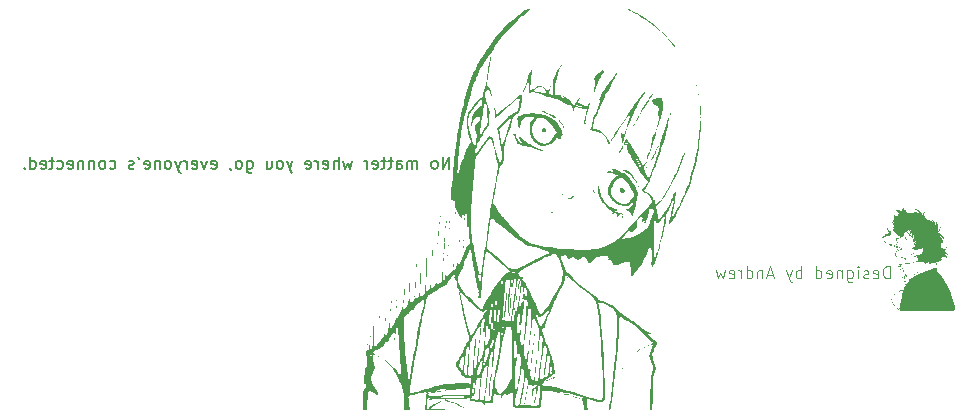
<source format=gbr>
%TF.GenerationSoftware,KiCad,Pcbnew,8.0.5*%
%TF.CreationDate,2024-10-23T20:01:10-04:00*%
%TF.ProjectId,HackPadCase,4861636b-5061-4644-9361-73652e6b6963,rev?*%
%TF.SameCoordinates,Original*%
%TF.FileFunction,Legend,Bot*%
%TF.FilePolarity,Positive*%
%FSLAX46Y46*%
G04 Gerber Fmt 4.6, Leading zero omitted, Abs format (unit mm)*
G04 Created by KiCad (PCBNEW 8.0.5) date 2024-10-23 20:01:10*
%MOMM*%
%LPD*%
G01*
G04 APERTURE LIST*
%ADD10C,0.150000*%
%ADD11C,0.100000*%
%ADD12C,0.000000*%
G04 APERTURE END LIST*
D10*
X158202843Y-81170329D02*
X158202843Y-80170329D01*
X158202843Y-80170329D02*
X157631415Y-81170329D01*
X157631415Y-81170329D02*
X157631415Y-80170329D01*
X157012367Y-81170329D02*
X157107605Y-81122710D01*
X157107605Y-81122710D02*
X157155224Y-81075090D01*
X157155224Y-81075090D02*
X157202843Y-80979852D01*
X157202843Y-80979852D02*
X157202843Y-80694138D01*
X157202843Y-80694138D02*
X157155224Y-80598900D01*
X157155224Y-80598900D02*
X157107605Y-80551281D01*
X157107605Y-80551281D02*
X157012367Y-80503662D01*
X157012367Y-80503662D02*
X156869510Y-80503662D01*
X156869510Y-80503662D02*
X156774272Y-80551281D01*
X156774272Y-80551281D02*
X156726653Y-80598900D01*
X156726653Y-80598900D02*
X156679034Y-80694138D01*
X156679034Y-80694138D02*
X156679034Y-80979852D01*
X156679034Y-80979852D02*
X156726653Y-81075090D01*
X156726653Y-81075090D02*
X156774272Y-81122710D01*
X156774272Y-81122710D02*
X156869510Y-81170329D01*
X156869510Y-81170329D02*
X157012367Y-81170329D01*
X155488557Y-81170329D02*
X155488557Y-80503662D01*
X155488557Y-80598900D02*
X155440938Y-80551281D01*
X155440938Y-80551281D02*
X155345700Y-80503662D01*
X155345700Y-80503662D02*
X155202843Y-80503662D01*
X155202843Y-80503662D02*
X155107605Y-80551281D01*
X155107605Y-80551281D02*
X155059986Y-80646519D01*
X155059986Y-80646519D02*
X155059986Y-81170329D01*
X155059986Y-80646519D02*
X155012367Y-80551281D01*
X155012367Y-80551281D02*
X154917129Y-80503662D01*
X154917129Y-80503662D02*
X154774272Y-80503662D01*
X154774272Y-80503662D02*
X154679033Y-80551281D01*
X154679033Y-80551281D02*
X154631414Y-80646519D01*
X154631414Y-80646519D02*
X154631414Y-81170329D01*
X153726653Y-81170329D02*
X153726653Y-80646519D01*
X153726653Y-80646519D02*
X153774272Y-80551281D01*
X153774272Y-80551281D02*
X153869510Y-80503662D01*
X153869510Y-80503662D02*
X154059986Y-80503662D01*
X154059986Y-80503662D02*
X154155224Y-80551281D01*
X153726653Y-81122710D02*
X153821891Y-81170329D01*
X153821891Y-81170329D02*
X154059986Y-81170329D01*
X154059986Y-81170329D02*
X154155224Y-81122710D01*
X154155224Y-81122710D02*
X154202843Y-81027471D01*
X154202843Y-81027471D02*
X154202843Y-80932233D01*
X154202843Y-80932233D02*
X154155224Y-80836995D01*
X154155224Y-80836995D02*
X154059986Y-80789376D01*
X154059986Y-80789376D02*
X153821891Y-80789376D01*
X153821891Y-80789376D02*
X153726653Y-80741757D01*
X153393319Y-80503662D02*
X153012367Y-80503662D01*
X153250462Y-80170329D02*
X153250462Y-81027471D01*
X153250462Y-81027471D02*
X153202843Y-81122710D01*
X153202843Y-81122710D02*
X153107605Y-81170329D01*
X153107605Y-81170329D02*
X153012367Y-81170329D01*
X152821890Y-80503662D02*
X152440938Y-80503662D01*
X152679033Y-80170329D02*
X152679033Y-81027471D01*
X152679033Y-81027471D02*
X152631414Y-81122710D01*
X152631414Y-81122710D02*
X152536176Y-81170329D01*
X152536176Y-81170329D02*
X152440938Y-81170329D01*
X151726652Y-81122710D02*
X151821890Y-81170329D01*
X151821890Y-81170329D02*
X152012366Y-81170329D01*
X152012366Y-81170329D02*
X152107604Y-81122710D01*
X152107604Y-81122710D02*
X152155223Y-81027471D01*
X152155223Y-81027471D02*
X152155223Y-80646519D01*
X152155223Y-80646519D02*
X152107604Y-80551281D01*
X152107604Y-80551281D02*
X152012366Y-80503662D01*
X152012366Y-80503662D02*
X151821890Y-80503662D01*
X151821890Y-80503662D02*
X151726652Y-80551281D01*
X151726652Y-80551281D02*
X151679033Y-80646519D01*
X151679033Y-80646519D02*
X151679033Y-80741757D01*
X151679033Y-80741757D02*
X152155223Y-80836995D01*
X151250461Y-81170329D02*
X151250461Y-80503662D01*
X151250461Y-80694138D02*
X151202842Y-80598900D01*
X151202842Y-80598900D02*
X151155223Y-80551281D01*
X151155223Y-80551281D02*
X151059985Y-80503662D01*
X151059985Y-80503662D02*
X150964747Y-80503662D01*
X149964746Y-80503662D02*
X149774270Y-81170329D01*
X149774270Y-81170329D02*
X149583794Y-80694138D01*
X149583794Y-80694138D02*
X149393318Y-81170329D01*
X149393318Y-81170329D02*
X149202842Y-80503662D01*
X148821889Y-81170329D02*
X148821889Y-80170329D01*
X148393318Y-81170329D02*
X148393318Y-80646519D01*
X148393318Y-80646519D02*
X148440937Y-80551281D01*
X148440937Y-80551281D02*
X148536175Y-80503662D01*
X148536175Y-80503662D02*
X148679032Y-80503662D01*
X148679032Y-80503662D02*
X148774270Y-80551281D01*
X148774270Y-80551281D02*
X148821889Y-80598900D01*
X147536175Y-81122710D02*
X147631413Y-81170329D01*
X147631413Y-81170329D02*
X147821889Y-81170329D01*
X147821889Y-81170329D02*
X147917127Y-81122710D01*
X147917127Y-81122710D02*
X147964746Y-81027471D01*
X147964746Y-81027471D02*
X147964746Y-80646519D01*
X147964746Y-80646519D02*
X147917127Y-80551281D01*
X147917127Y-80551281D02*
X147821889Y-80503662D01*
X147821889Y-80503662D02*
X147631413Y-80503662D01*
X147631413Y-80503662D02*
X147536175Y-80551281D01*
X147536175Y-80551281D02*
X147488556Y-80646519D01*
X147488556Y-80646519D02*
X147488556Y-80741757D01*
X147488556Y-80741757D02*
X147964746Y-80836995D01*
X147059984Y-81170329D02*
X147059984Y-80503662D01*
X147059984Y-80694138D02*
X147012365Y-80598900D01*
X147012365Y-80598900D02*
X146964746Y-80551281D01*
X146964746Y-80551281D02*
X146869508Y-80503662D01*
X146869508Y-80503662D02*
X146774270Y-80503662D01*
X146059984Y-81122710D02*
X146155222Y-81170329D01*
X146155222Y-81170329D02*
X146345698Y-81170329D01*
X146345698Y-81170329D02*
X146440936Y-81122710D01*
X146440936Y-81122710D02*
X146488555Y-81027471D01*
X146488555Y-81027471D02*
X146488555Y-80646519D01*
X146488555Y-80646519D02*
X146440936Y-80551281D01*
X146440936Y-80551281D02*
X146345698Y-80503662D01*
X146345698Y-80503662D02*
X146155222Y-80503662D01*
X146155222Y-80503662D02*
X146059984Y-80551281D01*
X146059984Y-80551281D02*
X146012365Y-80646519D01*
X146012365Y-80646519D02*
X146012365Y-80741757D01*
X146012365Y-80741757D02*
X146488555Y-80836995D01*
X144917126Y-80503662D02*
X144679031Y-81170329D01*
X144440936Y-80503662D02*
X144679031Y-81170329D01*
X144679031Y-81170329D02*
X144774269Y-81408424D01*
X144774269Y-81408424D02*
X144821888Y-81456043D01*
X144821888Y-81456043D02*
X144917126Y-81503662D01*
X143917126Y-81170329D02*
X144012364Y-81122710D01*
X144012364Y-81122710D02*
X144059983Y-81075090D01*
X144059983Y-81075090D02*
X144107602Y-80979852D01*
X144107602Y-80979852D02*
X144107602Y-80694138D01*
X144107602Y-80694138D02*
X144059983Y-80598900D01*
X144059983Y-80598900D02*
X144012364Y-80551281D01*
X144012364Y-80551281D02*
X143917126Y-80503662D01*
X143917126Y-80503662D02*
X143774269Y-80503662D01*
X143774269Y-80503662D02*
X143679031Y-80551281D01*
X143679031Y-80551281D02*
X143631412Y-80598900D01*
X143631412Y-80598900D02*
X143583793Y-80694138D01*
X143583793Y-80694138D02*
X143583793Y-80979852D01*
X143583793Y-80979852D02*
X143631412Y-81075090D01*
X143631412Y-81075090D02*
X143679031Y-81122710D01*
X143679031Y-81122710D02*
X143774269Y-81170329D01*
X143774269Y-81170329D02*
X143917126Y-81170329D01*
X142726650Y-80503662D02*
X142726650Y-81170329D01*
X143155221Y-80503662D02*
X143155221Y-81027471D01*
X143155221Y-81027471D02*
X143107602Y-81122710D01*
X143107602Y-81122710D02*
X143012364Y-81170329D01*
X143012364Y-81170329D02*
X142869507Y-81170329D01*
X142869507Y-81170329D02*
X142774269Y-81122710D01*
X142774269Y-81122710D02*
X142726650Y-81075090D01*
X141059983Y-80503662D02*
X141059983Y-81313186D01*
X141059983Y-81313186D02*
X141107602Y-81408424D01*
X141107602Y-81408424D02*
X141155221Y-81456043D01*
X141155221Y-81456043D02*
X141250459Y-81503662D01*
X141250459Y-81503662D02*
X141393316Y-81503662D01*
X141393316Y-81503662D02*
X141488554Y-81456043D01*
X141059983Y-81122710D02*
X141155221Y-81170329D01*
X141155221Y-81170329D02*
X141345697Y-81170329D01*
X141345697Y-81170329D02*
X141440935Y-81122710D01*
X141440935Y-81122710D02*
X141488554Y-81075090D01*
X141488554Y-81075090D02*
X141536173Y-80979852D01*
X141536173Y-80979852D02*
X141536173Y-80694138D01*
X141536173Y-80694138D02*
X141488554Y-80598900D01*
X141488554Y-80598900D02*
X141440935Y-80551281D01*
X141440935Y-80551281D02*
X141345697Y-80503662D01*
X141345697Y-80503662D02*
X141155221Y-80503662D01*
X141155221Y-80503662D02*
X141059983Y-80551281D01*
X140440935Y-81170329D02*
X140536173Y-81122710D01*
X140536173Y-81122710D02*
X140583792Y-81075090D01*
X140583792Y-81075090D02*
X140631411Y-80979852D01*
X140631411Y-80979852D02*
X140631411Y-80694138D01*
X140631411Y-80694138D02*
X140583792Y-80598900D01*
X140583792Y-80598900D02*
X140536173Y-80551281D01*
X140536173Y-80551281D02*
X140440935Y-80503662D01*
X140440935Y-80503662D02*
X140298078Y-80503662D01*
X140298078Y-80503662D02*
X140202840Y-80551281D01*
X140202840Y-80551281D02*
X140155221Y-80598900D01*
X140155221Y-80598900D02*
X140107602Y-80694138D01*
X140107602Y-80694138D02*
X140107602Y-80979852D01*
X140107602Y-80979852D02*
X140155221Y-81075090D01*
X140155221Y-81075090D02*
X140202840Y-81122710D01*
X140202840Y-81122710D02*
X140298078Y-81170329D01*
X140298078Y-81170329D02*
X140440935Y-81170329D01*
X139631411Y-81122710D02*
X139631411Y-81170329D01*
X139631411Y-81170329D02*
X139679030Y-81265567D01*
X139679030Y-81265567D02*
X139726649Y-81313186D01*
X138059983Y-81122710D02*
X138155221Y-81170329D01*
X138155221Y-81170329D02*
X138345697Y-81170329D01*
X138345697Y-81170329D02*
X138440935Y-81122710D01*
X138440935Y-81122710D02*
X138488554Y-81027471D01*
X138488554Y-81027471D02*
X138488554Y-80646519D01*
X138488554Y-80646519D02*
X138440935Y-80551281D01*
X138440935Y-80551281D02*
X138345697Y-80503662D01*
X138345697Y-80503662D02*
X138155221Y-80503662D01*
X138155221Y-80503662D02*
X138059983Y-80551281D01*
X138059983Y-80551281D02*
X138012364Y-80646519D01*
X138012364Y-80646519D02*
X138012364Y-80741757D01*
X138012364Y-80741757D02*
X138488554Y-80836995D01*
X137679030Y-80503662D02*
X137440935Y-81170329D01*
X137440935Y-81170329D02*
X137202840Y-80503662D01*
X136440935Y-81122710D02*
X136536173Y-81170329D01*
X136536173Y-81170329D02*
X136726649Y-81170329D01*
X136726649Y-81170329D02*
X136821887Y-81122710D01*
X136821887Y-81122710D02*
X136869506Y-81027471D01*
X136869506Y-81027471D02*
X136869506Y-80646519D01*
X136869506Y-80646519D02*
X136821887Y-80551281D01*
X136821887Y-80551281D02*
X136726649Y-80503662D01*
X136726649Y-80503662D02*
X136536173Y-80503662D01*
X136536173Y-80503662D02*
X136440935Y-80551281D01*
X136440935Y-80551281D02*
X136393316Y-80646519D01*
X136393316Y-80646519D02*
X136393316Y-80741757D01*
X136393316Y-80741757D02*
X136869506Y-80836995D01*
X135964744Y-81170329D02*
X135964744Y-80503662D01*
X135964744Y-80694138D02*
X135917125Y-80598900D01*
X135917125Y-80598900D02*
X135869506Y-80551281D01*
X135869506Y-80551281D02*
X135774268Y-80503662D01*
X135774268Y-80503662D02*
X135679030Y-80503662D01*
X135440934Y-80503662D02*
X135202839Y-81170329D01*
X134964744Y-80503662D02*
X135202839Y-81170329D01*
X135202839Y-81170329D02*
X135298077Y-81408424D01*
X135298077Y-81408424D02*
X135345696Y-81456043D01*
X135345696Y-81456043D02*
X135440934Y-81503662D01*
X134440934Y-81170329D02*
X134536172Y-81122710D01*
X134536172Y-81122710D02*
X134583791Y-81075090D01*
X134583791Y-81075090D02*
X134631410Y-80979852D01*
X134631410Y-80979852D02*
X134631410Y-80694138D01*
X134631410Y-80694138D02*
X134583791Y-80598900D01*
X134583791Y-80598900D02*
X134536172Y-80551281D01*
X134536172Y-80551281D02*
X134440934Y-80503662D01*
X134440934Y-80503662D02*
X134298077Y-80503662D01*
X134298077Y-80503662D02*
X134202839Y-80551281D01*
X134202839Y-80551281D02*
X134155220Y-80598900D01*
X134155220Y-80598900D02*
X134107601Y-80694138D01*
X134107601Y-80694138D02*
X134107601Y-80979852D01*
X134107601Y-80979852D02*
X134155220Y-81075090D01*
X134155220Y-81075090D02*
X134202839Y-81122710D01*
X134202839Y-81122710D02*
X134298077Y-81170329D01*
X134298077Y-81170329D02*
X134440934Y-81170329D01*
X133679029Y-80503662D02*
X133679029Y-81170329D01*
X133679029Y-80598900D02*
X133631410Y-80551281D01*
X133631410Y-80551281D02*
X133536172Y-80503662D01*
X133536172Y-80503662D02*
X133393315Y-80503662D01*
X133393315Y-80503662D02*
X133298077Y-80551281D01*
X133298077Y-80551281D02*
X133250458Y-80646519D01*
X133250458Y-80646519D02*
X133250458Y-81170329D01*
X132393315Y-81122710D02*
X132488553Y-81170329D01*
X132488553Y-81170329D02*
X132679029Y-81170329D01*
X132679029Y-81170329D02*
X132774267Y-81122710D01*
X132774267Y-81122710D02*
X132821886Y-81027471D01*
X132821886Y-81027471D02*
X132821886Y-80646519D01*
X132821886Y-80646519D02*
X132774267Y-80551281D01*
X132774267Y-80551281D02*
X132679029Y-80503662D01*
X132679029Y-80503662D02*
X132488553Y-80503662D01*
X132488553Y-80503662D02*
X132393315Y-80551281D01*
X132393315Y-80551281D02*
X132345696Y-80646519D01*
X132345696Y-80646519D02*
X132345696Y-80741757D01*
X132345696Y-80741757D02*
X132821886Y-80836995D01*
X131869505Y-80170329D02*
X131964743Y-80360805D01*
X131488553Y-81122710D02*
X131393315Y-81170329D01*
X131393315Y-81170329D02*
X131202839Y-81170329D01*
X131202839Y-81170329D02*
X131107601Y-81122710D01*
X131107601Y-81122710D02*
X131059982Y-81027471D01*
X131059982Y-81027471D02*
X131059982Y-80979852D01*
X131059982Y-80979852D02*
X131107601Y-80884614D01*
X131107601Y-80884614D02*
X131202839Y-80836995D01*
X131202839Y-80836995D02*
X131345696Y-80836995D01*
X131345696Y-80836995D02*
X131440934Y-80789376D01*
X131440934Y-80789376D02*
X131488553Y-80694138D01*
X131488553Y-80694138D02*
X131488553Y-80646519D01*
X131488553Y-80646519D02*
X131440934Y-80551281D01*
X131440934Y-80551281D02*
X131345696Y-80503662D01*
X131345696Y-80503662D02*
X131202839Y-80503662D01*
X131202839Y-80503662D02*
X131107601Y-80551281D01*
X129440934Y-81122710D02*
X129536172Y-81170329D01*
X129536172Y-81170329D02*
X129726648Y-81170329D01*
X129726648Y-81170329D02*
X129821886Y-81122710D01*
X129821886Y-81122710D02*
X129869505Y-81075090D01*
X129869505Y-81075090D02*
X129917124Y-80979852D01*
X129917124Y-80979852D02*
X129917124Y-80694138D01*
X129917124Y-80694138D02*
X129869505Y-80598900D01*
X129869505Y-80598900D02*
X129821886Y-80551281D01*
X129821886Y-80551281D02*
X129726648Y-80503662D01*
X129726648Y-80503662D02*
X129536172Y-80503662D01*
X129536172Y-80503662D02*
X129440934Y-80551281D01*
X128869505Y-81170329D02*
X128964743Y-81122710D01*
X128964743Y-81122710D02*
X129012362Y-81075090D01*
X129012362Y-81075090D02*
X129059981Y-80979852D01*
X129059981Y-80979852D02*
X129059981Y-80694138D01*
X129059981Y-80694138D02*
X129012362Y-80598900D01*
X129012362Y-80598900D02*
X128964743Y-80551281D01*
X128964743Y-80551281D02*
X128869505Y-80503662D01*
X128869505Y-80503662D02*
X128726648Y-80503662D01*
X128726648Y-80503662D02*
X128631410Y-80551281D01*
X128631410Y-80551281D02*
X128583791Y-80598900D01*
X128583791Y-80598900D02*
X128536172Y-80694138D01*
X128536172Y-80694138D02*
X128536172Y-80979852D01*
X128536172Y-80979852D02*
X128583791Y-81075090D01*
X128583791Y-81075090D02*
X128631410Y-81122710D01*
X128631410Y-81122710D02*
X128726648Y-81170329D01*
X128726648Y-81170329D02*
X128869505Y-81170329D01*
X128107600Y-80503662D02*
X128107600Y-81170329D01*
X128107600Y-80598900D02*
X128059981Y-80551281D01*
X128059981Y-80551281D02*
X127964743Y-80503662D01*
X127964743Y-80503662D02*
X127821886Y-80503662D01*
X127821886Y-80503662D02*
X127726648Y-80551281D01*
X127726648Y-80551281D02*
X127679029Y-80646519D01*
X127679029Y-80646519D02*
X127679029Y-81170329D01*
X127202838Y-80503662D02*
X127202838Y-81170329D01*
X127202838Y-80598900D02*
X127155219Y-80551281D01*
X127155219Y-80551281D02*
X127059981Y-80503662D01*
X127059981Y-80503662D02*
X126917124Y-80503662D01*
X126917124Y-80503662D02*
X126821886Y-80551281D01*
X126821886Y-80551281D02*
X126774267Y-80646519D01*
X126774267Y-80646519D02*
X126774267Y-81170329D01*
X125917124Y-81122710D02*
X126012362Y-81170329D01*
X126012362Y-81170329D02*
X126202838Y-81170329D01*
X126202838Y-81170329D02*
X126298076Y-81122710D01*
X126298076Y-81122710D02*
X126345695Y-81027471D01*
X126345695Y-81027471D02*
X126345695Y-80646519D01*
X126345695Y-80646519D02*
X126298076Y-80551281D01*
X126298076Y-80551281D02*
X126202838Y-80503662D01*
X126202838Y-80503662D02*
X126012362Y-80503662D01*
X126012362Y-80503662D02*
X125917124Y-80551281D01*
X125917124Y-80551281D02*
X125869505Y-80646519D01*
X125869505Y-80646519D02*
X125869505Y-80741757D01*
X125869505Y-80741757D02*
X126345695Y-80836995D01*
X125012362Y-81122710D02*
X125107600Y-81170329D01*
X125107600Y-81170329D02*
X125298076Y-81170329D01*
X125298076Y-81170329D02*
X125393314Y-81122710D01*
X125393314Y-81122710D02*
X125440933Y-81075090D01*
X125440933Y-81075090D02*
X125488552Y-80979852D01*
X125488552Y-80979852D02*
X125488552Y-80694138D01*
X125488552Y-80694138D02*
X125440933Y-80598900D01*
X125440933Y-80598900D02*
X125393314Y-80551281D01*
X125393314Y-80551281D02*
X125298076Y-80503662D01*
X125298076Y-80503662D02*
X125107600Y-80503662D01*
X125107600Y-80503662D02*
X125012362Y-80551281D01*
X124726647Y-80503662D02*
X124345695Y-80503662D01*
X124583790Y-80170329D02*
X124583790Y-81027471D01*
X124583790Y-81027471D02*
X124536171Y-81122710D01*
X124536171Y-81122710D02*
X124440933Y-81170329D01*
X124440933Y-81170329D02*
X124345695Y-81170329D01*
X123631409Y-81122710D02*
X123726647Y-81170329D01*
X123726647Y-81170329D02*
X123917123Y-81170329D01*
X123917123Y-81170329D02*
X124012361Y-81122710D01*
X124012361Y-81122710D02*
X124059980Y-81027471D01*
X124059980Y-81027471D02*
X124059980Y-80646519D01*
X124059980Y-80646519D02*
X124012361Y-80551281D01*
X124012361Y-80551281D02*
X123917123Y-80503662D01*
X123917123Y-80503662D02*
X123726647Y-80503662D01*
X123726647Y-80503662D02*
X123631409Y-80551281D01*
X123631409Y-80551281D02*
X123583790Y-80646519D01*
X123583790Y-80646519D02*
X123583790Y-80741757D01*
X123583790Y-80741757D02*
X124059980Y-80836995D01*
X122726647Y-81170329D02*
X122726647Y-80170329D01*
X122726647Y-81122710D02*
X122821885Y-81170329D01*
X122821885Y-81170329D02*
X123012361Y-81170329D01*
X123012361Y-81170329D02*
X123107599Y-81122710D01*
X123107599Y-81122710D02*
X123155218Y-81075090D01*
X123155218Y-81075090D02*
X123202837Y-80979852D01*
X123202837Y-80979852D02*
X123202837Y-80694138D01*
X123202837Y-80694138D02*
X123155218Y-80598900D01*
X123155218Y-80598900D02*
X123107599Y-80551281D01*
X123107599Y-80551281D02*
X123012361Y-80503662D01*
X123012361Y-80503662D02*
X122821885Y-80503662D01*
X122821885Y-80503662D02*
X122726647Y-80551281D01*
X122250456Y-81075090D02*
X122202837Y-81122710D01*
X122202837Y-81122710D02*
X122250456Y-81170329D01*
X122250456Y-81170329D02*
X122298075Y-81122710D01*
X122298075Y-81122710D02*
X122250456Y-81075090D01*
X122250456Y-81075090D02*
X122250456Y-81170329D01*
D11*
X195471115Y-90437419D02*
X195471115Y-89437419D01*
X195471115Y-89437419D02*
X195233020Y-89437419D01*
X195233020Y-89437419D02*
X195090163Y-89485038D01*
X195090163Y-89485038D02*
X194994925Y-89580276D01*
X194994925Y-89580276D02*
X194947306Y-89675514D01*
X194947306Y-89675514D02*
X194899687Y-89865990D01*
X194899687Y-89865990D02*
X194899687Y-90008847D01*
X194899687Y-90008847D02*
X194947306Y-90199323D01*
X194947306Y-90199323D02*
X194994925Y-90294561D01*
X194994925Y-90294561D02*
X195090163Y-90389800D01*
X195090163Y-90389800D02*
X195233020Y-90437419D01*
X195233020Y-90437419D02*
X195471115Y-90437419D01*
X194090163Y-90389800D02*
X194185401Y-90437419D01*
X194185401Y-90437419D02*
X194375877Y-90437419D01*
X194375877Y-90437419D02*
X194471115Y-90389800D01*
X194471115Y-90389800D02*
X194518734Y-90294561D01*
X194518734Y-90294561D02*
X194518734Y-89913609D01*
X194518734Y-89913609D02*
X194471115Y-89818371D01*
X194471115Y-89818371D02*
X194375877Y-89770752D01*
X194375877Y-89770752D02*
X194185401Y-89770752D01*
X194185401Y-89770752D02*
X194090163Y-89818371D01*
X194090163Y-89818371D02*
X194042544Y-89913609D01*
X194042544Y-89913609D02*
X194042544Y-90008847D01*
X194042544Y-90008847D02*
X194518734Y-90104085D01*
X193661591Y-90389800D02*
X193566353Y-90437419D01*
X193566353Y-90437419D02*
X193375877Y-90437419D01*
X193375877Y-90437419D02*
X193280639Y-90389800D01*
X193280639Y-90389800D02*
X193233020Y-90294561D01*
X193233020Y-90294561D02*
X193233020Y-90246942D01*
X193233020Y-90246942D02*
X193280639Y-90151704D01*
X193280639Y-90151704D02*
X193375877Y-90104085D01*
X193375877Y-90104085D02*
X193518734Y-90104085D01*
X193518734Y-90104085D02*
X193613972Y-90056466D01*
X193613972Y-90056466D02*
X193661591Y-89961228D01*
X193661591Y-89961228D02*
X193661591Y-89913609D01*
X193661591Y-89913609D02*
X193613972Y-89818371D01*
X193613972Y-89818371D02*
X193518734Y-89770752D01*
X193518734Y-89770752D02*
X193375877Y-89770752D01*
X193375877Y-89770752D02*
X193280639Y-89818371D01*
X192804448Y-90437419D02*
X192804448Y-89770752D01*
X192804448Y-89437419D02*
X192852067Y-89485038D01*
X192852067Y-89485038D02*
X192804448Y-89532657D01*
X192804448Y-89532657D02*
X192756829Y-89485038D01*
X192756829Y-89485038D02*
X192804448Y-89437419D01*
X192804448Y-89437419D02*
X192804448Y-89532657D01*
X191899687Y-89770752D02*
X191899687Y-90580276D01*
X191899687Y-90580276D02*
X191947306Y-90675514D01*
X191947306Y-90675514D02*
X191994925Y-90723133D01*
X191994925Y-90723133D02*
X192090163Y-90770752D01*
X192090163Y-90770752D02*
X192233020Y-90770752D01*
X192233020Y-90770752D02*
X192328258Y-90723133D01*
X191899687Y-90389800D02*
X191994925Y-90437419D01*
X191994925Y-90437419D02*
X192185401Y-90437419D01*
X192185401Y-90437419D02*
X192280639Y-90389800D01*
X192280639Y-90389800D02*
X192328258Y-90342180D01*
X192328258Y-90342180D02*
X192375877Y-90246942D01*
X192375877Y-90246942D02*
X192375877Y-89961228D01*
X192375877Y-89961228D02*
X192328258Y-89865990D01*
X192328258Y-89865990D02*
X192280639Y-89818371D01*
X192280639Y-89818371D02*
X192185401Y-89770752D01*
X192185401Y-89770752D02*
X191994925Y-89770752D01*
X191994925Y-89770752D02*
X191899687Y-89818371D01*
X191423496Y-89770752D02*
X191423496Y-90437419D01*
X191423496Y-89865990D02*
X191375877Y-89818371D01*
X191375877Y-89818371D02*
X191280639Y-89770752D01*
X191280639Y-89770752D02*
X191137782Y-89770752D01*
X191137782Y-89770752D02*
X191042544Y-89818371D01*
X191042544Y-89818371D02*
X190994925Y-89913609D01*
X190994925Y-89913609D02*
X190994925Y-90437419D01*
X190137782Y-90389800D02*
X190233020Y-90437419D01*
X190233020Y-90437419D02*
X190423496Y-90437419D01*
X190423496Y-90437419D02*
X190518734Y-90389800D01*
X190518734Y-90389800D02*
X190566353Y-90294561D01*
X190566353Y-90294561D02*
X190566353Y-89913609D01*
X190566353Y-89913609D02*
X190518734Y-89818371D01*
X190518734Y-89818371D02*
X190423496Y-89770752D01*
X190423496Y-89770752D02*
X190233020Y-89770752D01*
X190233020Y-89770752D02*
X190137782Y-89818371D01*
X190137782Y-89818371D02*
X190090163Y-89913609D01*
X190090163Y-89913609D02*
X190090163Y-90008847D01*
X190090163Y-90008847D02*
X190566353Y-90104085D01*
X189233020Y-90437419D02*
X189233020Y-89437419D01*
X189233020Y-90389800D02*
X189328258Y-90437419D01*
X189328258Y-90437419D02*
X189518734Y-90437419D01*
X189518734Y-90437419D02*
X189613972Y-90389800D01*
X189613972Y-90389800D02*
X189661591Y-90342180D01*
X189661591Y-90342180D02*
X189709210Y-90246942D01*
X189709210Y-90246942D02*
X189709210Y-89961228D01*
X189709210Y-89961228D02*
X189661591Y-89865990D01*
X189661591Y-89865990D02*
X189613972Y-89818371D01*
X189613972Y-89818371D02*
X189518734Y-89770752D01*
X189518734Y-89770752D02*
X189328258Y-89770752D01*
X189328258Y-89770752D02*
X189233020Y-89818371D01*
X187994924Y-90437419D02*
X187994924Y-89437419D01*
X187994924Y-89818371D02*
X187899686Y-89770752D01*
X187899686Y-89770752D02*
X187709210Y-89770752D01*
X187709210Y-89770752D02*
X187613972Y-89818371D01*
X187613972Y-89818371D02*
X187566353Y-89865990D01*
X187566353Y-89865990D02*
X187518734Y-89961228D01*
X187518734Y-89961228D02*
X187518734Y-90246942D01*
X187518734Y-90246942D02*
X187566353Y-90342180D01*
X187566353Y-90342180D02*
X187613972Y-90389800D01*
X187613972Y-90389800D02*
X187709210Y-90437419D01*
X187709210Y-90437419D02*
X187899686Y-90437419D01*
X187899686Y-90437419D02*
X187994924Y-90389800D01*
X187185400Y-89770752D02*
X186947305Y-90437419D01*
X186709210Y-89770752D02*
X186947305Y-90437419D01*
X186947305Y-90437419D02*
X187042543Y-90675514D01*
X187042543Y-90675514D02*
X187090162Y-90723133D01*
X187090162Y-90723133D02*
X187185400Y-90770752D01*
X185613971Y-90151704D02*
X185137781Y-90151704D01*
X185709209Y-90437419D02*
X185375876Y-89437419D01*
X185375876Y-89437419D02*
X185042543Y-90437419D01*
X184709209Y-89770752D02*
X184709209Y-90437419D01*
X184709209Y-89865990D02*
X184661590Y-89818371D01*
X184661590Y-89818371D02*
X184566352Y-89770752D01*
X184566352Y-89770752D02*
X184423495Y-89770752D01*
X184423495Y-89770752D02*
X184328257Y-89818371D01*
X184328257Y-89818371D02*
X184280638Y-89913609D01*
X184280638Y-89913609D02*
X184280638Y-90437419D01*
X183375876Y-90437419D02*
X183375876Y-89437419D01*
X183375876Y-90389800D02*
X183471114Y-90437419D01*
X183471114Y-90437419D02*
X183661590Y-90437419D01*
X183661590Y-90437419D02*
X183756828Y-90389800D01*
X183756828Y-90389800D02*
X183804447Y-90342180D01*
X183804447Y-90342180D02*
X183852066Y-90246942D01*
X183852066Y-90246942D02*
X183852066Y-89961228D01*
X183852066Y-89961228D02*
X183804447Y-89865990D01*
X183804447Y-89865990D02*
X183756828Y-89818371D01*
X183756828Y-89818371D02*
X183661590Y-89770752D01*
X183661590Y-89770752D02*
X183471114Y-89770752D01*
X183471114Y-89770752D02*
X183375876Y-89818371D01*
X182899685Y-90437419D02*
X182899685Y-89770752D01*
X182899685Y-89961228D02*
X182852066Y-89865990D01*
X182852066Y-89865990D02*
X182804447Y-89818371D01*
X182804447Y-89818371D02*
X182709209Y-89770752D01*
X182709209Y-89770752D02*
X182613971Y-89770752D01*
X181899685Y-90389800D02*
X181994923Y-90437419D01*
X181994923Y-90437419D02*
X182185399Y-90437419D01*
X182185399Y-90437419D02*
X182280637Y-90389800D01*
X182280637Y-90389800D02*
X182328256Y-90294561D01*
X182328256Y-90294561D02*
X182328256Y-89913609D01*
X182328256Y-89913609D02*
X182280637Y-89818371D01*
X182280637Y-89818371D02*
X182185399Y-89770752D01*
X182185399Y-89770752D02*
X181994923Y-89770752D01*
X181994923Y-89770752D02*
X181899685Y-89818371D01*
X181899685Y-89818371D02*
X181852066Y-89913609D01*
X181852066Y-89913609D02*
X181852066Y-90008847D01*
X181852066Y-90008847D02*
X182328256Y-90104085D01*
X181518732Y-89770752D02*
X181328256Y-90437419D01*
X181328256Y-90437419D02*
X181137780Y-89961228D01*
X181137780Y-89961228D02*
X180947304Y-90437419D01*
X180947304Y-90437419D02*
X180756828Y-89770752D01*
D12*
%TO.C,G\u002A\u002A\u002A*%
G36*
X195005669Y-87194106D02*
G01*
X195005669Y-87235780D01*
X194984832Y-87235780D01*
X194963995Y-87235780D01*
X194963995Y-87194106D01*
X194963995Y-87152433D01*
X194984832Y-87152433D01*
X195005669Y-87152433D01*
X195005669Y-87194106D01*
G37*
G36*
X195344266Y-87548331D02*
G01*
X195344266Y-87569168D01*
X195323429Y-87569168D01*
X195302592Y-87569168D01*
X195302592Y-87548331D01*
X195302592Y-87527494D01*
X195323429Y-87527494D01*
X195344266Y-87527494D01*
X195344266Y-87548331D01*
G37*
G36*
X195385939Y-86209570D02*
G01*
X195385939Y-86230406D01*
X195365103Y-86230406D01*
X195344266Y-86230406D01*
X195344266Y-86209570D01*
X195344266Y-86188733D01*
X195365103Y-86188733D01*
X195385939Y-86188733D01*
X195385939Y-86209570D01*
G37*
G36*
X195469286Y-86084549D02*
G01*
X195469286Y-86105386D01*
X195448450Y-86105386D01*
X195427613Y-86105386D01*
X195427613Y-86084549D01*
X195427613Y-86063712D01*
X195448450Y-86063712D01*
X195469286Y-86063712D01*
X195469286Y-86084549D01*
G37*
G36*
X195510960Y-92059488D02*
G01*
X195510960Y-92080324D01*
X195490123Y-92080324D01*
X195469286Y-92080324D01*
X195469286Y-92059488D01*
X195469286Y-92038651D01*
X195490123Y-92038651D01*
X195510960Y-92038651D01*
X195510960Y-92059488D01*
G37*
G36*
X195594307Y-92017814D02*
G01*
X195594307Y-92038651D01*
X195573470Y-92038651D01*
X195552633Y-92038651D01*
X195552633Y-92017814D01*
X195552633Y-91996977D01*
X195573470Y-91996977D01*
X195594307Y-91996977D01*
X195594307Y-92017814D01*
G37*
G36*
X195677654Y-91976141D02*
G01*
X195677654Y-91996977D01*
X195656817Y-91996977D01*
X195635980Y-91996977D01*
X195635980Y-91976141D01*
X195635980Y-91955304D01*
X195656817Y-91955304D01*
X195677654Y-91955304D01*
X195677654Y-91976141D01*
G37*
G36*
X195761001Y-91934467D02*
G01*
X195761001Y-91955304D01*
X195719327Y-91955304D01*
X195677654Y-91955304D01*
X195677654Y-91934467D01*
X195677654Y-91913630D01*
X195719327Y-91913630D01*
X195761001Y-91913630D01*
X195761001Y-91934467D01*
G37*
G36*
X195719327Y-92392876D02*
G01*
X195719327Y-92413712D01*
X195698491Y-92413712D01*
X195677654Y-92413712D01*
X195677654Y-92392876D01*
X195677654Y-92372039D01*
X195698491Y-92372039D01*
X195719327Y-92372039D01*
X195719327Y-92392876D01*
G37*
G36*
X195761001Y-92497059D02*
G01*
X195761001Y-92538733D01*
X195740164Y-92538733D01*
X195719327Y-92538733D01*
X195719327Y-92497059D01*
X195719327Y-92455386D01*
X195740164Y-92455386D01*
X195761001Y-92455386D01*
X195761001Y-92497059D01*
G37*
G36*
X195802674Y-91892794D02*
G01*
X195802674Y-91913630D01*
X195781838Y-91913630D01*
X195761001Y-91913630D01*
X195761001Y-91892794D01*
X195761001Y-91871957D01*
X195781838Y-91871957D01*
X195802674Y-91871957D01*
X195802674Y-91892794D01*
G37*
G36*
X195802674Y-92601243D02*
G01*
X195802674Y-92622080D01*
X195781838Y-92622080D01*
X195761001Y-92622080D01*
X195761001Y-92601243D01*
X195761001Y-92580406D01*
X195781838Y-92580406D01*
X195802674Y-92580406D01*
X195802674Y-92601243D01*
G37*
G36*
X195886021Y-91851120D02*
G01*
X195886021Y-91871957D01*
X195865185Y-91871957D01*
X195844348Y-91871957D01*
X195844348Y-91851120D01*
X195844348Y-91830283D01*
X195865185Y-91830283D01*
X195886021Y-91830283D01*
X195886021Y-91851120D01*
G37*
G36*
X195927695Y-91809447D02*
G01*
X195927695Y-91830283D01*
X195906858Y-91830283D01*
X195886021Y-91830283D01*
X195886021Y-91809447D01*
X195886021Y-91788610D01*
X195906858Y-91788610D01*
X195927695Y-91788610D01*
X195927695Y-91809447D01*
G37*
G36*
X195969368Y-86751325D02*
G01*
X195969368Y-86772162D01*
X195948532Y-86772162D01*
X195927695Y-86772162D01*
X195927695Y-86751325D01*
X195927695Y-86730488D01*
X195948532Y-86730488D01*
X195969368Y-86730488D01*
X195969368Y-86751325D01*
G37*
G36*
X196011042Y-91767773D02*
G01*
X196011042Y-91788610D01*
X195990205Y-91788610D01*
X195969368Y-91788610D01*
X195969368Y-91767773D01*
X195969368Y-91746936D01*
X195990205Y-91746936D01*
X196011042Y-91746936D01*
X196011042Y-91767773D01*
G37*
G36*
X196052715Y-88277617D02*
G01*
X196052715Y-88319291D01*
X196031879Y-88319291D01*
X196011042Y-88319291D01*
X196011042Y-88277617D01*
X196011042Y-88235944D01*
X196031879Y-88235944D01*
X196052715Y-88235944D01*
X196052715Y-88277617D01*
G37*
G36*
X196052715Y-91726100D02*
G01*
X196052715Y-91746936D01*
X196031879Y-91746936D01*
X196011042Y-91746936D01*
X196011042Y-91726100D01*
X196011042Y-91705263D01*
X196031879Y-91705263D01*
X196052715Y-91705263D01*
X196052715Y-91726100D01*
G37*
G36*
X196094389Y-88194270D02*
G01*
X196094389Y-88235944D01*
X196073552Y-88235944D01*
X196052715Y-88235944D01*
X196052715Y-88194270D01*
X196052715Y-88152597D01*
X196073552Y-88152597D01*
X196094389Y-88152597D01*
X196094389Y-88194270D01*
G37*
G36*
X196136062Y-88090086D02*
G01*
X196136062Y-88152597D01*
X196115226Y-88152597D01*
X196094389Y-88152597D01*
X196094389Y-88090086D01*
X196094389Y-88027576D01*
X196115226Y-88027576D01*
X196136062Y-88027576D01*
X196136062Y-88090086D01*
G37*
G36*
X196136062Y-91684426D02*
G01*
X196136062Y-91705263D01*
X196115226Y-91705263D01*
X196094389Y-91705263D01*
X196094389Y-91684426D01*
X196094389Y-91663589D01*
X196115226Y-91663589D01*
X196136062Y-91663589D01*
X196136062Y-91684426D01*
G37*
G36*
X196219409Y-91642753D02*
G01*
X196219409Y-91663589D01*
X196198573Y-91663589D01*
X196177736Y-91663589D01*
X196177736Y-91642753D01*
X196177736Y-91621916D01*
X196198573Y-91621916D01*
X196219409Y-91621916D01*
X196219409Y-91642753D01*
G37*
G36*
X196344430Y-87048249D02*
G01*
X196344430Y-87069086D01*
X196302756Y-87069086D01*
X196261083Y-87069086D01*
X196261083Y-87048249D01*
X196261083Y-87027412D01*
X196302756Y-87027412D01*
X196344430Y-87027412D01*
X196344430Y-87048249D01*
G37*
G36*
X196302756Y-91601079D02*
G01*
X196302756Y-91621916D01*
X196281920Y-91621916D01*
X196261083Y-91621916D01*
X196261083Y-91601079D01*
X196261083Y-91580242D01*
X196281920Y-91580242D01*
X196302756Y-91580242D01*
X196302756Y-91601079D01*
G37*
G36*
X196344430Y-87840045D02*
G01*
X196344430Y-87860882D01*
X196323593Y-87860882D01*
X196302756Y-87860882D01*
X196302756Y-87840045D01*
X196302756Y-87819209D01*
X196323593Y-87819209D01*
X196344430Y-87819209D01*
X196344430Y-87840045D01*
G37*
G36*
X196344430Y-91559406D02*
G01*
X196344430Y-91580242D01*
X196323593Y-91580242D01*
X196302756Y-91580242D01*
X196302756Y-91559406D01*
X196302756Y-91538569D01*
X196323593Y-91538569D01*
X196344430Y-91538569D01*
X196344430Y-91559406D01*
G37*
G36*
X196432986Y-87006575D02*
G01*
X196432986Y-87027412D01*
X196388708Y-87027412D01*
X196344430Y-87027412D01*
X196344430Y-87006575D01*
X196344430Y-86985739D01*
X196388708Y-86985739D01*
X196432986Y-86985739D01*
X196432986Y-87006575D01*
G37*
G36*
X196386103Y-91517732D02*
G01*
X196386103Y-91538569D01*
X196365267Y-91538569D01*
X196344430Y-91538569D01*
X196344430Y-91517732D01*
X196344430Y-91496895D01*
X196365267Y-91496895D01*
X196386103Y-91496895D01*
X196386103Y-91517732D01*
G37*
G36*
X196432986Y-87881719D02*
G01*
X196432986Y-87902556D01*
X196409545Y-87902556D01*
X196386103Y-87902556D01*
X196386103Y-87881719D01*
X196386103Y-87860882D01*
X196409545Y-87860882D01*
X196432986Y-87860882D01*
X196432986Y-87881719D01*
G37*
G36*
X196516333Y-87923392D02*
G01*
X196516333Y-87944229D01*
X196495496Y-87944229D01*
X196474660Y-87944229D01*
X196474660Y-87923392D01*
X196474660Y-87902556D01*
X196495496Y-87902556D01*
X196516333Y-87902556D01*
X196516333Y-87923392D01*
G37*
G36*
X196599680Y-87965066D02*
G01*
X196599680Y-87985903D01*
X196578843Y-87985903D01*
X196558007Y-87985903D01*
X196558007Y-87965066D01*
X196558007Y-87944229D01*
X196578843Y-87944229D01*
X196599680Y-87944229D01*
X196599680Y-87965066D01*
G37*
G36*
X196808048Y-89217876D02*
G01*
X196808048Y-89241317D01*
X196683027Y-89241317D01*
X196558007Y-89241317D01*
X196558007Y-89217876D01*
X196558007Y-89194434D01*
X196683027Y-89194434D01*
X196808048Y-89194434D01*
X196808048Y-89217876D01*
G37*
G36*
X196599680Y-90387338D02*
G01*
X196599680Y-90408175D01*
X196578843Y-90408175D01*
X196558007Y-90408175D01*
X196558007Y-90387338D01*
X196558007Y-90366502D01*
X196578843Y-90366502D01*
X196599680Y-90366502D01*
X196599680Y-90387338D01*
G37*
G36*
X196683027Y-90345665D02*
G01*
X196683027Y-90366502D01*
X196662190Y-90366502D01*
X196641354Y-90366502D01*
X196641354Y-90345665D01*
X196641354Y-90324828D01*
X196662190Y-90324828D01*
X196683027Y-90324828D01*
X196683027Y-90345665D01*
G37*
G36*
X196808048Y-90303991D02*
G01*
X196808048Y-90324828D01*
X196766374Y-90324828D01*
X196724701Y-90324828D01*
X196724701Y-90303991D01*
X196724701Y-90283155D01*
X196766374Y-90283155D01*
X196808048Y-90283155D01*
X196808048Y-90303991D01*
G37*
G36*
X196808048Y-90574869D02*
G01*
X196808048Y-90616543D01*
X196787211Y-90616543D01*
X196766374Y-90616543D01*
X196766374Y-90574869D01*
X196766374Y-90533196D01*
X196787211Y-90533196D01*
X196808048Y-90533196D01*
X196808048Y-90574869D01*
G37*
G36*
X196849721Y-90220644D02*
G01*
X196849721Y-90241481D01*
X196828884Y-90241481D01*
X196808048Y-90241481D01*
X196808048Y-90220644D01*
X196808048Y-90199808D01*
X196828884Y-90199808D01*
X196849721Y-90199808D01*
X196849721Y-90220644D01*
G37*
G36*
X196849721Y-90699890D02*
G01*
X196849721Y-90741563D01*
X196828884Y-90741563D01*
X196808048Y-90741563D01*
X196808048Y-90699890D01*
X196808048Y-90658216D01*
X196828884Y-90658216D01*
X196849721Y-90658216D01*
X196849721Y-90699890D01*
G37*
G36*
X196891395Y-88944393D02*
G01*
X196891395Y-88986067D01*
X196870558Y-88986067D01*
X196849721Y-88986067D01*
X196849721Y-88944393D01*
X196849721Y-88902720D01*
X196870558Y-88902720D01*
X196891395Y-88902720D01*
X196891395Y-88944393D01*
G37*
G36*
X196933068Y-89048577D02*
G01*
X196933068Y-89069414D01*
X196912231Y-89069414D01*
X196891395Y-89069414D01*
X196891395Y-89048577D01*
X196891395Y-89027740D01*
X196912231Y-89027740D01*
X196933068Y-89027740D01*
X196933068Y-89048577D01*
G37*
G36*
X196933068Y-90283155D02*
G01*
X196933068Y-90366502D01*
X196912231Y-90366502D01*
X196891395Y-90366502D01*
X196891395Y-90283155D01*
X196891395Y-90199808D01*
X196912231Y-90199808D01*
X196933068Y-90199808D01*
X196933068Y-90283155D01*
G37*
G36*
X197183109Y-88548495D02*
G01*
X197183109Y-88569332D01*
X197162272Y-88569332D01*
X197141436Y-88569332D01*
X197141436Y-88548495D01*
X197141436Y-88527658D01*
X197162272Y-88527658D01*
X197183109Y-88527658D01*
X197183109Y-88548495D01*
G37*
G36*
X197349803Y-89131924D02*
G01*
X197349803Y-89152761D01*
X197287293Y-89152761D01*
X197224783Y-89152761D01*
X197224783Y-89131924D01*
X197224783Y-89111087D01*
X197287293Y-89111087D01*
X197349803Y-89111087D01*
X197349803Y-89131924D01*
G37*
G36*
X197308130Y-88465148D02*
G01*
X197308130Y-88485985D01*
X197287293Y-88485985D01*
X197266456Y-88485985D01*
X197266456Y-88465148D01*
X197266456Y-88444311D01*
X197287293Y-88444311D01*
X197308130Y-88444311D01*
X197308130Y-88465148D01*
G37*
G36*
X197308130Y-90387338D02*
G01*
X197308130Y-90408175D01*
X197287293Y-90408175D01*
X197266456Y-90408175D01*
X197266456Y-90387338D01*
X197266456Y-90366502D01*
X197287293Y-90366502D01*
X197308130Y-90366502D01*
X197308130Y-90387338D01*
G37*
G36*
X197349803Y-88423474D02*
G01*
X197349803Y-88444311D01*
X197328966Y-88444311D01*
X197308130Y-88444311D01*
X197308130Y-88423474D01*
X197308130Y-88402638D01*
X197328966Y-88402638D01*
X197349803Y-88402638D01*
X197349803Y-88423474D01*
G37*
G36*
X197349803Y-90345665D02*
G01*
X197349803Y-90366502D01*
X197328966Y-90366502D01*
X197308130Y-90366502D01*
X197308130Y-90345665D01*
X197308130Y-90324828D01*
X197328966Y-90324828D01*
X197349803Y-90324828D01*
X197349803Y-90345665D01*
G37*
G36*
X197391477Y-87798372D02*
G01*
X197391477Y-87819209D01*
X197370640Y-87819209D01*
X197349803Y-87819209D01*
X197349803Y-87798372D01*
X197349803Y-87777535D01*
X197370640Y-87777535D01*
X197391477Y-87777535D01*
X197391477Y-87798372D01*
G37*
G36*
X197433150Y-88381801D02*
G01*
X197433150Y-88402638D01*
X197412313Y-88402638D01*
X197391477Y-88402638D01*
X197391477Y-88381801D01*
X197391477Y-88360964D01*
X197412313Y-88360964D01*
X197433150Y-88360964D01*
X197433150Y-88381801D01*
G37*
G36*
X197516497Y-89090251D02*
G01*
X197516497Y-89111087D01*
X197474824Y-89111087D01*
X197433150Y-89111087D01*
X197433150Y-89090251D01*
X197433150Y-89069414D01*
X197474824Y-89069414D01*
X197516497Y-89069414D01*
X197516497Y-89090251D01*
G37*
G36*
X197474824Y-90220644D02*
G01*
X197474824Y-90241481D01*
X197453987Y-90241481D01*
X197433150Y-90241481D01*
X197433150Y-90220644D01*
X197433150Y-90199808D01*
X197453987Y-90199808D01*
X197474824Y-90199808D01*
X197474824Y-90220644D01*
G37*
G36*
X197599844Y-87339963D02*
G01*
X197599844Y-87360800D01*
X197537334Y-87360800D01*
X197474824Y-87360800D01*
X197474824Y-87339963D01*
X197474824Y-87319127D01*
X197537334Y-87319127D01*
X197599844Y-87319127D01*
X197599844Y-87339963D01*
G37*
G36*
X197558171Y-90178971D02*
G01*
X197558171Y-90199808D01*
X197516497Y-90199808D01*
X197474824Y-90199808D01*
X197474824Y-90178971D01*
X197474824Y-90158134D01*
X197516497Y-90158134D01*
X197558171Y-90158134D01*
X197558171Y-90178971D01*
G37*
G36*
X197599844Y-90137297D02*
G01*
X197599844Y-90158134D01*
X197579007Y-90158134D01*
X197558171Y-90158134D01*
X197558171Y-90137297D01*
X197558171Y-90116461D01*
X197579007Y-90116461D01*
X197599844Y-90116461D01*
X197599844Y-90137297D01*
G37*
G36*
X197641518Y-89048577D02*
G01*
X197641518Y-89069414D01*
X197620681Y-89069414D01*
X197599844Y-89069414D01*
X197599844Y-89048577D01*
X197599844Y-89027740D01*
X197620681Y-89027740D01*
X197641518Y-89027740D01*
X197641518Y-89048577D01*
G37*
G36*
X197896768Y-88131760D02*
G01*
X197896768Y-88152597D01*
X197769143Y-88152597D01*
X197641518Y-88152597D01*
X197641518Y-88131760D01*
X197641518Y-88110923D01*
X197769143Y-88110923D01*
X197896768Y-88110923D01*
X197896768Y-88131760D01*
G37*
G36*
X197730074Y-90053950D02*
G01*
X197730074Y-90074787D01*
X197709237Y-90074787D01*
X197688400Y-90074787D01*
X197688400Y-90053950D01*
X197688400Y-90033114D01*
X197709237Y-90033114D01*
X197730074Y-90033114D01*
X197730074Y-90053950D01*
G37*
G36*
X197855094Y-89970603D02*
G01*
X197855094Y-89991440D01*
X197834258Y-89991440D01*
X197813421Y-89991440D01*
X197813421Y-89970603D01*
X197813421Y-89949767D01*
X197834258Y-89949767D01*
X197855094Y-89949767D01*
X197855094Y-89970603D01*
G37*
G36*
X197980115Y-89887256D02*
G01*
X197980115Y-89908093D01*
X197959278Y-89908093D01*
X197938441Y-89908093D01*
X197938441Y-89887256D01*
X197938441Y-89866419D01*
X197959278Y-89866419D01*
X197980115Y-89866419D01*
X197980115Y-89887256D01*
G37*
G36*
X198021788Y-89845583D02*
G01*
X198021788Y-89866419D01*
X198000952Y-89866419D01*
X197980115Y-89866419D01*
X197980115Y-89845583D01*
X197980115Y-89824746D01*
X198000952Y-89824746D01*
X198021788Y-89824746D01*
X198021788Y-89845583D01*
G37*
G36*
X198230156Y-88027576D02*
G01*
X198230156Y-88069250D01*
X198209319Y-88069250D01*
X198188482Y-88069250D01*
X198188482Y-88027576D01*
X198188482Y-87985903D01*
X198209319Y-87985903D01*
X198230156Y-87985903D01*
X198230156Y-88027576D01*
G37*
G36*
X199235529Y-89470521D02*
G01*
X199235529Y-89491358D01*
X199214692Y-89491358D01*
X199193856Y-89491358D01*
X199193856Y-89470521D01*
X199193856Y-89449684D01*
X199214692Y-89449684D01*
X199235529Y-89449684D01*
X199235529Y-89470521D01*
G37*
G36*
X199277203Y-89387174D02*
G01*
X199277203Y-89408011D01*
X199256366Y-89408011D01*
X199235529Y-89408011D01*
X199235529Y-89387174D01*
X199235529Y-89366337D01*
X199256366Y-89366337D01*
X199277203Y-89366337D01*
X199277203Y-89387174D01*
G37*
G36*
X199318876Y-89282990D02*
G01*
X199318876Y-89324664D01*
X199298039Y-89324664D01*
X199277203Y-89324664D01*
X199277203Y-89282990D01*
X199277203Y-89241317D01*
X199298039Y-89241317D01*
X199318876Y-89241317D01*
X199318876Y-89282990D01*
G37*
G36*
X199818958Y-86167896D02*
G01*
X199818958Y-86230406D01*
X199798121Y-86230406D01*
X199777285Y-86230406D01*
X199777285Y-86167896D01*
X199777285Y-86105386D01*
X199798121Y-86105386D01*
X199818958Y-86105386D01*
X199818958Y-86167896D01*
G37*
G36*
X200324249Y-87840045D02*
G01*
X200324249Y-87860882D01*
X200303413Y-87860882D01*
X200282576Y-87860882D01*
X200282576Y-87840045D01*
X200282576Y-87819209D01*
X200303413Y-87819209D01*
X200324249Y-87819209D01*
X200324249Y-87840045D01*
G37*
G36*
X196808048Y-90387338D02*
G01*
X196808048Y-90408175D01*
X196787211Y-90408175D01*
X196766374Y-90408175D01*
X196766374Y-90449849D01*
X196766374Y-90491522D01*
X196745537Y-90491522D01*
X196724701Y-90491522D01*
X196724701Y-90429012D01*
X196724701Y-90366502D01*
X196766374Y-90366502D01*
X196808048Y-90366502D01*
X196808048Y-90387338D01*
G37*
G36*
X197433150Y-90262318D02*
G01*
X197433150Y-90283155D01*
X197412313Y-90283155D01*
X197391477Y-90283155D01*
X197391477Y-90303991D01*
X197391477Y-90324828D01*
X197370640Y-90324828D01*
X197349803Y-90324828D01*
X197349803Y-90283155D01*
X197349803Y-90241481D01*
X197391477Y-90241481D01*
X197433150Y-90241481D01*
X197433150Y-90262318D01*
G37*
G36*
X196451218Y-87985903D02*
G01*
X196516333Y-87985903D01*
X196516333Y-88006739D01*
X196516333Y-88027576D01*
X196451218Y-88027576D01*
X196386103Y-88027576D01*
X196386103Y-88006739D01*
X196386103Y-87985903D01*
X196451218Y-87985903D01*
G37*
G36*
X196386103Y-87965066D02*
G01*
X196386103Y-87985903D01*
X196365267Y-87985903D01*
X196344430Y-87985903D01*
X196344430Y-87965066D01*
X196344430Y-87944229D01*
X196365267Y-87944229D01*
X196386103Y-87944229D01*
X196386103Y-87965066D01*
G37*
G36*
X196745537Y-90699890D02*
G01*
X196766374Y-90699890D01*
X196766374Y-90720726D01*
X196766374Y-90741563D01*
X196745537Y-90741563D01*
X196724701Y-90741563D01*
X196724701Y-90720726D01*
X196724701Y-90699890D01*
X196745537Y-90699890D01*
G37*
G36*
X196724701Y-90679053D02*
G01*
X196724701Y-90699890D01*
X196703864Y-90699890D01*
X196683027Y-90699890D01*
X196683027Y-90679053D01*
X196683027Y-90658216D01*
X196703864Y-90658216D01*
X196724701Y-90658216D01*
X196724701Y-90679053D01*
G37*
G36*
X196974742Y-89131924D02*
G01*
X196974742Y-89152761D01*
X197078925Y-89152761D01*
X197183109Y-89152761D01*
X197183109Y-89173598D01*
X197183109Y-89194434D01*
X196995578Y-89194434D01*
X196808048Y-89194434D01*
X196808048Y-89173598D01*
X196808048Y-89152761D01*
X196870558Y-89152761D01*
X196933068Y-89152761D01*
X196933068Y-89131924D01*
X196933068Y-89111087D01*
X196953905Y-89111087D01*
X196974742Y-89111087D01*
X196974742Y-89131924D01*
G37*
G36*
X197537334Y-88360964D02*
G01*
X197558171Y-88360964D01*
X197558171Y-88381801D01*
X197558171Y-88402638D01*
X197537334Y-88402638D01*
X197516497Y-88402638D01*
X197516497Y-88381801D01*
X197516497Y-88360964D01*
X197537334Y-88360964D01*
G37*
G36*
X197516497Y-88340127D02*
G01*
X197516497Y-88360964D01*
X197495660Y-88360964D01*
X197474824Y-88360964D01*
X197474824Y-88340127D01*
X197474824Y-88319291D01*
X197495660Y-88319291D01*
X197516497Y-88319291D01*
X197516497Y-88340127D01*
G37*
G36*
X197664959Y-88277617D02*
G01*
X197688400Y-88277617D01*
X197688400Y-88298454D01*
X197688400Y-88319291D01*
X197664959Y-88319291D01*
X197641518Y-88319291D01*
X197641518Y-88298454D01*
X197641518Y-88277617D01*
X197664959Y-88277617D01*
G37*
G36*
X197641518Y-88235944D02*
G01*
X197641518Y-88277617D01*
X197620681Y-88277617D01*
X197599844Y-88277617D01*
X197599844Y-88235944D01*
X197599844Y-88194270D01*
X197620681Y-88194270D01*
X197641518Y-88194270D01*
X197641518Y-88235944D01*
G37*
G36*
X195656817Y-92288692D02*
G01*
X195677654Y-92288692D01*
X195677654Y-92309529D01*
X195677654Y-92330365D01*
X195656817Y-92330365D01*
X195635980Y-92330365D01*
X195635980Y-92309529D01*
X195635980Y-92288692D01*
X195656817Y-92288692D01*
G37*
G36*
X195615144Y-92205345D02*
G01*
X195635980Y-92205345D01*
X195635980Y-92247018D01*
X195635980Y-92288692D01*
X195615144Y-92288692D01*
X195594307Y-92288692D01*
X195594307Y-92247018D01*
X195594307Y-92205345D01*
X195615144Y-92205345D01*
G37*
G36*
X195594307Y-92184508D02*
G01*
X195594307Y-92205345D01*
X195573470Y-92205345D01*
X195552633Y-92205345D01*
X195552633Y-92184508D01*
X195552633Y-92163671D01*
X195573470Y-92163671D01*
X195594307Y-92163671D01*
X195594307Y-92184508D01*
G37*
G36*
X195906858Y-92747100D02*
G01*
X195927695Y-92747100D01*
X195927695Y-92767937D01*
X195927695Y-92788774D01*
X195906858Y-92788774D01*
X195886021Y-92788774D01*
X195886021Y-92767937D01*
X195886021Y-92747100D01*
X195906858Y-92747100D01*
G37*
G36*
X195865185Y-92705427D02*
G01*
X195886021Y-92705427D01*
X195886021Y-92726264D01*
X195886021Y-92747100D01*
X195865185Y-92747100D01*
X195844348Y-92747100D01*
X195844348Y-92726264D01*
X195844348Y-92705427D01*
X195865185Y-92705427D01*
G37*
G36*
X195844348Y-92684590D02*
G01*
X195844348Y-92705427D01*
X195823511Y-92705427D01*
X195802674Y-92705427D01*
X195802674Y-92684590D01*
X195802674Y-92663753D01*
X195823511Y-92663753D01*
X195844348Y-92663753D01*
X195844348Y-92684590D01*
G37*
G36*
X196261083Y-87089922D02*
G01*
X196261083Y-87110759D01*
X196177736Y-87110759D01*
X196094389Y-87110759D01*
X196094389Y-87214943D01*
X196094389Y-87319127D01*
X196115226Y-87319127D01*
X196136062Y-87319127D01*
X196136062Y-87360800D01*
X196136062Y-87402474D01*
X196156899Y-87402474D01*
X196177736Y-87402474D01*
X196177736Y-87423310D01*
X196177736Y-87444147D01*
X196136062Y-87444147D01*
X196094389Y-87444147D01*
X196094389Y-87384241D01*
X196094389Y-87324336D01*
X196073552Y-87324336D01*
X196052715Y-87324336D01*
X196052715Y-87196711D01*
X196052715Y-87069086D01*
X196156899Y-87069086D01*
X196261083Y-87069086D01*
X196261083Y-87089922D01*
G37*
G36*
X196620517Y-90533196D02*
G01*
X196641354Y-90533196D01*
X196641354Y-90554032D01*
X196641354Y-90574869D01*
X196620517Y-90574869D01*
X196599680Y-90574869D01*
X196599680Y-90554032D01*
X196599680Y-90533196D01*
X196620517Y-90533196D01*
G37*
G36*
X196578843Y-90491522D02*
G01*
X196599680Y-90491522D01*
X196599680Y-90512359D01*
X196599680Y-90533196D01*
X196578843Y-90533196D01*
X196558007Y-90533196D01*
X196558007Y-90512359D01*
X196558007Y-90491522D01*
X196578843Y-90491522D01*
G37*
G36*
X196558007Y-90449849D02*
G01*
X196558007Y-90491522D01*
X196537170Y-90491522D01*
X196516333Y-90491522D01*
X196516333Y-90449849D01*
X196516333Y-90408175D01*
X196537170Y-90408175D01*
X196558007Y-90408175D01*
X196558007Y-90449849D01*
G37*
G36*
X196849721Y-87027412D02*
G01*
X196849721Y-87069086D01*
X196870558Y-87069086D01*
X196891395Y-87069086D01*
X196891395Y-87089922D01*
X196891395Y-87110759D01*
X196912231Y-87110759D01*
X196933068Y-87110759D01*
X196933068Y-87131596D01*
X196933068Y-87152433D01*
X196953905Y-87152433D01*
X196974742Y-87152433D01*
X196974742Y-87194106D01*
X196974742Y-87235780D01*
X196953905Y-87235780D01*
X196933068Y-87235780D01*
X196933068Y-87214943D01*
X196933068Y-87194106D01*
X196912231Y-87194106D01*
X196891395Y-87194106D01*
X196891395Y-87173269D01*
X196891395Y-87152433D01*
X196870558Y-87152433D01*
X196849721Y-87152433D01*
X196849721Y-87131596D01*
X196849721Y-87110759D01*
X196828884Y-87110759D01*
X196808048Y-87110759D01*
X196808048Y-87069086D01*
X196808048Y-87027412D01*
X196787211Y-87027412D01*
X196766374Y-87027412D01*
X196766374Y-87006575D01*
X196766374Y-86985739D01*
X196808048Y-86985739D01*
X196849721Y-86985739D01*
X196849721Y-87027412D01*
G37*
G36*
X195240082Y-87485821D02*
G01*
X195260919Y-87485821D01*
X195260919Y-87506657D01*
X195260919Y-87527494D01*
X195240082Y-87527494D01*
X195219245Y-87527494D01*
X195219245Y-87506657D01*
X195219245Y-87485821D01*
X195240082Y-87485821D01*
G37*
G36*
X195174967Y-87444147D02*
G01*
X195219245Y-87444147D01*
X195219245Y-87464984D01*
X195219245Y-87485821D01*
X195174967Y-87485821D01*
X195130689Y-87485821D01*
X195130689Y-87464984D01*
X195130689Y-87444147D01*
X195174967Y-87444147D01*
G37*
G36*
X195109852Y-87402474D02*
G01*
X195130689Y-87402474D01*
X195130689Y-87423310D01*
X195130689Y-87444147D01*
X195109852Y-87444147D01*
X195089016Y-87444147D01*
X195089016Y-87423310D01*
X195089016Y-87402474D01*
X195109852Y-87402474D01*
G37*
G36*
X195047342Y-87298290D02*
G01*
X195047342Y-87319127D01*
X195068179Y-87319127D01*
X195089016Y-87319127D01*
X195089016Y-87360800D01*
X195089016Y-87402474D01*
X195068179Y-87402474D01*
X195047342Y-87402474D01*
X195047342Y-87381637D01*
X195047342Y-87360800D01*
X195026505Y-87360800D01*
X195005669Y-87360800D01*
X195005669Y-87319127D01*
X195005669Y-87277453D01*
X195026505Y-87277453D01*
X195047342Y-87277453D01*
X195047342Y-87298290D01*
G37*
G36*
X196281920Y-93122162D02*
G01*
X196302756Y-93122162D01*
X196302756Y-93142999D01*
X196302756Y-93163835D01*
X196281920Y-93163835D01*
X196261083Y-93163835D01*
X196261083Y-93142999D01*
X196261083Y-93122162D01*
X196281920Y-93122162D01*
G37*
G36*
X196240246Y-93080488D02*
G01*
X196261083Y-93080488D01*
X196261083Y-93101325D01*
X196261083Y-93122162D01*
X196240246Y-93122162D01*
X196219409Y-93122162D01*
X196219409Y-93101325D01*
X196219409Y-93080488D01*
X196240246Y-93080488D01*
G37*
G36*
X196198573Y-93038815D02*
G01*
X196219409Y-93038815D01*
X196219409Y-93059652D01*
X196219409Y-93080488D01*
X196198573Y-93080488D01*
X196177736Y-93080488D01*
X196177736Y-93059652D01*
X196177736Y-93038815D01*
X196198573Y-93038815D01*
G37*
G36*
X196156899Y-92997141D02*
G01*
X196177736Y-92997141D01*
X196177736Y-93017978D01*
X196177736Y-93038815D01*
X196156899Y-93038815D01*
X196136062Y-93038815D01*
X196136062Y-93017978D01*
X196136062Y-92997141D01*
X196156899Y-92997141D01*
G37*
G36*
X196136062Y-92976305D02*
G01*
X196136062Y-92997141D01*
X196115226Y-92997141D01*
X196094389Y-92997141D01*
X196094389Y-92976305D01*
X196094389Y-92955468D01*
X196115226Y-92955468D01*
X196136062Y-92955468D01*
X196136062Y-92976305D01*
G37*
G36*
X196828884Y-88819373D02*
G01*
X196849721Y-88819373D01*
X196849721Y-88840209D01*
X196849721Y-88861046D01*
X196828884Y-88861046D01*
X196808048Y-88861046D01*
X196808048Y-88840209D01*
X196808048Y-88819373D01*
X196828884Y-88819373D01*
G37*
G36*
X196703864Y-88694352D02*
G01*
X196766374Y-88694352D01*
X196766374Y-88736026D01*
X196766374Y-88777699D01*
X196787211Y-88777699D01*
X196808048Y-88777699D01*
X196808048Y-88756862D01*
X196808048Y-88736026D01*
X196828884Y-88736026D01*
X196849721Y-88736026D01*
X196849721Y-88756862D01*
X196849721Y-88777699D01*
X196828884Y-88777699D01*
X196808048Y-88777699D01*
X196808048Y-88798536D01*
X196808048Y-88819373D01*
X196787211Y-88819373D01*
X196766374Y-88819373D01*
X196766374Y-88798536D01*
X196766374Y-88777699D01*
X196745537Y-88777699D01*
X196724701Y-88777699D01*
X196724701Y-88756862D01*
X196724701Y-88736026D01*
X196683027Y-88736026D01*
X196641354Y-88736026D01*
X196641354Y-88715189D01*
X196641354Y-88694352D01*
X196703864Y-88694352D01*
G37*
G36*
X196558007Y-88652679D02*
G01*
X196641354Y-88652679D01*
X196641354Y-88673515D01*
X196641354Y-88694352D01*
X196558007Y-88694352D01*
X196474660Y-88694352D01*
X196474660Y-88673515D01*
X196474660Y-88652679D01*
X196558007Y-88652679D01*
G37*
G36*
X196305361Y-88611005D02*
G01*
X196474660Y-88611005D01*
X196474660Y-88631842D01*
X196474660Y-88652679D01*
X196305361Y-88652679D01*
X196136062Y-88652679D01*
X196136062Y-88631842D01*
X196136062Y-88611005D01*
X196305361Y-88611005D01*
G37*
G36*
X196094389Y-88569332D02*
G01*
X196136062Y-88569332D01*
X196136062Y-88590168D01*
X196136062Y-88611005D01*
X196094389Y-88611005D01*
X196052715Y-88611005D01*
X196052715Y-88590168D01*
X196052715Y-88569332D01*
X196094389Y-88569332D01*
G37*
G36*
X196031879Y-88527658D02*
G01*
X196052715Y-88527658D01*
X196052715Y-88548495D01*
X196052715Y-88569332D01*
X196031879Y-88569332D01*
X196011042Y-88569332D01*
X196011042Y-88548495D01*
X196011042Y-88527658D01*
X196031879Y-88527658D01*
G37*
G36*
X196011042Y-88423474D02*
G01*
X196011042Y-88527658D01*
X195990205Y-88527658D01*
X195969368Y-88527658D01*
X195969368Y-88423474D01*
X195969368Y-88319291D01*
X195990205Y-88319291D01*
X196011042Y-88319291D01*
X196011042Y-88423474D01*
G37*
G36*
X196240246Y-88069250D02*
G01*
X196261083Y-88069250D01*
X196261083Y-88090086D01*
X196261083Y-88110923D01*
X196240246Y-88110923D01*
X196219409Y-88110923D01*
X196219409Y-88090086D01*
X196219409Y-88069250D01*
X196240246Y-88069250D01*
G37*
G36*
X196198573Y-88027576D02*
G01*
X196219409Y-88027576D01*
X196219409Y-88048413D01*
X196219409Y-88069250D01*
X196198573Y-88069250D01*
X196177736Y-88069250D01*
X196177736Y-88048413D01*
X196177736Y-88027576D01*
X196198573Y-88027576D01*
G37*
G36*
X196156899Y-87985903D02*
G01*
X196177736Y-87985903D01*
X196177736Y-88006739D01*
X196177736Y-88027576D01*
X196156899Y-88027576D01*
X196136062Y-88027576D01*
X196136062Y-88006739D01*
X196136062Y-87985903D01*
X196156899Y-87985903D01*
G37*
G36*
X195906858Y-87735862D02*
G01*
X195969368Y-87735862D01*
X195969368Y-87756698D01*
X195969368Y-87777535D01*
X196011042Y-87777535D01*
X196052715Y-87777535D01*
X196052715Y-87756698D01*
X196052715Y-87735862D01*
X196011042Y-87735862D01*
X195969368Y-87735862D01*
X195969368Y-87715025D01*
X195969368Y-87694188D01*
X195906858Y-87694188D01*
X195844348Y-87694188D01*
X195844348Y-87715025D01*
X195844348Y-87735862D01*
X195761001Y-87735862D01*
X195677654Y-87735862D01*
X195677654Y-87715025D01*
X195677654Y-87694188D01*
X195761001Y-87694188D01*
X195844348Y-87694188D01*
X195844348Y-87673351D01*
X195844348Y-87652515D01*
X195906858Y-87652515D01*
X195969368Y-87652515D01*
X195969368Y-87673351D01*
X195969368Y-87694188D01*
X196031879Y-87694188D01*
X196094389Y-87694188D01*
X196094389Y-87652515D01*
X196094389Y-87610841D01*
X196115226Y-87610841D01*
X196136062Y-87610841D01*
X196136062Y-87652515D01*
X196136062Y-87694188D01*
X196156899Y-87694188D01*
X196177736Y-87694188D01*
X196177736Y-87715025D01*
X196177736Y-87735862D01*
X196198573Y-87735862D01*
X196219409Y-87735862D01*
X196219409Y-87756698D01*
X196219409Y-87777535D01*
X196240246Y-87777535D01*
X196261083Y-87777535D01*
X196261083Y-87798372D01*
X196261083Y-87819209D01*
X196240246Y-87819209D01*
X196219409Y-87819209D01*
X196219409Y-87840045D01*
X196219409Y-87860882D01*
X196177736Y-87860882D01*
X196136062Y-87860882D01*
X196136062Y-87923392D01*
X196136062Y-87985903D01*
X196115226Y-87985903D01*
X196094389Y-87985903D01*
X196094389Y-87923392D01*
X196094389Y-87860882D01*
X196073552Y-87860882D01*
X196052715Y-87860882D01*
X196052715Y-87840045D01*
X196052715Y-87819209D01*
X196011042Y-87819209D01*
X195969368Y-87819209D01*
X195969368Y-87798372D01*
X195969368Y-87777535D01*
X195906858Y-87777535D01*
X195844348Y-87777535D01*
X195844348Y-87756698D01*
X195844348Y-87735862D01*
X195906858Y-87735862D01*
G37*
G36*
X195719327Y-87590004D02*
G01*
X195719327Y-87610841D01*
X195677654Y-87610841D01*
X195635980Y-87610841D01*
X195635980Y-87631678D01*
X195635980Y-87652515D01*
X195656817Y-87652515D01*
X195677654Y-87652515D01*
X195677654Y-87673351D01*
X195677654Y-87694188D01*
X195594307Y-87694188D01*
X195510960Y-87694188D01*
X195510960Y-87673351D01*
X195510960Y-87652515D01*
X195469286Y-87652515D01*
X195427613Y-87652515D01*
X195427613Y-87610841D01*
X195427613Y-87569168D01*
X195573470Y-87569168D01*
X195719327Y-87569168D01*
X195719327Y-87590004D01*
G37*
G36*
X195781838Y-87610841D02*
G01*
X195844348Y-87610841D01*
X195844348Y-87631678D01*
X195844348Y-87652515D01*
X195781838Y-87652515D01*
X195719327Y-87652515D01*
X195719327Y-87631678D01*
X195719327Y-87610841D01*
X195781838Y-87610841D01*
G37*
G36*
X196073552Y-87527494D02*
G01*
X196094389Y-87527494D01*
X196094389Y-87569168D01*
X196094389Y-87610841D01*
X196073552Y-87610841D01*
X196052715Y-87610841D01*
X196052715Y-87569168D01*
X196052715Y-87527494D01*
X196073552Y-87527494D01*
G37*
G36*
X196094389Y-87464984D02*
G01*
X196094389Y-87485821D01*
X196073552Y-87485821D01*
X196052715Y-87485821D01*
X196052715Y-87506657D01*
X196052715Y-87527494D01*
X196031879Y-87527494D01*
X196011042Y-87527494D01*
X196011042Y-87485821D01*
X196011042Y-87444147D01*
X196052715Y-87444147D01*
X196094389Y-87444147D01*
X196094389Y-87464984D01*
G37*
G36*
X194984832Y-87027412D02*
G01*
X195005669Y-87027412D01*
X195005669Y-87069086D01*
X195005669Y-87110759D01*
X194984832Y-87110759D01*
X194963995Y-87110759D01*
X194963995Y-87069086D01*
X194963995Y-87027412D01*
X194984832Y-87027412D01*
G37*
G36*
X195177572Y-86230406D02*
G01*
X195177572Y-86272080D01*
X195219245Y-86272080D01*
X195260919Y-86272080D01*
X195260919Y-86251243D01*
X195260919Y-86230406D01*
X195302592Y-86230406D01*
X195344266Y-86230406D01*
X195344266Y-86251243D01*
X195344266Y-86272080D01*
X195302592Y-86272080D01*
X195260919Y-86272080D01*
X195260919Y-86292917D01*
X195260919Y-86313753D01*
X195302592Y-86313753D01*
X195344266Y-86313753D01*
X195344266Y-86334590D01*
X195344266Y-86355427D01*
X195365103Y-86355427D01*
X195385939Y-86355427D01*
X195385939Y-86376264D01*
X195385939Y-86397100D01*
X195406776Y-86397100D01*
X195427613Y-86397100D01*
X195427613Y-86417937D01*
X195427613Y-86438774D01*
X195469286Y-86438774D01*
X195510960Y-86438774D01*
X195510960Y-86459611D01*
X195510960Y-86480447D01*
X195531797Y-86480447D01*
X195552633Y-86480447D01*
X195552633Y-86501284D01*
X195552633Y-86522121D01*
X195573470Y-86522121D01*
X195594307Y-86522121D01*
X195594307Y-86626305D01*
X195594307Y-86730488D01*
X195573470Y-86730488D01*
X195552633Y-86730488D01*
X195552633Y-86751325D01*
X195552633Y-86772162D01*
X195531797Y-86772162D01*
X195510960Y-86772162D01*
X195510960Y-86792999D01*
X195510960Y-86813835D01*
X195490123Y-86813835D01*
X195469286Y-86813835D01*
X195469286Y-86834672D01*
X195469286Y-86855509D01*
X195385939Y-86855509D01*
X195302592Y-86855509D01*
X195302592Y-86876346D01*
X195302592Y-86897182D01*
X195216641Y-86897182D01*
X195130689Y-86897182D01*
X195130689Y-86918019D01*
X195130689Y-86938856D01*
X195089016Y-86938856D01*
X195047342Y-86938856D01*
X195047342Y-86962297D01*
X195047342Y-86985739D01*
X195005669Y-86985739D01*
X194963995Y-86985739D01*
X194963995Y-87006575D01*
X194963995Y-87027412D01*
X194943158Y-87027412D01*
X194922322Y-87027412D01*
X194922322Y-87006575D01*
X194922322Y-86985739D01*
X194901485Y-86985739D01*
X194880648Y-86985739D01*
X194880648Y-87027412D01*
X194880648Y-87069086D01*
X194859811Y-87069086D01*
X194838975Y-87069086D01*
X194838975Y-87003971D01*
X194838975Y-86938856D01*
X194859811Y-86938856D01*
X194880648Y-86938856D01*
X194880648Y-86918019D01*
X194880648Y-86897182D01*
X194922322Y-86897182D01*
X194963995Y-86897182D01*
X194963995Y-86855509D01*
X194963995Y-86813835D01*
X194984832Y-86813835D01*
X195005669Y-86813835D01*
X195005669Y-86834672D01*
X195005669Y-86855509D01*
X195047342Y-86855509D01*
X195089016Y-86855509D01*
X195089016Y-86834672D01*
X195089016Y-86813835D01*
X195047342Y-86813835D01*
X195005669Y-86813835D01*
X195005669Y-86792999D01*
X195005669Y-86772162D01*
X195047342Y-86772162D01*
X195089016Y-86772162D01*
X195089016Y-86751325D01*
X195089016Y-86730488D01*
X195154130Y-86730488D01*
X195219245Y-86730488D01*
X195219245Y-86709652D01*
X195219245Y-86688815D01*
X195281756Y-86688815D01*
X195344266Y-86688815D01*
X195344266Y-86667978D01*
X195344266Y-86647141D01*
X195365103Y-86647141D01*
X195385939Y-86647141D01*
X195385939Y-86584631D01*
X195385939Y-86522121D01*
X195365103Y-86522121D01*
X195344266Y-86522121D01*
X195344266Y-86480447D01*
X195344266Y-86438774D01*
X195323429Y-86438774D01*
X195302592Y-86438774D01*
X195302592Y-86417937D01*
X195302592Y-86397100D01*
X195281756Y-86397100D01*
X195260919Y-86397100D01*
X195260919Y-86376264D01*
X195260919Y-86355427D01*
X195240082Y-86355427D01*
X195219245Y-86355427D01*
X195219245Y-86334590D01*
X195219245Y-86313753D01*
X195198409Y-86313753D01*
X195177572Y-86313753D01*
X195177572Y-86292917D01*
X195177572Y-86272080D01*
X195154130Y-86272080D01*
X195130689Y-86272080D01*
X195130689Y-86230406D01*
X195130689Y-86188733D01*
X195154130Y-86188733D01*
X195177572Y-86188733D01*
X195177572Y-86230406D01*
G37*
G36*
X196808048Y-90116461D02*
G01*
X196849721Y-90116461D01*
X196849721Y-90137297D01*
X196849721Y-90158134D01*
X196808048Y-90158134D01*
X196766374Y-90158134D01*
X196766374Y-90137297D01*
X196766374Y-90116461D01*
X196808048Y-90116461D01*
G37*
G36*
X196703864Y-90033114D02*
G01*
X196724701Y-90033114D01*
X196724701Y-90053950D01*
X196724701Y-90074787D01*
X196745537Y-90074787D01*
X196766374Y-90074787D01*
X196766374Y-90053950D01*
X196766374Y-90033114D01*
X196787211Y-90033114D01*
X196808048Y-90033114D01*
X196808048Y-90053950D01*
X196808048Y-90074787D01*
X196787211Y-90074787D01*
X196766374Y-90074787D01*
X196766374Y-90095624D01*
X196766374Y-90116461D01*
X196745537Y-90116461D01*
X196724701Y-90116461D01*
X196724701Y-90095624D01*
X196724701Y-90074787D01*
X196703864Y-90074787D01*
X196683027Y-90074787D01*
X196683027Y-90053950D01*
X196683027Y-90033114D01*
X196703864Y-90033114D01*
G37*
G36*
X196703864Y-89908093D02*
G01*
X196724701Y-89908093D01*
X196724701Y-89949767D01*
X196724701Y-89991440D01*
X196703864Y-89991440D01*
X196683027Y-89991440D01*
X196683027Y-90012277D01*
X196683027Y-90033114D01*
X196662190Y-90033114D01*
X196641354Y-90033114D01*
X196641354Y-90012277D01*
X196641354Y-89991440D01*
X196662190Y-89991440D01*
X196683027Y-89991440D01*
X196683027Y-89949767D01*
X196683027Y-89908093D01*
X196703864Y-89908093D01*
G37*
G36*
X196745537Y-89991440D02*
G01*
X196766374Y-89991440D01*
X196766374Y-90012277D01*
X196766374Y-90033114D01*
X196745537Y-90033114D01*
X196724701Y-90033114D01*
X196724701Y-90012277D01*
X196724701Y-89991440D01*
X196745537Y-89991440D01*
G37*
G36*
X196620517Y-89949767D02*
G01*
X196641354Y-89949767D01*
X196641354Y-89970603D01*
X196641354Y-89991440D01*
X196620517Y-89991440D01*
X196599680Y-89991440D01*
X196599680Y-89970603D01*
X196599680Y-89949767D01*
X196620517Y-89949767D01*
G37*
G36*
X196578843Y-89908093D02*
G01*
X196599680Y-89908093D01*
X196599680Y-89928930D01*
X196599680Y-89949767D01*
X196578843Y-89949767D01*
X196558007Y-89949767D01*
X196558007Y-89928930D01*
X196558007Y-89908093D01*
X196578843Y-89908093D01*
G37*
G36*
X196662190Y-89783072D02*
G01*
X196683027Y-89783072D01*
X196683027Y-89845583D01*
X196683027Y-89908093D01*
X196662190Y-89908093D01*
X196641354Y-89908093D01*
X196641354Y-89845583D01*
X196641354Y-89783072D01*
X196662190Y-89783072D01*
G37*
G36*
X196537170Y-89866419D02*
G01*
X196558007Y-89866419D01*
X196558007Y-89887256D01*
X196558007Y-89908093D01*
X196537170Y-89908093D01*
X196516333Y-89908093D01*
X196516333Y-89887256D01*
X196516333Y-89866419D01*
X196537170Y-89866419D01*
G37*
G36*
X196495496Y-89824746D02*
G01*
X196516333Y-89824746D01*
X196516333Y-89845583D01*
X196516333Y-89866419D01*
X196495496Y-89866419D01*
X196474660Y-89866419D01*
X196474660Y-89845583D01*
X196474660Y-89824746D01*
X196495496Y-89824746D01*
G37*
G36*
X196453823Y-89741399D02*
G01*
X196474660Y-89741399D01*
X196474660Y-89783072D01*
X196474660Y-89824746D01*
X196453823Y-89824746D01*
X196432986Y-89824746D01*
X196432986Y-89783072D01*
X196432986Y-89741399D01*
X196453823Y-89741399D01*
G37*
G36*
X196578843Y-89574705D02*
G01*
X196599680Y-89574705D01*
X196599680Y-89616378D01*
X196599680Y-89658052D01*
X196620517Y-89658052D01*
X196641354Y-89658052D01*
X196641354Y-89720562D01*
X196641354Y-89783072D01*
X196620517Y-89783072D01*
X196599680Y-89783072D01*
X196599680Y-89741399D01*
X196599680Y-89699725D01*
X196578843Y-89699725D01*
X196558007Y-89699725D01*
X196558007Y-89637215D01*
X196558007Y-89574705D01*
X196578843Y-89574705D01*
G37*
G36*
X196409545Y-89699725D02*
G01*
X196432986Y-89699725D01*
X196432986Y-89720562D01*
X196432986Y-89741399D01*
X196409545Y-89741399D01*
X196386103Y-89741399D01*
X196386103Y-89720562D01*
X196386103Y-89699725D01*
X196409545Y-89699725D01*
G37*
G36*
X196365267Y-89616378D02*
G01*
X196386103Y-89616378D01*
X196386103Y-89658052D01*
X196386103Y-89699725D01*
X196365267Y-89699725D01*
X196344430Y-89699725D01*
X196344430Y-89658052D01*
X196344430Y-89616378D01*
X196365267Y-89616378D01*
G37*
G36*
X196323593Y-89574705D02*
G01*
X196344430Y-89574705D01*
X196344430Y-89595542D01*
X196344430Y-89616378D01*
X196323593Y-89616378D01*
X196302756Y-89616378D01*
X196302756Y-89595542D01*
X196302756Y-89574705D01*
X196323593Y-89574705D01*
G37*
G36*
X196537170Y-89491358D02*
G01*
X196558007Y-89491358D01*
X196558007Y-89533031D01*
X196558007Y-89574705D01*
X196537170Y-89574705D01*
X196516333Y-89574705D01*
X196516333Y-89533031D01*
X196516333Y-89491358D01*
X196537170Y-89491358D01*
G37*
G36*
X196281920Y-89491358D02*
G01*
X196302756Y-89491358D01*
X196302756Y-89533031D01*
X196302756Y-89574705D01*
X196281920Y-89574705D01*
X196261083Y-89574705D01*
X196261083Y-89533031D01*
X196261083Y-89491358D01*
X196281920Y-89491358D01*
G37*
G36*
X196495496Y-89449684D02*
G01*
X196516333Y-89449684D01*
X196516333Y-89470521D01*
X196516333Y-89491358D01*
X196495496Y-89491358D01*
X196474660Y-89491358D01*
X196474660Y-89470521D01*
X196474660Y-89449684D01*
X196495496Y-89449684D01*
G37*
G36*
X196558007Y-89262154D02*
G01*
X196558007Y-89282990D01*
X196472055Y-89282990D01*
X196386103Y-89282990D01*
X196386103Y-89303827D01*
X196386103Y-89324664D01*
X196409545Y-89324664D01*
X196432986Y-89324664D01*
X196432986Y-89366337D01*
X196432986Y-89408011D01*
X196453823Y-89408011D01*
X196474660Y-89408011D01*
X196474660Y-89428848D01*
X196474660Y-89449684D01*
X196367871Y-89449684D01*
X196261083Y-89449684D01*
X196261083Y-89470521D01*
X196261083Y-89491358D01*
X196240246Y-89491358D01*
X196219409Y-89491358D01*
X196219409Y-89449684D01*
X196219409Y-89408011D01*
X196302756Y-89408011D01*
X196386103Y-89408011D01*
X196386103Y-89387174D01*
X196386103Y-89366337D01*
X196365267Y-89366337D01*
X196344430Y-89366337D01*
X196344430Y-89324664D01*
X196344430Y-89282990D01*
X196323593Y-89282990D01*
X196302756Y-89282990D01*
X196302756Y-89262154D01*
X196302756Y-89241317D01*
X196430381Y-89241317D01*
X196558007Y-89241317D01*
X196558007Y-89262154D01*
G37*
G36*
X199443897Y-89553868D02*
G01*
X199443897Y-89574705D01*
X199464733Y-89574705D01*
X199485570Y-89574705D01*
X199485570Y-89720562D01*
X199485570Y-89866419D01*
X199506407Y-89866419D01*
X199527244Y-89866419D01*
X199527244Y-89887256D01*
X199527244Y-89908093D01*
X199548080Y-89908093D01*
X199568917Y-89908093D01*
X199568917Y-89928930D01*
X199568917Y-89949767D01*
X199589754Y-89949767D01*
X199610591Y-89949767D01*
X199610591Y-89970603D01*
X199610591Y-89991440D01*
X199631427Y-89991440D01*
X199652264Y-89991440D01*
X199652264Y-90012277D01*
X199652264Y-90033114D01*
X199673101Y-90033114D01*
X199693938Y-90033114D01*
X199693938Y-90053950D01*
X199693938Y-90074787D01*
X199714774Y-90074787D01*
X199735611Y-90074787D01*
X199735611Y-90095624D01*
X199735611Y-90116461D01*
X199756448Y-90116461D01*
X199777285Y-90116461D01*
X199777285Y-90137297D01*
X199777285Y-90158134D01*
X199798121Y-90158134D01*
X199818958Y-90158134D01*
X199818958Y-90199808D01*
X199818958Y-90241481D01*
X199839795Y-90241481D01*
X199860632Y-90241481D01*
X199860632Y-90262318D01*
X199860632Y-90283155D01*
X199881468Y-90283155D01*
X199902305Y-90283155D01*
X199902305Y-90303991D01*
X199902305Y-90324828D01*
X199923142Y-90324828D01*
X199943979Y-90324828D01*
X199943979Y-90366502D01*
X199943979Y-90408175D01*
X199964815Y-90408175D01*
X199985652Y-90408175D01*
X199985652Y-90429012D01*
X199985652Y-90449849D01*
X200006489Y-90449849D01*
X200027326Y-90449849D01*
X200027326Y-90491522D01*
X200027326Y-90533196D01*
X200048162Y-90533196D01*
X200068999Y-90533196D01*
X200068999Y-90574869D01*
X200068999Y-90616543D01*
X200089836Y-90616543D01*
X200110673Y-90616543D01*
X200110673Y-90637379D01*
X200110673Y-90658216D01*
X200131509Y-90658216D01*
X200152346Y-90658216D01*
X200152346Y-90699890D01*
X200152346Y-90741563D01*
X200175788Y-90741563D01*
X200199229Y-90741563D01*
X200199229Y-90783237D01*
X200199229Y-90824910D01*
X200220066Y-90824910D01*
X200240902Y-90824910D01*
X200240902Y-90845747D01*
X200240902Y-90866584D01*
X200261739Y-90866584D01*
X200282576Y-90866584D01*
X200282576Y-90908257D01*
X200282576Y-90949931D01*
X200303413Y-90949931D01*
X200324249Y-90949931D01*
X200324249Y-90991604D01*
X200324249Y-91033278D01*
X200345086Y-91033278D01*
X200365923Y-91033278D01*
X200365923Y-91074951D01*
X200365923Y-91116625D01*
X200386760Y-91116625D01*
X200407596Y-91116625D01*
X200407596Y-91137461D01*
X200407596Y-91158298D01*
X200428433Y-91158298D01*
X200449270Y-91158298D01*
X200449270Y-91199972D01*
X200449270Y-91241645D01*
X200470107Y-91241645D01*
X200490943Y-91241645D01*
X200490943Y-91283319D01*
X200490943Y-91324992D01*
X200511780Y-91324992D01*
X200532617Y-91324992D01*
X200532617Y-91366666D01*
X200532617Y-91408339D01*
X200553454Y-91408339D01*
X200574290Y-91408339D01*
X200574290Y-91473454D01*
X200574290Y-91538569D01*
X200595127Y-91538569D01*
X200615964Y-91538569D01*
X200615964Y-91580242D01*
X200615964Y-91621916D01*
X200636801Y-91621916D01*
X200657637Y-91621916D01*
X200657637Y-91684426D01*
X200657637Y-91746936D01*
X200678474Y-91746936D01*
X200699311Y-91746936D01*
X200699311Y-91830283D01*
X200699311Y-91913630D01*
X200720148Y-91913630D01*
X200740984Y-91913630D01*
X200740984Y-91976141D01*
X200740984Y-92038651D01*
X200761821Y-92038651D01*
X200782658Y-92038651D01*
X200782658Y-92121998D01*
X200782658Y-92205345D01*
X200803495Y-92205345D01*
X200824331Y-92205345D01*
X200824331Y-92267855D01*
X200824331Y-92330365D01*
X200845168Y-92330365D01*
X200866005Y-92330365D01*
X200866005Y-92392876D01*
X200866005Y-92455386D01*
X200886842Y-92455386D01*
X200907678Y-92455386D01*
X200907678Y-92497059D01*
X200907678Y-92538733D01*
X200928515Y-92538733D01*
X200949352Y-92538733D01*
X200949352Y-92642917D01*
X200949352Y-92747100D01*
X200970189Y-92747100D01*
X200991025Y-92747100D01*
X200991025Y-92955468D01*
X200991025Y-93163835D01*
X200970189Y-93163835D01*
X200965714Y-93163860D01*
X200954634Y-93164988D01*
X200950175Y-93169442D01*
X200949352Y-93179463D01*
X200949352Y-93195091D01*
X198646891Y-93195091D01*
X196344430Y-93195091D01*
X196344430Y-93179463D01*
X196344463Y-93176107D01*
X196345967Y-93167797D01*
X196351906Y-93164453D01*
X196365267Y-93163835D01*
X196386103Y-93163835D01*
X196386103Y-93142999D01*
X196386103Y-93122162D01*
X196365267Y-93122162D01*
X196344430Y-93122162D01*
X196344430Y-93101325D01*
X196344430Y-93080488D01*
X196323593Y-93080488D01*
X196302756Y-93080488D01*
X196302756Y-93038815D01*
X196302756Y-92997141D01*
X196323593Y-92997141D01*
X196344430Y-92997141D01*
X196344430Y-92851284D01*
X196344430Y-92705427D01*
X196365267Y-92705427D01*
X196386103Y-92705427D01*
X196386103Y-92601243D01*
X196386103Y-92497059D01*
X196409545Y-92497059D01*
X196432986Y-92497059D01*
X196432986Y-92413712D01*
X196432986Y-92330365D01*
X196453823Y-92330365D01*
X196474660Y-92330365D01*
X196474660Y-92267855D01*
X196474660Y-92205345D01*
X196495496Y-92205345D01*
X196516333Y-92205345D01*
X196516333Y-92059488D01*
X196516333Y-91913630D01*
X196537170Y-91913630D01*
X196558007Y-91913630D01*
X196558007Y-91809447D01*
X196558007Y-91705263D01*
X196578843Y-91705263D01*
X196599680Y-91705263D01*
X196599680Y-91642753D01*
X196599680Y-91580242D01*
X196620517Y-91580242D01*
X196641354Y-91580242D01*
X196641354Y-91538569D01*
X196641354Y-91496895D01*
X196513729Y-91496895D01*
X196386103Y-91496895D01*
X196386103Y-91473454D01*
X196386103Y-91450013D01*
X196513729Y-91450013D01*
X196641354Y-91450013D01*
X196641354Y-91429176D01*
X196641354Y-91408339D01*
X196662190Y-91408339D01*
X196683027Y-91408339D01*
X196683027Y-91304155D01*
X196683027Y-91199972D01*
X196703864Y-91199972D01*
X196724701Y-91199972D01*
X196724701Y-91179135D01*
X196724701Y-91158298D01*
X196745537Y-91158298D01*
X196766374Y-91158298D01*
X196766374Y-91095788D01*
X196766374Y-91033278D01*
X196787211Y-91033278D01*
X196808048Y-91033278D01*
X196808048Y-91054114D01*
X196808048Y-91074951D01*
X196828884Y-91074951D01*
X196849721Y-91074951D01*
X196849721Y-91033278D01*
X196849721Y-90991604D01*
X196828884Y-90991604D01*
X196808048Y-90991604D01*
X196808048Y-90949931D01*
X196808048Y-90908257D01*
X196787211Y-90908257D01*
X196766374Y-90908257D01*
X196766374Y-90845747D01*
X196766374Y-90783237D01*
X196787211Y-90783237D01*
X196808048Y-90783237D01*
X196808048Y-90845747D01*
X196808048Y-90908257D01*
X196828884Y-90908257D01*
X196849721Y-90908257D01*
X196849721Y-90845747D01*
X196849721Y-90783237D01*
X196870558Y-90783237D01*
X196891395Y-90783237D01*
X196891395Y-90845747D01*
X196891395Y-90908257D01*
X196870558Y-90908257D01*
X196849721Y-90908257D01*
X196849721Y-90949931D01*
X196849721Y-90991604D01*
X196870558Y-90991604D01*
X196891395Y-90991604D01*
X196891395Y-90970767D01*
X196891395Y-90949931D01*
X196912231Y-90949931D01*
X196933068Y-90949931D01*
X196933068Y-90908257D01*
X196933068Y-90866584D01*
X196953905Y-90866584D01*
X196974742Y-90866584D01*
X196974742Y-90845747D01*
X196974742Y-90824910D01*
X196995578Y-90824910D01*
X197016415Y-90824910D01*
X197016415Y-90804073D01*
X197016415Y-90783237D01*
X196995578Y-90783237D01*
X196974742Y-90783237D01*
X196974742Y-90762400D01*
X196974742Y-90741563D01*
X196995578Y-90741563D01*
X197016415Y-90741563D01*
X197016415Y-90762400D01*
X197016415Y-90783237D01*
X197037252Y-90783237D01*
X197058089Y-90783237D01*
X197058089Y-90762400D01*
X197058089Y-90741563D01*
X197078925Y-90741563D01*
X197099762Y-90741563D01*
X197099762Y-90699890D01*
X197099762Y-90658216D01*
X197120599Y-90658216D01*
X197141436Y-90658216D01*
X197141436Y-90637379D01*
X197141436Y-90616543D01*
X197120599Y-90616543D01*
X197099762Y-90616543D01*
X197099762Y-90595706D01*
X197099762Y-90574869D01*
X197120599Y-90574869D01*
X197141436Y-90574869D01*
X197141436Y-90595706D01*
X197141436Y-90616543D01*
X197162272Y-90616543D01*
X197183109Y-90616543D01*
X197183109Y-90595706D01*
X197183109Y-90574869D01*
X197162272Y-90574869D01*
X197141436Y-90574869D01*
X197141436Y-90554032D01*
X197141436Y-90533196D01*
X197162272Y-90533196D01*
X197183109Y-90533196D01*
X197183109Y-90554032D01*
X197183109Y-90574869D01*
X197203946Y-90574869D01*
X197224783Y-90574869D01*
X197224783Y-90554032D01*
X197224783Y-90533196D01*
X197245619Y-90533196D01*
X197266456Y-90533196D01*
X197266456Y-90512359D01*
X197266456Y-90491522D01*
X197287293Y-90491522D01*
X197308130Y-90491522D01*
X197308130Y-90470685D01*
X197308130Y-90449849D01*
X197328966Y-90449849D01*
X197349803Y-90449849D01*
X197349803Y-90429012D01*
X197349803Y-90408175D01*
X197391477Y-90408175D01*
X197433150Y-90408175D01*
X197433150Y-90387338D01*
X197433150Y-90366502D01*
X197453987Y-90366502D01*
X197474824Y-90366502D01*
X197474824Y-90345665D01*
X197474824Y-90324828D01*
X197516497Y-90324828D01*
X197558171Y-90324828D01*
X197558171Y-90303991D01*
X197558171Y-90283155D01*
X197599844Y-90283155D01*
X197641518Y-90283155D01*
X197641518Y-90262318D01*
X197641518Y-90241481D01*
X197685796Y-90241481D01*
X197730074Y-90241481D01*
X197730074Y-90220644D01*
X197730074Y-90199808D01*
X197771747Y-90199808D01*
X197813421Y-90199808D01*
X197813421Y-90178971D01*
X197813421Y-90158134D01*
X197855094Y-90158134D01*
X197896768Y-90158134D01*
X197896768Y-90137297D01*
X197896768Y-90116461D01*
X197938441Y-90116461D01*
X197980115Y-90116461D01*
X197980115Y-90095624D01*
X197980115Y-90074787D01*
X197959278Y-90074787D01*
X197938441Y-90074787D01*
X197938441Y-90053950D01*
X197938441Y-90033114D01*
X197959278Y-90033114D01*
X197980115Y-90033114D01*
X197980115Y-90053950D01*
X197980115Y-90074787D01*
X198021788Y-90074787D01*
X198063462Y-90074787D01*
X198063462Y-90033114D01*
X198063462Y-89991440D01*
X198084299Y-89991440D01*
X198105135Y-89991440D01*
X198105135Y-90012277D01*
X198105135Y-90033114D01*
X198125972Y-90033114D01*
X198146809Y-90033114D01*
X198146809Y-90012277D01*
X198146809Y-89991440D01*
X198167646Y-89991440D01*
X198188482Y-89991440D01*
X198188482Y-89970603D01*
X198188482Y-89949767D01*
X198209319Y-89949767D01*
X198230156Y-89949767D01*
X198230156Y-89970603D01*
X198230156Y-89991440D01*
X198250993Y-89991440D01*
X198271829Y-89991440D01*
X198271829Y-89970603D01*
X198271829Y-89949767D01*
X198292666Y-89949767D01*
X198313503Y-89949767D01*
X198313503Y-89928930D01*
X198313503Y-89908093D01*
X198376013Y-89908093D01*
X198438523Y-89908093D01*
X198438523Y-89887256D01*
X198438523Y-89866419D01*
X198521870Y-89866419D01*
X198605217Y-89866419D01*
X198605217Y-89845583D01*
X198605217Y-89824746D01*
X198667728Y-89824746D01*
X198730238Y-89824746D01*
X198730238Y-89803909D01*
X198730238Y-89783072D01*
X198792748Y-89783072D01*
X198855258Y-89783072D01*
X198855258Y-89762236D01*
X198855258Y-89741399D01*
X198920373Y-89741399D01*
X198985488Y-89741399D01*
X198985488Y-89720562D01*
X198985488Y-89699725D01*
X199027162Y-89699725D01*
X199068835Y-89699725D01*
X199068835Y-89678889D01*
X199068835Y-89658052D01*
X199110509Y-89658052D01*
X199152182Y-89658052D01*
X199152182Y-89595542D01*
X199152182Y-89533031D01*
X199298039Y-89533031D01*
X199443897Y-89533031D01*
X199443897Y-89553868D01*
G37*
G36*
X198188482Y-84980201D02*
G01*
X198209319Y-84980201D01*
X198230156Y-84980201D01*
X198230156Y-85021875D01*
X198230156Y-85063548D01*
X198250993Y-85063548D01*
X198271829Y-85063548D01*
X198271829Y-85021875D01*
X198271829Y-84980201D01*
X198292666Y-84980201D01*
X198313503Y-84980201D01*
X198313503Y-84938528D01*
X198313503Y-84896854D01*
X198334340Y-84896854D01*
X198355176Y-84896854D01*
X198355176Y-84876018D01*
X198355176Y-84855181D01*
X198376013Y-84855181D01*
X198396850Y-84855181D01*
X198396850Y-84834344D01*
X198396850Y-84813507D01*
X198459360Y-84813507D01*
X198521870Y-84813507D01*
X198521870Y-84834344D01*
X198521870Y-84855181D01*
X198480197Y-84855181D01*
X198438523Y-84855181D01*
X198438523Y-84876018D01*
X198438523Y-84896854D01*
X198417687Y-84896854D01*
X198396850Y-84896854D01*
X198396850Y-85021875D01*
X198396850Y-85146895D01*
X198417687Y-85146895D01*
X198438523Y-85146895D01*
X198438523Y-85209406D01*
X198438523Y-85271916D01*
X198459360Y-85271916D01*
X198480197Y-85271916D01*
X198480197Y-85313589D01*
X198480197Y-85355263D01*
X198501034Y-85355263D01*
X198521870Y-85355263D01*
X198521870Y-85376100D01*
X198521870Y-85396936D01*
X198542707Y-85396936D01*
X198563544Y-85396936D01*
X198563544Y-85417773D01*
X198563544Y-85438610D01*
X198584381Y-85438610D01*
X198605217Y-85438610D01*
X198605217Y-85459447D01*
X198605217Y-85480283D01*
X198667728Y-85480283D01*
X198730238Y-85480283D01*
X198730238Y-85501120D01*
X198730238Y-85521957D01*
X198792748Y-85521957D01*
X198855258Y-85521957D01*
X198855258Y-85542794D01*
X198855258Y-85563630D01*
X198899537Y-85563630D01*
X198943815Y-85563630D01*
X198943815Y-85584467D01*
X198943815Y-85605304D01*
X198985488Y-85605304D01*
X199027162Y-85605304D01*
X199027162Y-85626141D01*
X199027162Y-85646977D01*
X199047998Y-85646977D01*
X199068835Y-85646977D01*
X199068835Y-85667814D01*
X199068835Y-85688651D01*
X199089672Y-85688651D01*
X199110509Y-85688651D01*
X199110509Y-85709488D01*
X199110509Y-85730324D01*
X199131345Y-85730324D01*
X199152182Y-85730324D01*
X199152182Y-85688651D01*
X199152182Y-85646977D01*
X199131345Y-85646977D01*
X199110509Y-85646977D01*
X199110509Y-85605304D01*
X199110509Y-85563630D01*
X199089672Y-85563630D01*
X199068835Y-85563630D01*
X199068835Y-85542794D01*
X199068835Y-85521957D01*
X199110509Y-85521957D01*
X199152182Y-85521957D01*
X199152182Y-85542794D01*
X199152182Y-85563630D01*
X199173019Y-85563630D01*
X199193856Y-85563630D01*
X199193856Y-85584467D01*
X199193856Y-85605304D01*
X199214692Y-85605304D01*
X199235529Y-85605304D01*
X199235529Y-85626141D01*
X199235529Y-85646977D01*
X199256366Y-85646977D01*
X199277203Y-85646977D01*
X199277203Y-85688651D01*
X199277203Y-85730324D01*
X199298039Y-85730324D01*
X199318876Y-85730324D01*
X199318876Y-85751161D01*
X199318876Y-85771998D01*
X199339713Y-85771998D01*
X199360550Y-85771998D01*
X199360550Y-85834508D01*
X199360550Y-85897018D01*
X199381386Y-85897018D01*
X199402223Y-85897018D01*
X199402223Y-86001202D01*
X199402223Y-86105386D01*
X199423060Y-86105386D01*
X199443897Y-86105386D01*
X199443897Y-85917855D01*
X199443897Y-85730324D01*
X199423060Y-85730324D01*
X199402223Y-85730324D01*
X199402223Y-85688651D01*
X199402223Y-85646977D01*
X199423060Y-85646977D01*
X199443897Y-85646977D01*
X199443897Y-85667814D01*
X199443897Y-85688651D01*
X199464733Y-85688651D01*
X199485570Y-85688651D01*
X199485570Y-85730324D01*
X199485570Y-85771998D01*
X199506407Y-85771998D01*
X199527244Y-85771998D01*
X199527244Y-85813671D01*
X199527244Y-85855345D01*
X199548080Y-85855345D01*
X199568917Y-85855345D01*
X199568917Y-85917855D01*
X199568917Y-85980365D01*
X199589754Y-85980365D01*
X199610591Y-85980365D01*
X199610591Y-86209570D01*
X199610591Y-86438774D01*
X199631427Y-86438774D01*
X199652264Y-86438774D01*
X199652264Y-86397100D01*
X199652264Y-86355427D01*
X199673101Y-86355427D01*
X199693938Y-86355427D01*
X199693938Y-86334590D01*
X199693938Y-86313753D01*
X199714774Y-86313753D01*
X199735611Y-86313753D01*
X199735611Y-86272080D01*
X199735611Y-86230406D01*
X199756448Y-86230406D01*
X199777285Y-86230406D01*
X199777285Y-86313753D01*
X199777285Y-86397100D01*
X199756448Y-86397100D01*
X199735611Y-86397100D01*
X199735611Y-86438774D01*
X199735611Y-86480447D01*
X199714774Y-86480447D01*
X199693938Y-86480447D01*
X199693938Y-86501284D01*
X199693938Y-86522121D01*
X199673101Y-86522121D01*
X199652264Y-86522121D01*
X199652264Y-86542958D01*
X199652264Y-86563794D01*
X199631427Y-86563794D01*
X199610591Y-86563794D01*
X199610591Y-86605468D01*
X199610591Y-86647141D01*
X199673101Y-86647141D01*
X199735611Y-86647141D01*
X199735611Y-86667978D01*
X199735611Y-86688815D01*
X199777285Y-86688815D01*
X199818958Y-86688815D01*
X199818958Y-86709652D01*
X199818958Y-86730488D01*
X199839795Y-86730488D01*
X199860632Y-86730488D01*
X199860632Y-86751325D01*
X199860632Y-86772162D01*
X199881468Y-86772162D01*
X199902305Y-86772162D01*
X199902305Y-86792999D01*
X199902305Y-86813835D01*
X199923142Y-86813835D01*
X199943979Y-86813835D01*
X199943979Y-86834672D01*
X199943979Y-86855509D01*
X199964815Y-86855509D01*
X199985652Y-86855509D01*
X199985652Y-86876346D01*
X199985652Y-86897182D01*
X200006489Y-86897182D01*
X200027326Y-86897182D01*
X200027326Y-86941461D01*
X200027326Y-86985739D01*
X200048162Y-86985739D01*
X200068999Y-86985739D01*
X200068999Y-87069086D01*
X200068999Y-87152433D01*
X200048162Y-87152433D01*
X200027326Y-87152433D01*
X200027326Y-87131596D01*
X200027326Y-87110759D01*
X200006489Y-87110759D01*
X199985652Y-87110759D01*
X199985652Y-87069086D01*
X199985652Y-87027412D01*
X199964815Y-87027412D01*
X199943979Y-87027412D01*
X199943979Y-87006575D01*
X199943979Y-86985739D01*
X199923142Y-86985739D01*
X199902305Y-86985739D01*
X199902305Y-86962297D01*
X199902305Y-86938856D01*
X199860632Y-86938856D01*
X199818958Y-86938856D01*
X199818958Y-86962297D01*
X199818958Y-86985739D01*
X199839795Y-86985739D01*
X199860632Y-86985739D01*
X199860632Y-87006575D01*
X199860632Y-87027412D01*
X199881468Y-87027412D01*
X199902305Y-87027412D01*
X199902305Y-87069086D01*
X199902305Y-87110759D01*
X199923142Y-87110759D01*
X199943979Y-87110759D01*
X199943979Y-87152433D01*
X199943979Y-87194106D01*
X199964815Y-87194106D01*
X199985652Y-87194106D01*
X199985652Y-87298290D01*
X199985652Y-87319127D01*
X199985652Y-87444147D01*
X199964815Y-87444147D01*
X199943979Y-87444147D01*
X199943979Y-87381637D01*
X199943979Y-87319127D01*
X199923142Y-87319127D01*
X199902305Y-87319127D01*
X199902305Y-87402474D01*
X199902305Y-87423310D01*
X199902305Y-87485821D01*
X199881468Y-87485821D01*
X199860632Y-87485821D01*
X199860632Y-87506657D01*
X199860632Y-87527494D01*
X199839795Y-87527494D01*
X199818958Y-87527494D01*
X199818958Y-87673351D01*
X199818958Y-87819209D01*
X199839795Y-87819209D01*
X199860632Y-87819209D01*
X199860632Y-87840045D01*
X199860632Y-87860882D01*
X199881468Y-87860882D01*
X199902305Y-87860882D01*
X199902305Y-87881719D01*
X199902305Y-87902556D01*
X199943979Y-87902556D01*
X199985652Y-87902556D01*
X199985652Y-87923392D01*
X199985652Y-87944229D01*
X200027326Y-87944229D01*
X200068999Y-87944229D01*
X200068999Y-87965066D01*
X200068999Y-87985903D01*
X200134114Y-87985903D01*
X200199229Y-87985903D01*
X200199229Y-87965066D01*
X200199229Y-87944229D01*
X200220066Y-87944229D01*
X200240902Y-87944229D01*
X200240902Y-87923392D01*
X200240902Y-87902556D01*
X200261739Y-87902556D01*
X200282576Y-87902556D01*
X200282576Y-87944229D01*
X200282576Y-87985903D01*
X200261739Y-87985903D01*
X200240902Y-87985903D01*
X200240902Y-88027576D01*
X200240902Y-88069250D01*
X200220066Y-88069250D01*
X200199229Y-88069250D01*
X200199229Y-88090086D01*
X200199229Y-88110923D01*
X200154951Y-88110923D01*
X200110673Y-88110923D01*
X200110673Y-88131760D01*
X200110673Y-88152597D01*
X200131509Y-88152597D01*
X200152346Y-88152597D01*
X200152346Y-88173433D01*
X200152346Y-88194270D01*
X200196624Y-88194270D01*
X200240902Y-88194270D01*
X200240902Y-88215107D01*
X200240902Y-88235944D01*
X200261739Y-88235944D01*
X200282576Y-88235944D01*
X200282576Y-88256780D01*
X200282576Y-88277617D01*
X200303413Y-88277617D01*
X200324249Y-88277617D01*
X200324249Y-88319291D01*
X200324249Y-88360964D01*
X200345086Y-88360964D01*
X200365923Y-88360964D01*
X200365923Y-88381801D01*
X200365923Y-88402638D01*
X200386760Y-88402638D01*
X200407596Y-88402638D01*
X200407596Y-88444311D01*
X200407596Y-88485985D01*
X200386760Y-88485985D01*
X200365923Y-88485985D01*
X200365923Y-88465148D01*
X200365923Y-88444311D01*
X200345086Y-88444311D01*
X200324249Y-88444311D01*
X200324249Y-88423474D01*
X200324249Y-88402638D01*
X200282576Y-88402638D01*
X200240902Y-88402638D01*
X200240902Y-88381801D01*
X200240902Y-88360964D01*
X200196624Y-88360964D01*
X200152346Y-88360964D01*
X200152346Y-88381801D01*
X200152346Y-88402638D01*
X200175788Y-88402638D01*
X200199229Y-88402638D01*
X200199229Y-88423474D01*
X200199229Y-88444311D01*
X200220066Y-88444311D01*
X200240902Y-88444311D01*
X200240902Y-88465148D01*
X200240902Y-88485985D01*
X200261739Y-88485985D01*
X200282576Y-88485985D01*
X200282576Y-88527658D01*
X200282576Y-88569332D01*
X200303413Y-88569332D01*
X200324249Y-88569332D01*
X200324249Y-88590168D01*
X200324249Y-88611005D01*
X200345086Y-88611005D01*
X200365923Y-88611005D01*
X200365923Y-88652679D01*
X200365923Y-88694352D01*
X200324249Y-88694352D01*
X200282576Y-88694352D01*
X200282576Y-88673515D01*
X200282576Y-88652679D01*
X200240902Y-88652679D01*
X200199229Y-88652679D01*
X200199229Y-88631842D01*
X200199229Y-88611005D01*
X200134114Y-88611005D01*
X200068999Y-88611005D01*
X200068999Y-88631842D01*
X200068999Y-88652679D01*
X200006489Y-88652679D01*
X199943979Y-88652679D01*
X199943979Y-88673515D01*
X199943979Y-88694352D01*
X199902305Y-88694352D01*
X199860632Y-88694352D01*
X199860632Y-88715189D01*
X199860632Y-88736026D01*
X199839795Y-88736026D01*
X199818958Y-88736026D01*
X199818958Y-88777699D01*
X199818958Y-88819373D01*
X199860632Y-88819373D01*
X199902305Y-88819373D01*
X199902305Y-88798536D01*
X199902305Y-88777699D01*
X200071604Y-88777699D01*
X200240902Y-88777699D01*
X200240902Y-88798536D01*
X200240902Y-88819373D01*
X200092441Y-88819373D01*
X199943979Y-88819373D01*
X199943979Y-88840209D01*
X199943979Y-88861046D01*
X199902305Y-88861046D01*
X199860632Y-88861046D01*
X199860632Y-88881883D01*
X199860632Y-88902720D01*
X199839795Y-88902720D01*
X199818958Y-88902720D01*
X199818958Y-88923556D01*
X199818958Y-88944393D01*
X199798121Y-88944393D01*
X199777285Y-88944393D01*
X199777285Y-88965230D01*
X199777285Y-88986067D01*
X199735611Y-88986067D01*
X199693938Y-88986067D01*
X199693938Y-89006903D01*
X199693938Y-89027740D01*
X199548080Y-89027740D01*
X199402223Y-89027740D01*
X199402223Y-89069414D01*
X199402223Y-89090251D01*
X199402223Y-89111087D01*
X199423060Y-89111087D01*
X199443897Y-89111087D01*
X199443897Y-89131924D01*
X199443897Y-89152761D01*
X199464733Y-89152761D01*
X199485570Y-89152761D01*
X199485570Y-89217876D01*
X199485570Y-89282990D01*
X199464733Y-89282990D01*
X199443897Y-89282990D01*
X199443897Y-89238712D01*
X199443897Y-89194434D01*
X199423060Y-89194434D01*
X199402223Y-89194434D01*
X199402223Y-89173598D01*
X199402223Y-89152761D01*
X199360550Y-89152761D01*
X199318876Y-89152761D01*
X199318876Y-89131924D01*
X199318876Y-89111087D01*
X199277203Y-89111087D01*
X199235529Y-89111087D01*
X199235529Y-89131924D01*
X199235529Y-89152761D01*
X199110509Y-89152761D01*
X198985488Y-89152761D01*
X198985488Y-89131924D01*
X198985488Y-89111087D01*
X198899537Y-89111087D01*
X198813585Y-89111087D01*
X198813585Y-89131924D01*
X198813585Y-89152761D01*
X198730238Y-89152761D01*
X198646891Y-89152761D01*
X198646891Y-89131924D01*
X198646891Y-89111087D01*
X198605217Y-89111087D01*
X198563544Y-89111087D01*
X198563544Y-89090251D01*
X198563544Y-89069414D01*
X198730238Y-89069414D01*
X198730238Y-89090251D01*
X198730238Y-89111087D01*
X198751075Y-89111087D01*
X198771911Y-89111087D01*
X198771911Y-89090251D01*
X198771911Y-89069414D01*
X198751075Y-89069414D01*
X198730238Y-89069414D01*
X198563544Y-89069414D01*
X198542707Y-89069414D01*
X198521870Y-89069414D01*
X198521870Y-89131924D01*
X198521870Y-89194434D01*
X198501034Y-89194434D01*
X198480197Y-89194434D01*
X198480197Y-89173598D01*
X198480197Y-89152761D01*
X198459360Y-89152761D01*
X198438523Y-89152761D01*
X198438523Y-89131924D01*
X198438523Y-89111087D01*
X198417687Y-89111087D01*
X198396850Y-89111087D01*
X198396850Y-89090251D01*
X198396850Y-89069414D01*
X198355176Y-89069414D01*
X198313503Y-89069414D01*
X198313503Y-89048577D01*
X198313503Y-89027740D01*
X198188482Y-89027740D01*
X198063462Y-89027740D01*
X198063462Y-89069414D01*
X198063462Y-89111087D01*
X198042625Y-89111087D01*
X198021788Y-89111087D01*
X198021788Y-89069414D01*
X198021788Y-89027740D01*
X197855094Y-89027740D01*
X197688400Y-89027740D01*
X197688400Y-89006903D01*
X197688400Y-88986067D01*
X197834258Y-88986067D01*
X197980115Y-88986067D01*
X197980115Y-88944393D01*
X197980115Y-88902720D01*
X198021788Y-88902720D01*
X198021788Y-88944393D01*
X198021788Y-88986067D01*
X198063462Y-88986067D01*
X198105135Y-88986067D01*
X198105135Y-88965230D01*
X198105135Y-88944393D01*
X198084299Y-88944393D01*
X198063462Y-88944393D01*
X198063462Y-88923556D01*
X198063462Y-88902720D01*
X198042625Y-88902720D01*
X198021788Y-88902720D01*
X197980115Y-88902720D01*
X197959278Y-88902720D01*
X197938441Y-88902720D01*
X197938441Y-88923556D01*
X197938441Y-88944393D01*
X197917605Y-88944393D01*
X197896768Y-88944393D01*
X197896768Y-88923556D01*
X197896768Y-88902720D01*
X197875931Y-88902720D01*
X197855094Y-88902720D01*
X197855094Y-88798536D01*
X197855094Y-88694352D01*
X197834258Y-88694352D01*
X197813421Y-88694352D01*
X197813421Y-88798536D01*
X197813421Y-88902720D01*
X197792584Y-88902720D01*
X197771747Y-88902720D01*
X197771747Y-88736026D01*
X197771747Y-88569332D01*
X197750911Y-88569332D01*
X197730074Y-88569332D01*
X197730074Y-88590168D01*
X197730074Y-88611005D01*
X197644122Y-88611005D01*
X197558171Y-88611005D01*
X197558171Y-88590168D01*
X197558171Y-88569332D01*
X197623286Y-88569332D01*
X197688400Y-88569332D01*
X197688400Y-88548495D01*
X197688400Y-88527658D01*
X197709237Y-88527658D01*
X197730074Y-88527658D01*
X197730074Y-88506821D01*
X197730074Y-88485985D01*
X197664959Y-88485985D01*
X197599844Y-88485985D01*
X197599844Y-88465148D01*
X197599844Y-88444311D01*
X197810816Y-88444311D01*
X198021788Y-88444311D01*
X198021788Y-88423474D01*
X198021788Y-88402638D01*
X198063462Y-88402638D01*
X198105135Y-88402638D01*
X198105135Y-88381801D01*
X198105135Y-88360964D01*
X198146809Y-88360964D01*
X198188482Y-88360964D01*
X198188482Y-88319291D01*
X198188482Y-88277617D01*
X198209319Y-88277617D01*
X198230156Y-88277617D01*
X198230156Y-88256780D01*
X198230156Y-88235944D01*
X198250993Y-88235944D01*
X198271829Y-88235944D01*
X198271829Y-88173433D01*
X198271829Y-88110923D01*
X198292666Y-88110923D01*
X198313503Y-88110923D01*
X198313503Y-87985903D01*
X198313503Y-87860882D01*
X198271829Y-87860882D01*
X198230156Y-87860882D01*
X198230156Y-87881719D01*
X198230156Y-87902556D01*
X198209319Y-87902556D01*
X198188482Y-87902556D01*
X198188482Y-87923392D01*
X198188482Y-87944229D01*
X198146809Y-87944229D01*
X198105135Y-87944229D01*
X198105135Y-87965066D01*
X198105135Y-87985903D01*
X197980115Y-87985903D01*
X197855094Y-87985903D01*
X197855094Y-88006739D01*
X197855094Y-88027576D01*
X197813421Y-88027576D01*
X197771747Y-88027576D01*
X197771747Y-88048413D01*
X197771747Y-88069250D01*
X197730074Y-88069250D01*
X197688400Y-88069250D01*
X197688400Y-88048413D01*
X197688400Y-88027576D01*
X197602449Y-88027576D01*
X197516497Y-88027576D01*
X197516497Y-88006739D01*
X197516497Y-87985903D01*
X197453987Y-87985903D01*
X197391477Y-87985903D01*
X197391477Y-87965066D01*
X197391477Y-87944229D01*
X197370640Y-87944229D01*
X197349803Y-87944229D01*
X197349803Y-87923392D01*
X197349803Y-87902556D01*
X197474824Y-87902556D01*
X197599844Y-87902556D01*
X197599844Y-87881719D01*
X197599844Y-87860882D01*
X197516497Y-87860882D01*
X197433150Y-87860882D01*
X197433150Y-87840045D01*
X197433150Y-87819209D01*
X197495660Y-87819209D01*
X197558171Y-87819209D01*
X197558171Y-87798372D01*
X197558171Y-87777535D01*
X197579007Y-87777535D01*
X197599844Y-87777535D01*
X197599844Y-87756698D01*
X197599844Y-87735862D01*
X197620681Y-87735862D01*
X197641518Y-87735862D01*
X197641518Y-87652515D01*
X197641518Y-87569168D01*
X197620681Y-87569168D01*
X197599844Y-87569168D01*
X197599844Y-87590004D01*
X197599844Y-87610841D01*
X197579007Y-87610841D01*
X197558171Y-87610841D01*
X197558171Y-87548331D01*
X197558171Y-87485821D01*
X197579007Y-87485821D01*
X197599844Y-87485821D01*
X197641518Y-87485821D01*
X197641518Y-87506657D01*
X197641518Y-87527494D01*
X197664959Y-87527494D01*
X197688400Y-87527494D01*
X197688400Y-87506657D01*
X197688400Y-87485821D01*
X197664959Y-87485821D01*
X197641518Y-87485821D01*
X197599844Y-87485821D01*
X197599844Y-87444147D01*
X197688400Y-87444147D01*
X197688400Y-87464984D01*
X197688400Y-87485821D01*
X197709237Y-87485821D01*
X197730074Y-87485821D01*
X199818958Y-87485821D01*
X199839795Y-87485821D01*
X199860632Y-87485821D01*
X199860632Y-87423310D01*
X199860632Y-87360800D01*
X199839795Y-87360800D01*
X199818958Y-87360800D01*
X199818958Y-87423310D01*
X199818958Y-87464984D01*
X199818958Y-87485821D01*
X197730074Y-87485821D01*
X197730074Y-87464984D01*
X197730074Y-87444147D01*
X197709237Y-87444147D01*
X197688400Y-87444147D01*
X197599844Y-87444147D01*
X197599844Y-87402474D01*
X197620681Y-87402474D01*
X197641518Y-87402474D01*
X197641518Y-87381637D01*
X197641518Y-87360800D01*
X197664959Y-87360800D01*
X197688400Y-87360800D01*
X197688400Y-87339963D01*
X197688400Y-87319127D01*
X197644122Y-87319127D01*
X197599844Y-87319127D01*
X197599844Y-87298290D01*
X197599844Y-87277453D01*
X199777285Y-87277453D01*
X199777285Y-87298290D01*
X199777285Y-87319127D01*
X199798121Y-87319127D01*
X199818958Y-87319127D01*
X199818958Y-87298290D01*
X199818958Y-87277453D01*
X199798121Y-87277453D01*
X199777285Y-87277453D01*
X197599844Y-87277453D01*
X197537334Y-87277453D01*
X197474824Y-87277453D01*
X197474824Y-87256616D01*
X197474824Y-87235780D01*
X197433150Y-87235780D01*
X197391477Y-87235780D01*
X197391477Y-87214943D01*
X197391477Y-87194106D01*
X197433150Y-87194106D01*
X197474824Y-87194106D01*
X197474824Y-87152433D01*
X197474824Y-87110759D01*
X197516497Y-87110759D01*
X197558171Y-87110759D01*
X197558171Y-87024808D01*
X197558171Y-86938856D01*
X197537334Y-86938856D01*
X197516497Y-86938856D01*
X197516497Y-86855509D01*
X199735611Y-86855509D01*
X199735611Y-86876346D01*
X199735611Y-86897182D01*
X199756448Y-86897182D01*
X199777285Y-86897182D01*
X199777285Y-86918019D01*
X199777285Y-86938856D01*
X199798121Y-86938856D01*
X199818958Y-86938856D01*
X199818958Y-86918019D01*
X199818958Y-86897182D01*
X199798121Y-86897182D01*
X199777285Y-86897182D01*
X199777285Y-86876346D01*
X199777285Y-86855509D01*
X199756448Y-86855509D01*
X199735611Y-86855509D01*
X197516497Y-86855509D01*
X197516497Y-86772162D01*
X197495660Y-86772162D01*
X197474824Y-86772162D01*
X197474824Y-86813835D01*
X197474824Y-86855509D01*
X197453987Y-86855509D01*
X197433150Y-86855509D01*
X197433150Y-86920624D01*
X197433150Y-86985739D01*
X197453987Y-86985739D01*
X197474824Y-86985739D01*
X197474824Y-87027412D01*
X197474824Y-87069086D01*
X197453987Y-87069086D01*
X197433150Y-87069086D01*
X197433150Y-87048249D01*
X197433150Y-87027412D01*
X197412313Y-87027412D01*
X197391477Y-87027412D01*
X197391477Y-87006575D01*
X197391477Y-86985739D01*
X197370640Y-86985739D01*
X197349803Y-86985739D01*
X197349803Y-86962297D01*
X197349803Y-86938856D01*
X197308130Y-86938856D01*
X197266456Y-86938856D01*
X197266456Y-86918019D01*
X197266456Y-86897182D01*
X197224783Y-86897182D01*
X197183109Y-86897182D01*
X197183109Y-86876346D01*
X197183109Y-86855509D01*
X197162272Y-86855509D01*
X197141436Y-86855509D01*
X197141436Y-86834672D01*
X197141436Y-86813835D01*
X197120599Y-86813835D01*
X197099762Y-86813835D01*
X197099762Y-86772162D01*
X197099762Y-86730488D01*
X197078925Y-86730488D01*
X197058089Y-86730488D01*
X197058089Y-86709652D01*
X197058089Y-86688815D01*
X197037252Y-86688815D01*
X197016415Y-86688815D01*
X197016415Y-86667978D01*
X197099762Y-86667978D01*
X197099762Y-86688815D01*
X197120599Y-86688815D01*
X197141436Y-86688815D01*
X197141436Y-86709652D01*
X197141436Y-86730488D01*
X197162272Y-86730488D01*
X197183109Y-86730488D01*
X197183109Y-86751325D01*
X197183109Y-86772162D01*
X197203946Y-86772162D01*
X197224783Y-86772162D01*
X197224783Y-86792999D01*
X197224783Y-86813835D01*
X197245619Y-86813835D01*
X197266456Y-86813835D01*
X197266456Y-86834672D01*
X197266456Y-86855509D01*
X197287293Y-86855509D01*
X197308130Y-86855509D01*
X197308130Y-86876346D01*
X197308130Y-86897182D01*
X197349803Y-86897182D01*
X197391477Y-86897182D01*
X197391477Y-86772162D01*
X197391477Y-86647141D01*
X197328966Y-86647141D01*
X197266456Y-86647141D01*
X197266456Y-86667978D01*
X197266456Y-86688815D01*
X197245619Y-86688815D01*
X197224783Y-86688815D01*
X197224783Y-86667978D01*
X197224783Y-86647141D01*
X197162272Y-86647141D01*
X197099762Y-86647141D01*
X197099762Y-86667978D01*
X197016415Y-86667978D01*
X197016415Y-86647141D01*
X196974742Y-86647141D01*
X196933068Y-86647141D01*
X196933068Y-86605468D01*
X196933068Y-86563794D01*
X196974742Y-86563794D01*
X197016415Y-86563794D01*
X197016415Y-86584631D01*
X197016415Y-86605468D01*
X197099762Y-86605468D01*
X197183109Y-86605468D01*
X197183109Y-86584631D01*
X197183109Y-86563794D01*
X197203946Y-86563794D01*
X197224783Y-86563794D01*
X197224783Y-86522121D01*
X197224783Y-86480447D01*
X197245619Y-86480447D01*
X197266456Y-86480447D01*
X197266456Y-86438774D01*
X197266456Y-86397100D01*
X197224783Y-86397100D01*
X197183109Y-86397100D01*
X197183109Y-86417937D01*
X197183109Y-86438774D01*
X197141436Y-86438774D01*
X197099762Y-86438774D01*
X197099762Y-86417937D01*
X197099762Y-86397100D01*
X197058089Y-86397100D01*
X197016415Y-86397100D01*
X197016415Y-86417937D01*
X197016415Y-86438774D01*
X196995578Y-86438774D01*
X196974742Y-86438774D01*
X196974742Y-86459611D01*
X196974742Y-86480447D01*
X196953905Y-86480447D01*
X196933068Y-86480447D01*
X196933068Y-86501284D01*
X196933068Y-86522121D01*
X196912231Y-86522121D01*
X196891395Y-86522121D01*
X196891395Y-86542958D01*
X196891395Y-86563794D01*
X196849721Y-86563794D01*
X196808048Y-86563794D01*
X196808048Y-86584631D01*
X196808048Y-86605468D01*
X196787211Y-86605468D01*
X196766374Y-86605468D01*
X196766374Y-86626305D01*
X196766374Y-86647141D01*
X196724701Y-86647141D01*
X196683027Y-86647141D01*
X196683027Y-86772162D01*
X196683027Y-86897182D01*
X196662190Y-86897182D01*
X196641354Y-86897182D01*
X196641354Y-86918019D01*
X196641354Y-86938856D01*
X196578843Y-86938856D01*
X196516333Y-86938856D01*
X196516333Y-86962297D01*
X196516333Y-86985739D01*
X196474660Y-86985739D01*
X196432986Y-86985739D01*
X196432986Y-86962297D01*
X196432986Y-86938856D01*
X196409545Y-86938856D01*
X196386103Y-86938856D01*
X196386103Y-86918019D01*
X196386103Y-86897182D01*
X196344430Y-86897182D01*
X196302756Y-86897182D01*
X196302756Y-86876346D01*
X196302756Y-86855509D01*
X196261083Y-86855509D01*
X196219409Y-86855509D01*
X196219409Y-86834672D01*
X196219409Y-86813835D01*
X196198573Y-86813835D01*
X196177736Y-86813835D01*
X196177736Y-86792999D01*
X196177736Y-86772162D01*
X196156899Y-86772162D01*
X196136062Y-86772162D01*
X196136062Y-86751325D01*
X196136062Y-86730488D01*
X196073552Y-86730488D01*
X196011042Y-86730488D01*
X196011042Y-86688815D01*
X196011042Y-86647141D01*
X195990205Y-86647141D01*
X195969368Y-86647141D01*
X195969368Y-86626305D01*
X195969368Y-86605468D01*
X195948532Y-86605468D01*
X195927695Y-86605468D01*
X195927695Y-86584631D01*
X195927695Y-86563794D01*
X195906858Y-86563794D01*
X195886021Y-86563794D01*
X195886021Y-86542958D01*
X195886021Y-86522121D01*
X195865185Y-86522121D01*
X195844348Y-86522121D01*
X195844348Y-86480447D01*
X195844348Y-86438774D01*
X195823511Y-86438774D01*
X195802674Y-86438774D01*
X195802674Y-86417937D01*
X195927695Y-86417937D01*
X195927695Y-86438774D01*
X195948532Y-86438774D01*
X195969368Y-86438774D01*
X195969368Y-86417937D01*
X195969368Y-86397100D01*
X195948532Y-86397100D01*
X195927695Y-86397100D01*
X195927695Y-86417937D01*
X195802674Y-86417937D01*
X195802674Y-86376264D01*
X195886021Y-86376264D01*
X195886021Y-86397100D01*
X195906858Y-86397100D01*
X195927695Y-86397100D01*
X195927695Y-86376264D01*
X195927695Y-86355427D01*
X195906858Y-86355427D01*
X195886021Y-86355427D01*
X195886021Y-86376264D01*
X195802674Y-86376264D01*
X195802674Y-86334590D01*
X195844348Y-86334590D01*
X195844348Y-86355427D01*
X195865185Y-86355427D01*
X195886021Y-86355427D01*
X195886021Y-86334590D01*
X195886021Y-86313753D01*
X195865185Y-86313753D01*
X195844348Y-86313753D01*
X195844348Y-86334590D01*
X195802674Y-86334590D01*
X195802674Y-86313753D01*
X195781838Y-86313753D01*
X195761001Y-86313753D01*
X195761001Y-86292917D01*
X195761001Y-86272080D01*
X195781838Y-86272080D01*
X195802674Y-86272080D01*
X195802674Y-86292917D01*
X195802674Y-86313753D01*
X195823511Y-86313753D01*
X195844348Y-86313753D01*
X195844348Y-86272080D01*
X195844348Y-86230406D01*
X195823511Y-86230406D01*
X195802674Y-86230406D01*
X195802674Y-86147059D01*
X195802674Y-86063712D01*
X195823511Y-86063712D01*
X195844348Y-86063712D01*
X195844348Y-85980365D01*
X195844348Y-85897018D01*
X195823511Y-85897018D01*
X195802674Y-85897018D01*
X195802674Y-85834508D01*
X195802674Y-85771998D01*
X195781838Y-85771998D01*
X195761001Y-85771998D01*
X195761001Y-85751161D01*
X195761001Y-85730324D01*
X195740164Y-85730324D01*
X195719327Y-85730324D01*
X195719327Y-85688651D01*
X195719327Y-85646977D01*
X195740164Y-85646977D01*
X195761001Y-85646977D01*
X195761001Y-85667814D01*
X195761001Y-85688651D01*
X195781838Y-85688651D01*
X195802674Y-85688651D01*
X195802674Y-85709488D01*
X195802674Y-85730324D01*
X195823511Y-85730324D01*
X195844348Y-85730324D01*
X195844348Y-85751161D01*
X195844348Y-85771998D01*
X195865185Y-85771998D01*
X195886021Y-85771998D01*
X195886021Y-85751161D01*
X195886021Y-85730324D01*
X195865185Y-85730324D01*
X195844348Y-85730324D01*
X195844348Y-85709488D01*
X195844348Y-85688651D01*
X195823511Y-85688651D01*
X195802674Y-85688651D01*
X195802674Y-85626141D01*
X195802674Y-85563630D01*
X195781838Y-85563630D01*
X195761001Y-85563630D01*
X195761001Y-85521957D01*
X195761001Y-85480283D01*
X195802674Y-85480283D01*
X195844348Y-85480283D01*
X195844348Y-85438610D01*
X195844348Y-85396936D01*
X195865185Y-85396936D01*
X195886021Y-85396936D01*
X195886021Y-85251079D01*
X195886021Y-85105222D01*
X195906858Y-85105222D01*
X195927695Y-85105222D01*
X195927695Y-85126059D01*
X195927695Y-85146895D01*
X195948532Y-85146895D01*
X195969368Y-85146895D01*
X195969368Y-85167732D01*
X195969368Y-85188569D01*
X196073552Y-85188569D01*
X196177736Y-85188569D01*
X196177736Y-85167732D01*
X196177736Y-85146895D01*
X196198573Y-85146895D01*
X196219409Y-85146895D01*
X196219409Y-85084385D01*
X196219409Y-85021875D01*
X196240246Y-85021875D01*
X196261083Y-85021875D01*
X196261083Y-84980201D01*
X196261083Y-84938528D01*
X196240246Y-84938528D01*
X196219409Y-84938528D01*
X196219409Y-84896854D01*
X196219409Y-84855181D01*
X196198573Y-84855181D01*
X196177736Y-84855181D01*
X196177736Y-84834344D01*
X196177736Y-84813507D01*
X196156899Y-84813507D01*
X196136062Y-84813507D01*
X196136062Y-84792671D01*
X196136062Y-84771834D01*
X196115226Y-84771834D01*
X196094389Y-84771834D01*
X196094389Y-84750997D01*
X196094389Y-84730160D01*
X196052715Y-84730160D01*
X196011042Y-84730160D01*
X196011042Y-84706719D01*
X196011042Y-84683278D01*
X196177736Y-84683278D01*
X196344430Y-84683278D01*
X196344430Y-84706719D01*
X196344430Y-84730160D01*
X196409545Y-84730160D01*
X196474660Y-84730160D01*
X196474660Y-84750997D01*
X196474660Y-84771834D01*
X196495496Y-84771834D01*
X196516333Y-84771834D01*
X196516333Y-84706719D01*
X196516333Y-84641604D01*
X196537170Y-84641604D01*
X196558007Y-84641604D01*
X196558007Y-84599931D01*
X196558007Y-84558257D01*
X196578843Y-84558257D01*
X196599680Y-84558257D01*
X196599680Y-84537420D01*
X196599680Y-84516584D01*
X196620517Y-84516584D01*
X196641354Y-84516584D01*
X196641354Y-84495747D01*
X196641354Y-84474910D01*
X196662190Y-84474910D01*
X196683027Y-84474910D01*
X196683027Y-84516584D01*
X196683027Y-84558257D01*
X196703864Y-84558257D01*
X196724701Y-84558257D01*
X196724701Y-84620767D01*
X196724701Y-84683278D01*
X196745537Y-84683278D01*
X196766374Y-84683278D01*
X196766374Y-84641604D01*
X196766374Y-84599931D01*
X196787211Y-84599931D01*
X196808048Y-84599931D01*
X196808048Y-84641604D01*
X196808048Y-84683278D01*
X196828884Y-84683278D01*
X196849721Y-84683278D01*
X196849721Y-84727556D01*
X196849721Y-84771834D01*
X196870558Y-84771834D01*
X196891395Y-84771834D01*
X196891395Y-84792671D01*
X196891395Y-84813507D01*
X196912231Y-84813507D01*
X196933068Y-84813507D01*
X196933068Y-84834344D01*
X196933068Y-84855181D01*
X196953905Y-84855181D01*
X196974742Y-84855181D01*
X196974742Y-84876018D01*
X196974742Y-84896854D01*
X197037252Y-84896854D01*
X197099762Y-84896854D01*
X197099762Y-84917691D01*
X197099762Y-84938528D01*
X197349803Y-84938528D01*
X197599844Y-84938528D01*
X197599844Y-84959365D01*
X197599844Y-84980201D01*
X197620681Y-84980201D01*
X197641518Y-84980201D01*
X197938441Y-84980201D01*
X197959278Y-84980201D01*
X197980115Y-84980201D01*
X197980115Y-84959365D01*
X197980115Y-84938528D01*
X197959278Y-84938528D01*
X197938441Y-84938528D01*
X197938441Y-84959365D01*
X197938441Y-84980201D01*
X197641518Y-84980201D01*
X197641518Y-84959365D01*
X197641518Y-84938528D01*
X197620681Y-84938528D01*
X197599844Y-84938528D01*
X197599844Y-84917691D01*
X197599844Y-84896854D01*
X197579007Y-84896854D01*
X197558171Y-84896854D01*
X197558171Y-84876018D01*
X197558171Y-84855181D01*
X197495660Y-84855181D01*
X197433150Y-84855181D01*
X197433150Y-84834344D01*
X197433150Y-84813507D01*
X197560775Y-84813507D01*
X197688400Y-84813507D01*
X197688400Y-84834344D01*
X197688400Y-84855181D01*
X197750911Y-84855181D01*
X197813421Y-84855181D01*
X197813421Y-84876018D01*
X197813421Y-84896854D01*
X197834258Y-84896854D01*
X197855094Y-84896854D01*
X197855094Y-84917691D01*
X197855094Y-84938528D01*
X197896768Y-84938528D01*
X197938441Y-84938528D01*
X197938441Y-84896854D01*
X197938441Y-84855181D01*
X197917605Y-84855181D01*
X197896768Y-84855181D01*
X197896768Y-84834344D01*
X197896768Y-84813507D01*
X197875931Y-84813507D01*
X197855094Y-84813507D01*
X197855094Y-84792671D01*
X197855094Y-84771834D01*
X197834258Y-84771834D01*
X197813421Y-84771834D01*
X197813421Y-84750997D01*
X197813421Y-84730160D01*
X197792584Y-84730160D01*
X197771747Y-84730160D01*
X197771747Y-84706719D01*
X197771747Y-84683278D01*
X197750911Y-84683278D01*
X197730074Y-84683278D01*
X197730074Y-84662441D01*
X197730074Y-84641604D01*
X197685796Y-84641604D01*
X197641518Y-84641604D01*
X197641518Y-84620767D01*
X197641518Y-84599931D01*
X197727469Y-84599931D01*
X197813421Y-84599931D01*
X197813421Y-84620767D01*
X197813421Y-84641604D01*
X197855094Y-84641604D01*
X197896768Y-84641604D01*
X197896768Y-84662441D01*
X197896768Y-84683278D01*
X197938441Y-84683278D01*
X197980115Y-84683278D01*
X197980115Y-84706719D01*
X197980115Y-84730160D01*
X198000952Y-84730160D01*
X198021788Y-84730160D01*
X198021788Y-84750997D01*
X198021788Y-84771834D01*
X198042625Y-84771834D01*
X198063462Y-84771834D01*
X198063462Y-84792671D01*
X198063462Y-84813507D01*
X198084299Y-84813507D01*
X198105135Y-84813507D01*
X198105135Y-84834344D01*
X198105135Y-84855181D01*
X198125972Y-84855181D01*
X198146809Y-84855181D01*
X198146809Y-84876018D01*
X198146809Y-84896854D01*
X198167646Y-84896854D01*
X198188482Y-84896854D01*
X198188482Y-84938528D01*
X198188482Y-84959365D01*
X198188482Y-84980201D01*
G37*
G36*
X198878700Y-89152761D02*
G01*
X198943815Y-89152761D01*
X198943815Y-89173598D01*
X198943815Y-89194434D01*
X198878700Y-89194434D01*
X198813585Y-89194434D01*
X198813585Y-89173598D01*
X198813585Y-89152761D01*
X198878700Y-89152761D01*
G37*
G36*
X198084299Y-89111087D02*
G01*
X198105135Y-89111087D01*
X198105135Y-89131924D01*
X198105135Y-89152761D01*
X198084299Y-89152761D01*
X198063462Y-89152761D01*
X198063462Y-89131924D01*
X198063462Y-89111087D01*
X198084299Y-89111087D01*
G37*
G36*
X200386760Y-88694352D02*
G01*
X200407596Y-88694352D01*
X200407596Y-88715189D01*
X200407596Y-88736026D01*
X200386760Y-88736026D01*
X200365923Y-88736026D01*
X200365923Y-88715189D01*
X200365923Y-88694352D01*
X200386760Y-88694352D01*
G37*
G36*
X195719327Y-85626141D02*
G01*
X195719327Y-85646977D01*
X195698491Y-85646977D01*
X195677654Y-85646977D01*
X195677654Y-85626141D01*
X195677654Y-85605304D01*
X195698491Y-85605304D01*
X195719327Y-85605304D01*
X195719327Y-85626141D01*
G37*
G36*
X153376746Y-91867684D02*
G01*
X153348710Y-91895719D01*
X153320675Y-91867684D01*
X153348710Y-91839648D01*
X153376746Y-91867684D01*
G37*
G36*
X153825311Y-93718015D02*
G01*
X153797275Y-93746050D01*
X153769240Y-93718015D01*
X153797275Y-93689980D01*
X153825311Y-93718015D01*
G37*
G36*
X155283147Y-91979825D02*
G01*
X155255112Y-92007860D01*
X155227077Y-91979825D01*
X155255112Y-91951790D01*
X155283147Y-91979825D01*
G37*
G36*
X155339218Y-91867684D02*
G01*
X155311183Y-91895719D01*
X155283147Y-91867684D01*
X155311183Y-91839648D01*
X155339218Y-91867684D01*
G37*
G36*
X156853125Y-86260620D02*
G01*
X156825090Y-86288655D01*
X156797055Y-86260620D01*
X156825090Y-86232584D01*
X156853125Y-86260620D01*
G37*
G36*
X157245620Y-87382033D02*
G01*
X157217584Y-87410068D01*
X157189549Y-87382033D01*
X157217584Y-87353997D01*
X157245620Y-87382033D01*
G37*
G36*
X157245620Y-87494174D02*
G01*
X157217584Y-87522209D01*
X157189549Y-87494174D01*
X157217584Y-87466138D01*
X157245620Y-87494174D01*
G37*
G36*
X157750255Y-88335233D02*
G01*
X157722220Y-88363269D01*
X157694185Y-88335233D01*
X157722220Y-88307198D01*
X157750255Y-88335233D01*
G37*
G36*
X158142750Y-87886668D02*
G01*
X158114715Y-87914704D01*
X158086679Y-87886668D01*
X158114715Y-87858633D01*
X158142750Y-87886668D01*
G37*
G36*
X158198821Y-86372761D02*
G01*
X158170785Y-86400796D01*
X158142750Y-86372761D01*
X158170785Y-86344726D01*
X158198821Y-86372761D01*
G37*
G36*
X158198821Y-86709185D02*
G01*
X158170785Y-86737220D01*
X158142750Y-86709185D01*
X158170785Y-86681150D01*
X158198821Y-86709185D01*
G37*
G36*
X158254891Y-86204549D02*
G01*
X158226856Y-86232584D01*
X158198821Y-86204549D01*
X158226856Y-86176514D01*
X158254891Y-86204549D01*
G37*
G36*
X158591315Y-89064152D02*
G01*
X158563280Y-89092187D01*
X158535244Y-89064152D01*
X158563280Y-89036116D01*
X158591315Y-89064152D01*
G37*
G36*
X158703456Y-85083136D02*
G01*
X158675421Y-85111172D01*
X158647386Y-85083136D01*
X158675421Y-85055101D01*
X158703456Y-85083136D01*
G37*
G36*
X158703456Y-85587772D02*
G01*
X158675421Y-85615807D01*
X158647386Y-85587772D01*
X158675421Y-85559737D01*
X158703456Y-85587772D01*
G37*
G36*
X158703456Y-86484902D02*
G01*
X158675421Y-86512938D01*
X158647386Y-86484902D01*
X158675421Y-86456867D01*
X158703456Y-86484902D01*
G37*
G36*
X158703456Y-86989538D02*
G01*
X158675421Y-87017573D01*
X158647386Y-86989538D01*
X158675421Y-86961503D01*
X158703456Y-86989538D01*
G37*
G36*
X159208092Y-85924196D02*
G01*
X159180057Y-85952231D01*
X159152021Y-85924196D01*
X159180057Y-85896161D01*
X159208092Y-85924196D01*
G37*
G36*
X159488445Y-85812055D02*
G01*
X159460410Y-85840090D01*
X159432375Y-85812055D01*
X159460410Y-85784019D01*
X159488445Y-85812055D01*
G37*
G36*
X159488445Y-86540973D02*
G01*
X159460410Y-86569008D01*
X159432375Y-86540973D01*
X159460410Y-86512938D01*
X159488445Y-86540973D01*
G37*
G36*
X159488445Y-86765255D02*
G01*
X159460410Y-86793291D01*
X159432375Y-86765255D01*
X159460410Y-86737220D01*
X159488445Y-86765255D01*
G37*
G36*
X159768799Y-86540973D02*
G01*
X159740763Y-86569008D01*
X159712728Y-86540973D01*
X159740763Y-86512938D01*
X159768799Y-86540973D01*
G37*
G36*
X161843412Y-75158633D02*
G01*
X161815377Y-75186668D01*
X161787342Y-75158633D01*
X161815377Y-75130598D01*
X161843412Y-75158633D01*
G37*
G36*
X165151580Y-97699030D02*
G01*
X165123545Y-97727066D01*
X165095509Y-97699030D01*
X165123545Y-97670995D01*
X165151580Y-97699030D01*
G37*
G36*
X165319792Y-72299030D02*
G01*
X165291757Y-72327066D01*
X165263721Y-72299030D01*
X165291757Y-72270995D01*
X165319792Y-72299030D01*
G37*
G36*
X165544074Y-71794395D02*
G01*
X165516039Y-71822430D01*
X165488004Y-71794395D01*
X165516039Y-71766359D01*
X165544074Y-71794395D01*
G37*
G36*
X166721558Y-98988655D02*
G01*
X166693523Y-99016690D01*
X166665487Y-98988655D01*
X166693523Y-98960620D01*
X166721558Y-98988655D01*
G37*
G36*
X166833699Y-74037220D02*
G01*
X166805664Y-74065255D01*
X166777629Y-74037220D01*
X166805664Y-74009185D01*
X166833699Y-74037220D01*
G37*
G36*
X166889770Y-73925079D02*
G01*
X166861734Y-73953114D01*
X166833699Y-73925079D01*
X166861734Y-73897044D01*
X166889770Y-73925079D01*
G37*
G36*
X166889770Y-98315807D02*
G01*
X166861734Y-98343843D01*
X166833699Y-98315807D01*
X166861734Y-98287772D01*
X166889770Y-98315807D01*
G37*
G36*
X168235465Y-90353776D02*
G01*
X168207430Y-90381812D01*
X168179395Y-90353776D01*
X168207430Y-90325741D01*
X168235465Y-90353776D01*
G37*
G36*
X169693302Y-88727728D02*
G01*
X169665267Y-88755763D01*
X169637231Y-88727728D01*
X169665267Y-88699693D01*
X169693302Y-88727728D01*
G37*
G36*
X170422220Y-74766138D02*
G01*
X170394185Y-74794174D01*
X170366150Y-74766138D01*
X170394185Y-74738103D01*
X170422220Y-74766138D01*
G37*
G36*
X170982927Y-88671657D02*
G01*
X170954891Y-88699693D01*
X170926856Y-88671657D01*
X170954891Y-88643622D01*
X170982927Y-88671657D01*
G37*
G36*
X171319350Y-88952010D02*
G01*
X171291315Y-88980046D01*
X171263280Y-88952010D01*
X171291315Y-88923975D01*
X171319350Y-88952010D01*
G37*
G36*
X171992198Y-101567904D02*
G01*
X171964163Y-101595940D01*
X171936127Y-101567904D01*
X171964163Y-101539869D01*
X171992198Y-101567904D01*
G37*
G36*
X172665046Y-98259737D02*
G01*
X172637010Y-98287772D01*
X172608975Y-98259737D01*
X172637010Y-98231701D01*
X172665046Y-98259737D01*
G37*
G36*
X172777187Y-79251790D02*
G01*
X172749152Y-79279825D01*
X172721116Y-79251790D01*
X172749152Y-79223754D01*
X172777187Y-79251790D01*
G37*
G36*
X173450035Y-97530818D02*
G01*
X173421999Y-97558854D01*
X173393964Y-97530818D01*
X173421999Y-97502783D01*
X173450035Y-97530818D01*
G37*
G36*
X173506105Y-78130377D02*
G01*
X173478070Y-78158412D01*
X173450035Y-78130377D01*
X173478070Y-78102342D01*
X173506105Y-78130377D01*
G37*
G36*
X173506105Y-97418677D02*
G01*
X173478070Y-97446712D01*
X173450035Y-97418677D01*
X173478070Y-97390642D01*
X173506105Y-97418677D01*
G37*
G36*
X173674317Y-97194395D02*
G01*
X173646282Y-97222430D01*
X173618247Y-97194395D01*
X173646282Y-97166359D01*
X173674317Y-97194395D01*
G37*
G36*
X173842529Y-96914041D02*
G01*
X173814494Y-96942077D01*
X173786459Y-96914041D01*
X173814494Y-96886006D01*
X173842529Y-96914041D01*
G37*
G36*
X173954670Y-96801900D02*
G01*
X173926635Y-96829935D01*
X173898600Y-96801900D01*
X173926635Y-96773865D01*
X173954670Y-96801900D01*
G37*
G36*
X174235024Y-82672099D02*
G01*
X174206988Y-82700134D01*
X174178953Y-82672099D01*
X174206988Y-82644063D01*
X174235024Y-82672099D01*
G37*
G36*
X174739659Y-96297264D02*
G01*
X174711624Y-96325300D01*
X174683589Y-96297264D01*
X174711624Y-96269229D01*
X174739659Y-96297264D01*
G37*
G36*
X174907871Y-81046050D02*
G01*
X174879836Y-81074086D01*
X174851801Y-81046050D01*
X174879836Y-81018015D01*
X174907871Y-81046050D01*
G37*
G36*
X174907871Y-96241194D02*
G01*
X174879836Y-96269229D01*
X174851801Y-96241194D01*
X174879836Y-96213158D01*
X174907871Y-96241194D01*
G37*
G36*
X174963942Y-80933909D02*
G01*
X174935907Y-80961944D01*
X174907871Y-80933909D01*
X174935907Y-80905874D01*
X174963942Y-80933909D01*
G37*
G36*
X175076083Y-80821768D02*
G01*
X175048048Y-80849803D01*
X175020013Y-80821768D01*
X175048048Y-80793732D01*
X175076083Y-80821768D01*
G37*
G36*
X175692860Y-95400134D02*
G01*
X175664825Y-95428169D01*
X175636790Y-95400134D01*
X175664825Y-95372099D01*
X175692860Y-95400134D01*
G37*
G36*
X179057099Y-73812938D02*
G01*
X179029063Y-73840973D01*
X179001028Y-73812938D01*
X179029063Y-73784902D01*
X179057099Y-73812938D01*
G37*
G36*
X151297705Y-96012239D02*
G01*
X151293741Y-96069109D01*
X151268256Y-96085831D01*
X151257145Y-96065994D01*
X151263829Y-95978363D01*
X151284012Y-95952409D01*
X151297705Y-96012239D01*
G37*
G36*
X151526414Y-95372099D02*
G01*
X151522368Y-95401782D01*
X151489034Y-95409479D01*
X151482323Y-95401261D01*
X151489034Y-95334718D01*
X151505899Y-95325946D01*
X151526414Y-95372099D01*
G37*
G36*
X152755542Y-94890826D02*
G01*
X152751577Y-94947696D01*
X152726092Y-94964418D01*
X152714981Y-94944581D01*
X152721666Y-94856950D01*
X152741848Y-94830996D01*
X152755542Y-94890826D01*
G37*
G36*
X153764813Y-91863011D02*
G01*
X153760849Y-91919881D01*
X153735364Y-91936604D01*
X153724253Y-91916767D01*
X153730937Y-91829135D01*
X153751120Y-91803182D01*
X153764813Y-91863011D01*
G37*
G36*
X155507430Y-88867904D02*
G01*
X155503383Y-88897588D01*
X155470049Y-88905285D01*
X155463339Y-88897067D01*
X155470049Y-88830524D01*
X155486914Y-88821752D01*
X155507430Y-88867904D01*
G37*
G36*
X156853125Y-86456867D02*
G01*
X156849079Y-86486551D01*
X156815745Y-86494247D01*
X156809034Y-86486029D01*
X156815745Y-86419487D01*
X156832610Y-86410714D01*
X156853125Y-86456867D01*
G37*
G36*
X156844272Y-86681150D02*
G01*
X156836456Y-86758282D01*
X156815991Y-86751238D01*
X156808585Y-86725857D01*
X156815991Y-86611061D01*
X156835460Y-86601550D01*
X156844272Y-86681150D01*
G37*
G36*
X156900343Y-85727949D02*
G01*
X156892527Y-85805081D01*
X156872061Y-85798037D01*
X156864656Y-85772656D01*
X156872061Y-85657860D01*
X156891531Y-85648349D01*
X156900343Y-85727949D01*
G37*
G36*
X157185122Y-89227691D02*
G01*
X157181158Y-89284561D01*
X157155673Y-89301284D01*
X157144562Y-89281447D01*
X157151246Y-89193815D01*
X157171429Y-89167862D01*
X157185122Y-89227691D01*
G37*
G36*
X157189549Y-88867904D02*
G01*
X157185503Y-88897588D01*
X157152169Y-88905285D01*
X157145458Y-88897067D01*
X157152169Y-88830524D01*
X157169034Y-88821752D01*
X157189549Y-88867904D01*
G37*
G36*
X157189549Y-90606094D02*
G01*
X157185503Y-90635778D01*
X157152169Y-90643475D01*
X157145458Y-90635257D01*
X157152169Y-90568714D01*
X157169034Y-90559942D01*
X157189549Y-90606094D01*
G37*
G36*
X157245620Y-87690421D02*
G01*
X157241573Y-87720105D01*
X157208239Y-87727801D01*
X157201529Y-87719583D01*
X157208239Y-87653041D01*
X157225104Y-87644269D01*
X157245620Y-87690421D01*
G37*
G36*
X157236766Y-87970774D02*
G01*
X157228951Y-88047906D01*
X157208485Y-88040863D01*
X157201080Y-88015482D01*
X157208485Y-87900686D01*
X157227955Y-87891175D01*
X157236766Y-87970774D01*
G37*
G36*
X157353334Y-86087735D02*
G01*
X157349370Y-86144606D01*
X157323885Y-86161328D01*
X157312774Y-86141491D01*
X157319458Y-86053859D01*
X157339641Y-86027906D01*
X157353334Y-86087735D01*
G37*
G36*
X157862397Y-86456867D02*
G01*
X157858350Y-86486551D01*
X157825016Y-86494247D01*
X157818306Y-86486029D01*
X157825016Y-86419487D01*
X157841881Y-86410714D01*
X157862397Y-86456867D01*
G37*
G36*
X158138323Y-87657713D02*
G01*
X158134359Y-87714583D01*
X158108874Y-87731306D01*
X158097763Y-87711469D01*
X158104447Y-87623837D01*
X158124630Y-87597884D01*
X158138323Y-87657713D01*
G37*
G36*
X158703456Y-87241856D02*
G01*
X158699410Y-87271540D01*
X158666076Y-87279236D01*
X158659365Y-87271018D01*
X158666076Y-87204475D01*
X158682941Y-87195703D01*
X158703456Y-87241856D01*
G37*
G36*
X159208092Y-85784019D02*
G01*
X159204046Y-85813703D01*
X159170712Y-85821400D01*
X159164001Y-85813182D01*
X159170712Y-85746639D01*
X159187577Y-85737867D01*
X159208092Y-85784019D01*
G37*
G36*
X159423521Y-87241856D02*
G01*
X159415706Y-87318988D01*
X159395240Y-87311944D01*
X159387834Y-87286564D01*
X159395240Y-87171768D01*
X159414710Y-87162256D01*
X159423521Y-87241856D01*
G37*
G36*
X160997926Y-94274049D02*
G01*
X160993961Y-94330919D01*
X160968477Y-94347641D01*
X160957366Y-94327804D01*
X160964050Y-94240173D01*
X160984232Y-94214219D01*
X160997926Y-94274049D01*
G37*
G36*
X162011624Y-75915587D02*
G01*
X162007578Y-75945270D01*
X161974244Y-75952967D01*
X161967533Y-75944749D01*
X161974244Y-75878206D01*
X161991109Y-75869434D01*
X162011624Y-75915587D01*
G37*
G36*
X162385428Y-99876440D02*
G01*
X162394200Y-99893305D01*
X162348048Y-99913821D01*
X162318364Y-99909774D01*
X162310668Y-99876440D01*
X162318886Y-99869730D01*
X162385428Y-99876440D01*
G37*
G36*
X164586447Y-101002526D02*
G01*
X164582482Y-101059396D01*
X164556998Y-101076118D01*
X164545887Y-101056281D01*
X164552571Y-100968650D01*
X164572753Y-100942696D01*
X164586447Y-101002526D01*
G37*
G36*
X165151580Y-97839207D02*
G01*
X165147533Y-97868891D01*
X165114200Y-97876587D01*
X165107489Y-97868369D01*
X165114200Y-97801826D01*
X165131065Y-97793054D01*
X165151580Y-97839207D01*
G37*
G36*
X165310939Y-96269229D02*
G01*
X165303123Y-96346361D01*
X165282657Y-96339317D01*
X165275252Y-96313937D01*
X165282657Y-96199141D01*
X165302127Y-96189629D01*
X165310939Y-96269229D01*
G37*
G36*
X166773202Y-74200760D02*
G01*
X166769237Y-74257630D01*
X166743753Y-74274352D01*
X166732641Y-74254515D01*
X166739326Y-74166884D01*
X166759508Y-74140930D01*
X166773202Y-74200760D01*
G37*
G36*
X168609269Y-100381076D02*
G01*
X168618042Y-100397941D01*
X168571889Y-100418456D01*
X168542205Y-100414410D01*
X168534509Y-100381076D01*
X168542727Y-100374365D01*
X168609269Y-100381076D01*
G37*
G36*
X169282117Y-100605358D02*
G01*
X169290889Y-100622224D01*
X169244737Y-100642739D01*
X169215053Y-100638692D01*
X169207356Y-100605358D01*
X169215574Y-100598648D01*
X169282117Y-100605358D01*
G37*
G36*
X170155885Y-100885958D02*
G01*
X170165396Y-100905427D01*
X170085796Y-100914239D01*
X170008664Y-100906423D01*
X170015708Y-100885958D01*
X170041089Y-100878552D01*
X170155885Y-100885958D01*
G37*
G36*
X173337893Y-78494836D02*
G01*
X173333847Y-78524520D01*
X173300513Y-78532216D01*
X173293802Y-78523998D01*
X173300513Y-78457456D01*
X173317378Y-78448684D01*
X173337893Y-78494836D01*
G37*
G36*
X175636790Y-77878059D02*
G01*
X175632743Y-77907743D01*
X175599409Y-77915439D01*
X175592699Y-77907221D01*
X175599409Y-77840679D01*
X175616274Y-77831907D01*
X175636790Y-77878059D01*
G37*
G36*
X179337452Y-74850244D02*
G01*
X179333405Y-74879928D01*
X179300072Y-74887625D01*
X179293361Y-74879407D01*
X179300072Y-74812864D01*
X179316937Y-74804092D01*
X179337452Y-74850244D01*
G37*
G36*
X179501237Y-76780009D02*
G01*
X179497273Y-76836879D01*
X179471788Y-76853602D01*
X179460677Y-76833765D01*
X179467361Y-76746133D01*
X179487544Y-76720180D01*
X179501237Y-76780009D01*
G37*
G36*
X165344222Y-96005312D02*
G01*
X165316259Y-96057639D01*
X165274550Y-96074465D01*
X165268545Y-96047439D01*
X165312834Y-95973924D01*
X165320219Y-95966679D01*
X165361294Y-95939805D01*
X165344222Y-96005312D01*
G37*
G36*
X165479509Y-71913525D02*
G01*
X165462274Y-71986911D01*
X165435903Y-72023860D01*
X165398237Y-72039195D01*
X165412585Y-71960188D01*
X165433641Y-71919307D01*
X165472510Y-71900387D01*
X165479509Y-71913525D01*
G37*
G36*
X166932876Y-98859537D02*
G01*
X166889770Y-98904549D01*
X166838977Y-98935986D01*
X166785928Y-98954979D01*
X166805664Y-98904549D01*
X166817666Y-98889278D01*
X166907097Y-98849337D01*
X166932876Y-98859537D01*
G37*
G36*
X173147000Y-97886614D02*
G01*
X173129692Y-97911522D01*
X173082266Y-97951348D01*
X173074428Y-97950802D01*
X173062080Y-97918345D01*
X173122274Y-97861888D01*
X173153609Y-97848245D01*
X173147000Y-97886614D01*
G37*
G36*
X173609752Y-77913084D02*
G01*
X173592517Y-77986470D01*
X173566146Y-78023419D01*
X173528480Y-78038753D01*
X173542827Y-77959747D01*
X173563884Y-77918865D01*
X173602753Y-77899946D01*
X173609752Y-77913084D01*
G37*
G36*
X175103722Y-96157730D02*
G01*
X175092736Y-96172435D01*
X175016704Y-96213158D01*
X174985258Y-96210198D01*
X174972037Y-96180940D01*
X175050960Y-96135694D01*
X175094697Y-96125868D01*
X175103722Y-96157730D01*
G37*
G36*
X175182596Y-80608953D02*
G01*
X175125906Y-80684818D01*
X175081543Y-80705741D01*
X175088942Y-80664163D01*
X175155775Y-80582132D01*
X175212483Y-80529121D01*
X175230476Y-80524815D01*
X175182596Y-80608953D01*
G37*
G36*
X179184311Y-74172902D02*
G01*
X179185844Y-74178833D01*
X179196533Y-74261002D01*
X179159795Y-74246451D01*
X179137452Y-74215228D01*
X179125070Y-74113661D01*
X179151059Y-74097744D01*
X179184311Y-74172902D01*
G37*
G36*
X151169711Y-97476498D02*
G01*
X151173188Y-97614924D01*
X151170508Y-97740224D01*
X151162053Y-97803904D01*
X151149830Y-97769119D01*
X151140444Y-97641844D01*
X151149830Y-97460730D01*
X151160660Y-97424617D01*
X151169711Y-97476498D01*
G37*
G36*
X152295091Y-93619676D02*
G01*
X152311403Y-93714706D01*
X152311403Y-93714946D01*
X152301607Y-93833549D01*
X152275762Y-93844693D01*
X152239101Y-93746106D01*
X152231588Y-93675141D01*
X152260597Y-93602620D01*
X152295091Y-93619676D01*
G37*
G36*
X152741114Y-94485100D02*
G01*
X152746960Y-94587110D01*
X152746418Y-94625153D01*
X152737570Y-94702684D01*
X152721318Y-94685233D01*
X152712597Y-94631194D01*
X152721318Y-94488986D01*
X152726560Y-94473077D01*
X152741114Y-94485100D01*
G37*
G36*
X152796378Y-93777641D02*
G01*
X152801899Y-93886227D01*
X152801175Y-93945626D01*
X152792670Y-94026146D01*
X152777514Y-94013039D01*
X152767355Y-93934856D01*
X152776383Y-93788757D01*
X152783714Y-93761167D01*
X152796378Y-93777641D01*
G37*
G36*
X153188301Y-93590795D02*
G01*
X153192497Y-93718015D01*
X153190661Y-93822079D01*
X153182196Y-93895543D01*
X153169064Y-93872980D01*
X153159074Y-93758450D01*
X153168298Y-93592627D01*
X153178253Y-93553584D01*
X153188301Y-93590795D01*
G37*
G36*
X153244958Y-92951930D02*
G01*
X153249333Y-93073203D01*
X153247697Y-93155486D01*
X153238899Y-93225933D01*
X153225033Y-93199361D01*
X153215757Y-93110432D01*
X153225033Y-92947044D01*
X153233775Y-92918639D01*
X153244958Y-92951930D01*
G37*
G36*
X153300442Y-92245099D02*
G01*
X153304638Y-92372319D01*
X153302802Y-92476384D01*
X153294338Y-92549847D01*
X153281205Y-92527285D01*
X153271216Y-92412754D01*
X153280440Y-92246932D01*
X153290395Y-92207888D01*
X153300442Y-92245099D01*
G37*
G36*
X153357085Y-91478745D02*
G01*
X153362605Y-91587331D01*
X153361881Y-91646730D01*
X153353377Y-91727250D01*
X153338221Y-91714143D01*
X153328061Y-91635960D01*
X153337089Y-91489861D01*
X153344421Y-91462271D01*
X153357085Y-91478745D01*
G37*
G36*
X153581367Y-95403690D02*
G01*
X153586888Y-95512275D01*
X153586164Y-95571674D01*
X153577659Y-95652195D01*
X153562503Y-95639088D01*
X153552344Y-95560905D01*
X153561372Y-95414805D01*
X153568703Y-95387216D01*
X153581367Y-95403690D01*
G37*
G36*
X153749579Y-92151593D02*
G01*
X153755100Y-92260178D01*
X153754376Y-92319577D01*
X153745871Y-92400098D01*
X153730715Y-92386991D01*
X153720556Y-92308808D01*
X153729583Y-92162708D01*
X153736915Y-92135119D01*
X153749579Y-92151593D01*
G37*
G36*
X155431126Y-89217285D02*
G01*
X155435322Y-89344505D01*
X155433486Y-89448569D01*
X155425022Y-89522033D01*
X155411889Y-89499470D01*
X155401900Y-89384940D01*
X155411124Y-89219117D01*
X155421079Y-89180074D01*
X155431126Y-89217285D01*
G37*
G36*
X157394171Y-85591328D02*
G01*
X157399692Y-85699913D01*
X157398967Y-85759312D01*
X157390463Y-85839833D01*
X157375307Y-85826726D01*
X157365148Y-85748543D01*
X157374175Y-85602443D01*
X157381507Y-85574854D01*
X157394171Y-85591328D01*
G37*
G36*
X157458971Y-85195278D02*
G01*
X157459048Y-85208556D01*
X157451531Y-85296332D01*
X157433123Y-85294468D01*
X157422837Y-85248396D01*
X157431046Y-85126256D01*
X157433820Y-85116616D01*
X157450886Y-85108315D01*
X157458971Y-85195278D01*
G37*
G36*
X157898822Y-85943100D02*
G01*
X157903196Y-86064372D01*
X157901560Y-86146656D01*
X157892763Y-86217103D01*
X157878896Y-86190531D01*
X157869620Y-86101602D01*
X157878896Y-85938214D01*
X157887639Y-85909809D01*
X157898822Y-85943100D01*
G37*
G36*
X157954877Y-85479187D02*
G01*
X157960398Y-85587772D01*
X157959674Y-85647171D01*
X157951169Y-85727692D01*
X157936013Y-85714585D01*
X157925854Y-85636402D01*
X157934881Y-85490302D01*
X157942213Y-85462712D01*
X157954877Y-85479187D01*
G37*
G36*
X158010329Y-89121972D02*
G01*
X158013806Y-89260399D01*
X158011126Y-89385699D01*
X158002671Y-89449379D01*
X157990448Y-89414593D01*
X157981062Y-89287319D01*
X157990448Y-89106205D01*
X158001278Y-89070092D01*
X158010329Y-89121972D01*
G37*
G36*
X158010948Y-84806339D02*
G01*
X158016469Y-84914924D01*
X158015744Y-84974323D01*
X158007240Y-85054844D01*
X157992084Y-85041737D01*
X157981925Y-84963554D01*
X157990952Y-84817454D01*
X157998284Y-84789865D01*
X158010948Y-84806339D01*
G37*
G36*
X158067019Y-88338789D02*
G01*
X158072539Y-88447375D01*
X158071815Y-88506774D01*
X158063311Y-88587294D01*
X158048154Y-88574187D01*
X158037995Y-88496004D01*
X158047023Y-88349905D01*
X158054355Y-88322315D01*
X158067019Y-88338789D01*
G37*
G36*
X158179175Y-86896301D02*
G01*
X158183549Y-87017573D01*
X158181913Y-87099857D01*
X158173116Y-87170303D01*
X158159250Y-87143732D01*
X158149973Y-87054803D01*
X158159250Y-86891414D01*
X158167992Y-86863010D01*
X158179175Y-86896301D01*
G37*
G36*
X158234658Y-85516622D02*
G01*
X158238854Y-85643843D01*
X158237018Y-85747907D01*
X158228554Y-85821370D01*
X158215421Y-85798808D01*
X158205432Y-85684277D01*
X158214656Y-85518455D01*
X158224611Y-85479411D01*
X158234658Y-85516622D01*
G37*
G36*
X158291316Y-84709546D02*
G01*
X158295690Y-84830818D01*
X158294055Y-84913102D01*
X158285257Y-84983549D01*
X158271391Y-84956977D01*
X158262115Y-84868048D01*
X158271391Y-84704659D01*
X158280133Y-84676255D01*
X158291316Y-84709546D01*
G37*
G36*
X158571669Y-89251268D02*
G01*
X158576043Y-89372540D01*
X158574408Y-89454824D01*
X158565610Y-89525270D01*
X158551744Y-89498699D01*
X158542468Y-89409770D01*
X158551744Y-89246381D01*
X158560486Y-89217977D01*
X158571669Y-89251268D01*
G37*
G36*
X158737942Y-84806050D02*
G01*
X158759527Y-84883580D01*
X158748572Y-84951927D01*
X158703456Y-84999030D01*
X158678736Y-84990702D01*
X158647386Y-84918233D01*
X158651864Y-84883910D01*
X158703456Y-84802783D01*
X158737942Y-84806050D01*
G37*
G36*
X158963530Y-88505195D02*
G01*
X158967007Y-88643622D01*
X158964327Y-88768922D01*
X158955872Y-88832602D01*
X158943649Y-88797816D01*
X158934263Y-88670542D01*
X158943649Y-88489428D01*
X158954479Y-88453314D01*
X158963530Y-88505195D01*
G37*
G36*
X159019647Y-87871589D02*
G01*
X159023843Y-87998810D01*
X159022007Y-88102874D01*
X159013543Y-88176337D01*
X159000410Y-88153775D01*
X158990421Y-88039244D01*
X158999645Y-87873422D01*
X159009600Y-87834378D01*
X159019647Y-87871589D01*
G37*
G36*
X159085020Y-87269891D02*
G01*
X159085097Y-87283170D01*
X159077579Y-87370946D01*
X159059172Y-87369082D01*
X159048886Y-87323009D01*
X159057094Y-87200870D01*
X159059869Y-87191229D01*
X159076935Y-87182928D01*
X159085020Y-87269891D01*
G37*
G36*
X159133167Y-86410927D02*
G01*
X159139013Y-86512938D01*
X159138471Y-86550981D01*
X159129622Y-86628512D01*
X159113371Y-86611061D01*
X159104650Y-86557022D01*
X159113371Y-86414814D01*
X159118613Y-86398905D01*
X159133167Y-86410927D01*
G37*
G36*
X159412714Y-87665942D02*
G01*
X159418235Y-87774527D01*
X159417510Y-87833926D01*
X159409006Y-87914447D01*
X159393850Y-87901340D01*
X159383691Y-87823157D01*
X159392718Y-87677057D01*
X159400050Y-87649467D01*
X159412714Y-87665942D01*
G37*
G36*
X159693067Y-87161306D02*
G01*
X159698588Y-87269891D01*
X159697863Y-87329290D01*
X159689359Y-87409811D01*
X159674203Y-87396704D01*
X159664044Y-87318521D01*
X159673071Y-87172421D01*
X159680403Y-87144832D01*
X159693067Y-87161306D01*
G37*
G36*
X160758424Y-95643321D02*
G01*
X160762798Y-95764593D01*
X160761163Y-95846877D01*
X160752365Y-95917323D01*
X160738499Y-95890752D01*
X160729223Y-95801823D01*
X160738499Y-95638434D01*
X160747241Y-95610030D01*
X160758424Y-95643321D01*
G37*
G36*
X163112758Y-91028374D02*
G01*
X163116235Y-91166801D01*
X163113555Y-91292100D01*
X163105099Y-91355781D01*
X163092876Y-91320995D01*
X163083490Y-91193721D01*
X163092876Y-91012606D01*
X163103707Y-90976493D01*
X163112758Y-91028374D01*
G37*
G36*
X163843101Y-92690839D02*
G01*
X163848947Y-92792849D01*
X163848404Y-92830892D01*
X163839556Y-92908424D01*
X163823304Y-92890973D01*
X163814584Y-92836934D01*
X163823304Y-92694726D01*
X163828546Y-92678817D01*
X163843101Y-92690839D01*
G37*
G36*
X164748155Y-100166138D02*
G01*
X164748232Y-100179417D01*
X164740714Y-100267193D01*
X164722307Y-100265329D01*
X164712021Y-100219257D01*
X164720229Y-100097117D01*
X164723004Y-100087477D01*
X164740069Y-100079175D01*
X164748155Y-100166138D01*
G37*
G36*
X165244075Y-96540451D02*
G01*
X165248450Y-96661723D01*
X165246814Y-96744007D01*
X165238016Y-96814454D01*
X165224150Y-96787882D01*
X165214874Y-96698953D01*
X165224150Y-96535565D01*
X165232892Y-96507160D01*
X165244075Y-96540451D01*
G37*
G36*
X165357008Y-95550442D02*
G01*
X165362854Y-95652452D01*
X165362312Y-95690495D01*
X165353464Y-95768026D01*
X165337212Y-95750576D01*
X165328492Y-95696536D01*
X165337212Y-95554328D01*
X165342454Y-95538419D01*
X165357008Y-95550442D01*
G37*
G36*
X165421002Y-95231922D02*
G01*
X165421079Y-95245201D01*
X165413562Y-95332977D01*
X165395154Y-95331113D01*
X165384868Y-95285040D01*
X165393077Y-95162901D01*
X165395851Y-95153260D01*
X165412917Y-95144959D01*
X165421002Y-95231922D01*
G37*
G36*
X166954949Y-84841333D02*
G01*
X167001911Y-84886889D01*
X166980883Y-84919479D01*
X166889770Y-84942960D01*
X166824590Y-84932446D01*
X166777629Y-84886889D01*
X166798657Y-84854299D01*
X166889770Y-84830818D01*
X166954949Y-84841333D01*
G37*
G36*
X167092944Y-98752609D02*
G01*
X167104972Y-98789252D01*
X167084267Y-98888113D01*
X167067849Y-98924987D01*
X167039486Y-98958117D01*
X167016313Y-98886143D01*
X167009470Y-98807423D01*
X167037506Y-98740149D01*
X167092944Y-98752609D01*
G37*
G36*
X167740658Y-83262934D02*
G01*
X167814935Y-83316911D01*
X167823918Y-83338435D01*
X167793518Y-83372982D01*
X167777072Y-83370888D01*
X167702794Y-83316911D01*
X167693812Y-83295387D01*
X167724211Y-83260840D01*
X167740658Y-83262934D01*
G37*
G36*
X172912500Y-85217161D02*
G01*
X172945399Y-85314037D01*
X172937841Y-85351407D01*
X172889328Y-85363489D01*
X172866157Y-85341606D01*
X172833258Y-85244730D01*
X172840815Y-85207360D01*
X172889328Y-85195278D01*
X172912500Y-85217161D01*
G37*
G36*
X172840410Y-98133578D02*
G01*
X172789090Y-98193384D01*
X172742286Y-98231701D01*
X172732447Y-98230781D01*
X172732068Y-98194249D01*
X172819240Y-98112408D01*
X172859867Y-98081086D01*
X172888902Y-98067162D01*
X172840410Y-98133578D01*
G37*
G36*
X173454122Y-67680486D02*
G01*
X173534141Y-67729273D01*
X173545729Y-67770572D01*
X173496696Y-67778804D01*
X173393964Y-67729273D01*
X173382681Y-67721897D01*
X173341922Y-67683135D01*
X173404673Y-67674061D01*
X173454122Y-67680486D01*
G37*
G36*
X174183197Y-96563600D02*
G01*
X174162056Y-96587334D01*
X174074081Y-96680181D01*
X174029003Y-96717794D01*
X174011386Y-96708134D01*
X174047766Y-96654924D01*
X174164935Y-96545338D01*
X174319130Y-96409406D01*
X174183197Y-96563600D01*
G37*
G36*
X176941727Y-76459734D02*
G01*
X176982485Y-76535673D01*
X176980880Y-76548191D01*
X176926414Y-76588434D01*
X176899618Y-76577736D01*
X176870344Y-76501019D01*
X176878412Y-76460969D01*
X176926414Y-76448258D01*
X176941727Y-76459734D01*
G37*
G36*
X179438662Y-75438986D02*
G01*
X179438739Y-75452265D01*
X179431222Y-75540041D01*
X179412814Y-75538177D01*
X179402528Y-75492104D01*
X179410737Y-75369965D01*
X179413511Y-75360324D01*
X179430577Y-75352023D01*
X179438662Y-75438986D01*
G37*
G36*
X155374544Y-90041672D02*
G01*
X155377914Y-90185565D01*
X155375066Y-90333055D01*
X155366908Y-90399770D01*
X155355225Y-90368798D01*
X155345496Y-90215230D01*
X155354652Y-90032374D01*
X155354820Y-90031033D01*
X155366251Y-89986243D01*
X155374544Y-90041672D01*
G37*
G36*
X159408573Y-88101519D02*
G01*
X159391698Y-88162290D01*
X159371877Y-88269731D01*
X159365316Y-88303020D01*
X159339874Y-88267258D01*
X159335750Y-88210081D01*
X159376569Y-88099046D01*
X159404491Y-88056046D01*
X159428158Y-88030587D01*
X159408573Y-88101519D01*
G37*
G36*
X163341819Y-93377536D02*
G01*
X163320567Y-93501134D01*
X163307333Y-93548092D01*
X163278580Y-93605939D01*
X163257026Y-93560545D01*
X163251378Y-93510543D01*
X163262444Y-93401443D01*
X163294010Y-93320991D01*
X163333333Y-93310879D01*
X163341819Y-93377536D01*
G37*
G36*
X165201507Y-97311208D02*
G01*
X165201955Y-97360987D01*
X165192447Y-97502451D01*
X165170270Y-97577544D01*
X165155134Y-97591325D01*
X165119334Y-97594264D01*
X165116826Y-97511102D01*
X165146571Y-97331033D01*
X165195364Y-97082253D01*
X165201507Y-97311208D01*
G37*
G36*
X166580144Y-99074359D02*
G01*
X166491398Y-99124073D01*
X166399766Y-99157654D01*
X166310659Y-99177557D01*
X166308954Y-99155313D01*
X166404109Y-99094163D01*
X166413339Y-99089241D01*
X166529289Y-99041398D01*
X166594479Y-99039133D01*
X166580144Y-99074359D01*
G37*
G36*
X173730388Y-67839830D02*
G01*
X173831933Y-67894825D01*
X173893927Y-67933115D01*
X173894033Y-67943257D01*
X173830705Y-67953556D01*
X173767477Y-67936779D01*
X173667165Y-67860270D01*
X173627590Y-67809040D01*
X173636840Y-67794951D01*
X173730388Y-67839830D01*
G37*
G36*
X154851560Y-90835049D02*
G01*
X154854848Y-90858422D01*
X154855222Y-90972961D01*
X154849238Y-91159087D01*
X154837542Y-91391083D01*
X154806547Y-91923754D01*
X154790331Y-91397955D01*
X154785872Y-91118529D01*
X154793920Y-90919555D01*
X154815706Y-90826080D01*
X154851560Y-90835049D01*
G37*
G36*
X157854521Y-86877397D02*
G01*
X157854749Y-86965444D01*
X157844718Y-87157131D01*
X157823769Y-87296480D01*
X157799317Y-87373492D01*
X157776594Y-87395756D01*
X157768614Y-87326689D01*
X157776204Y-87178026D01*
X157800191Y-86961503D01*
X157848177Y-86597044D01*
X157854521Y-86877397D01*
G37*
G36*
X165649818Y-97250465D02*
G01*
X165650107Y-97278362D01*
X165639743Y-97464552D01*
X165613777Y-97614924D01*
X165572869Y-97755101D01*
X165556265Y-97614924D01*
X165554389Y-97591741D01*
X165561909Y-97431823D01*
X165592306Y-97250465D01*
X165644951Y-97026183D01*
X165649818Y-97250465D01*
G37*
G36*
X170435487Y-82925882D02*
G01*
X170478291Y-82975901D01*
X170483072Y-83017715D01*
X170510903Y-83130096D01*
X170525387Y-83179433D01*
X170517108Y-83195312D01*
X170454833Y-83123965D01*
X170402731Y-83052294D01*
X170369490Y-82957938D01*
X170422220Y-82924417D01*
X170435487Y-82925882D01*
G37*
G36*
X152228255Y-94617526D02*
G01*
X152233267Y-94728887D01*
X152235119Y-94923534D01*
X152233988Y-95081272D01*
X152229616Y-95212281D01*
X152222719Y-95251945D01*
X152214119Y-95189869D01*
X152210784Y-95139451D01*
X152205557Y-94892323D01*
X152214119Y-94657198D01*
X152220903Y-94599849D01*
X152228255Y-94617526D01*
G37*
G36*
X153748038Y-92717825D02*
G01*
X153750841Y-92876955D01*
X153750744Y-92920843D01*
X153747131Y-93066839D01*
X153739348Y-93127117D01*
X153728772Y-93088471D01*
X153727999Y-93082025D01*
X153719348Y-92893986D01*
X153728320Y-92695976D01*
X153731112Y-92672390D01*
X153741004Y-92645957D01*
X153748038Y-92717825D01*
G37*
G36*
X154366234Y-92250746D02*
G01*
X154341643Y-92347615D01*
X154320973Y-92503064D01*
X154314677Y-92575469D01*
X154304733Y-92572879D01*
X154288853Y-92463313D01*
X154288176Y-92457497D01*
X154292660Y-92308070D01*
X154334115Y-92210995D01*
X154337297Y-92208087D01*
X154380570Y-92183637D01*
X154366234Y-92250746D01*
G37*
G36*
X156713906Y-89479958D02*
G01*
X156718674Y-89594113D01*
X156720505Y-89793070D01*
X156719272Y-89972255D01*
X156714942Y-90105414D01*
X156708216Y-90148036D01*
X156699847Y-90089320D01*
X156695058Y-90008972D01*
X156691350Y-89764859D01*
X156699581Y-89528614D01*
X156706950Y-89460084D01*
X156713906Y-89479958D01*
G37*
G36*
X156770172Y-87976619D02*
G01*
X156774661Y-88100519D01*
X156776310Y-88307198D01*
X156774759Y-88508608D01*
X156770349Y-88635251D01*
X156763771Y-88669534D01*
X156755717Y-88601569D01*
X156751368Y-88522047D01*
X156747415Y-88259037D01*
X156755717Y-88012827D01*
X156763538Y-87945388D01*
X156770172Y-87976619D01*
G37*
G36*
X157162471Y-89592099D02*
G01*
X157167239Y-89706254D01*
X157169070Y-89905211D01*
X157167837Y-90084396D01*
X157163507Y-90217556D01*
X157156781Y-90260178D01*
X157148412Y-90201462D01*
X157143624Y-90121114D01*
X157139915Y-89877000D01*
X157148146Y-89640755D01*
X157155516Y-89572226D01*
X157162471Y-89592099D01*
G37*
G36*
X157333959Y-86363329D02*
G01*
X157327947Y-86385822D01*
X157305781Y-86525415D01*
X157291894Y-86699753D01*
X157282098Y-86933467D01*
X157260670Y-86695887D01*
X157257623Y-86644909D01*
X157267401Y-86476132D01*
X157302735Y-86359463D01*
X157328767Y-86319452D01*
X157353246Y-86292796D01*
X157333959Y-86363329D01*
G37*
G36*
X157573457Y-99999136D02*
G01*
X157525973Y-100023213D01*
X157460256Y-100041188D01*
X157328198Y-100064447D01*
X157196742Y-100077620D01*
X157102499Y-100077576D01*
X157082080Y-100061182D01*
X157108336Y-100051760D01*
X157220611Y-100030340D01*
X157385796Y-100007951D01*
X157512310Y-99995837D01*
X157573457Y-99999136D01*
G37*
G36*
X157729053Y-88680739D02*
G01*
X157731856Y-88839869D01*
X157731760Y-88883757D01*
X157728146Y-89029753D01*
X157720363Y-89090031D01*
X157709787Y-89051385D01*
X157709015Y-89044939D01*
X157700364Y-88856900D01*
X157709335Y-88658890D01*
X157712128Y-88635303D01*
X157722019Y-88608871D01*
X157729053Y-88680739D01*
G37*
G36*
X157791370Y-87497629D02*
G01*
X157802168Y-87605410D01*
X157806326Y-87774527D01*
X157802265Y-87918750D01*
X157788806Y-88034399D01*
X157769191Y-88064470D01*
X157750252Y-87991469D01*
X157742509Y-87851424D01*
X157745241Y-87688910D01*
X157757698Y-87548469D01*
X157779129Y-87474646D01*
X157791370Y-87497629D01*
G37*
G36*
X158620504Y-87976619D02*
G01*
X158624992Y-88100519D01*
X158626642Y-88307198D01*
X158625090Y-88508608D01*
X158620680Y-88635251D01*
X158614102Y-88669534D01*
X158606048Y-88601569D01*
X158601699Y-88522047D01*
X158597746Y-88259037D01*
X158606048Y-88012827D01*
X158613869Y-87945388D01*
X158620504Y-87976619D01*
G37*
G36*
X168854052Y-100456772D02*
G01*
X168973377Y-100493116D01*
X169076525Y-100540603D01*
X169092804Y-100551840D01*
X169080579Y-100569781D01*
X168964384Y-100555165D01*
X168947070Y-100551789D01*
X168802076Y-100510933D01*
X168712066Y-100464652D01*
X168703327Y-100445953D01*
X168752664Y-100438681D01*
X168854052Y-100456772D01*
G37*
G36*
X163965913Y-91737373D02*
G01*
X163962342Y-91867845D01*
X163943363Y-92047349D01*
X163919477Y-92188849D01*
X163893992Y-92274516D01*
X163875133Y-92267612D01*
X163870734Y-92239565D01*
X163869512Y-92117345D01*
X163882543Y-91966236D01*
X163904816Y-91821456D01*
X163931321Y-91718227D01*
X163957048Y-91691769D01*
X163965913Y-91737373D01*
G37*
G36*
X164689654Y-100389286D02*
G01*
X164695549Y-100476652D01*
X164678095Y-100617819D01*
X164670197Y-100656291D01*
X164637380Y-100763647D01*
X164608563Y-100791260D01*
X164604234Y-100784050D01*
X164598339Y-100696685D01*
X164615794Y-100555518D01*
X164623692Y-100517046D01*
X164656508Y-100409690D01*
X164685326Y-100382077D01*
X164689654Y-100389286D01*
G37*
G36*
X166255044Y-77661978D02*
G01*
X166338739Y-77742550D01*
X166381150Y-77875284D01*
X166364906Y-78018110D01*
X166361824Y-78025362D01*
X166280158Y-78091289D01*
X166160843Y-78091564D01*
X166054371Y-78025056D01*
X166021383Y-77945055D01*
X166038464Y-77814272D01*
X166109517Y-77701660D01*
X166214466Y-77653776D01*
X166255044Y-77661978D01*
G37*
G36*
X168000967Y-100227803D02*
G01*
X168128459Y-100247505D01*
X168263341Y-100278300D01*
X168375642Y-100316028D01*
X168408045Y-100333983D01*
X168378957Y-100346009D01*
X168240855Y-100333652D01*
X168180647Y-100324874D01*
X168014164Y-100289626D01*
X167904431Y-100250634D01*
X167888037Y-100238313D01*
X167910836Y-100223352D01*
X168000967Y-100227803D01*
G37*
G36*
X172938214Y-82821476D02*
G01*
X173018796Y-82911162D01*
X173034710Y-83020167D01*
X172964502Y-83122998D01*
X172873913Y-83187263D01*
X172812280Y-83193267D01*
X172717430Y-83146726D01*
X172665032Y-83102236D01*
X172615381Y-82988307D01*
X172621563Y-82869414D01*
X172687673Y-82794074D01*
X172814418Y-82776601D01*
X172938214Y-82821476D01*
G37*
G36*
X165022691Y-95634638D02*
G01*
X165012042Y-95820664D01*
X164999775Y-96001371D01*
X164986374Y-96171717D01*
X164976405Y-96269229D01*
X164972111Y-96283709D01*
X164958272Y-96247571D01*
X164943244Y-96129052D01*
X164941712Y-96109345D01*
X164946285Y-95892183D01*
X164978881Y-95680487D01*
X164983831Y-95660811D01*
X165010636Y-95563383D01*
X165022906Y-95551768D01*
X165022691Y-95634638D01*
G37*
G36*
X165531137Y-97860623D02*
G01*
X165537295Y-97921475D01*
X165534329Y-98080098D01*
X165516951Y-98271856D01*
X165498075Y-98397570D01*
X165471141Y-98514334D01*
X165448540Y-98547352D01*
X165448279Y-98547075D01*
X165439386Y-98478723D01*
X165444564Y-98331244D01*
X165462726Y-98136119D01*
X165465751Y-98110853D01*
X165490503Y-97947330D01*
X165513863Y-97857619D01*
X165531137Y-97860623D01*
G37*
G36*
X179483741Y-75766964D02*
G01*
X179500449Y-75862125D01*
X179506411Y-75910878D01*
X179520364Y-76150261D01*
X179515347Y-76380778D01*
X179505281Y-76492531D01*
X179487895Y-76614911D01*
X179473099Y-76633817D01*
X179462176Y-76554865D01*
X179456410Y-76383671D01*
X179457085Y-76125852D01*
X179458260Y-76052445D01*
X179463716Y-75855619D01*
X179471853Y-75762627D01*
X179483741Y-75766964D01*
G37*
G36*
X160912495Y-94712240D02*
G01*
X160911524Y-94804610D01*
X160898854Y-94841418D01*
X160869351Y-94982902D01*
X160846819Y-95161834D01*
X160845655Y-95174824D01*
X160824540Y-95350434D01*
X160804988Y-95419513D01*
X160789775Y-95387369D01*
X160781675Y-95259309D01*
X160783462Y-95040640D01*
X160788313Y-94916881D01*
X160803442Y-94761330D01*
X160830373Y-94689634D01*
X160873752Y-94683417D01*
X160912495Y-94712240D01*
G37*
G36*
X154429945Y-91197303D02*
G01*
X154435037Y-91289964D01*
X154429500Y-91457452D01*
X154414052Y-91671436D01*
X154407103Y-91745321D01*
X154384827Y-91934638D01*
X154363086Y-92060380D01*
X154345739Y-92098414D01*
X154342089Y-92089499D01*
X154336997Y-91996838D01*
X154342534Y-91829350D01*
X154357982Y-91615366D01*
X154364931Y-91541482D01*
X154387207Y-91352164D01*
X154408948Y-91226423D01*
X154426295Y-91188388D01*
X154429945Y-91197303D01*
G37*
G36*
X155382238Y-90700669D02*
G01*
X155368697Y-90852220D01*
X155359278Y-90949553D01*
X155340431Y-91199452D01*
X155327805Y-91440962D01*
X155327161Y-91458304D01*
X155320954Y-91575264D01*
X155314493Y-91590834D01*
X155306994Y-91501442D01*
X155297673Y-91303513D01*
X155296131Y-91258787D01*
X155297392Y-91029059D01*
X155312418Y-90835034D01*
X155338564Y-90714771D01*
X155351052Y-90687133D01*
X155377148Y-90649248D01*
X155382238Y-90700669D01*
G37*
G36*
X168792900Y-83480486D02*
G01*
X168795044Y-83527134D01*
X168724473Y-83597501D01*
X168585907Y-83672484D01*
X168467031Y-83720594D01*
X168357741Y-83755517D01*
X168300003Y-83750630D01*
X168263500Y-83709406D01*
X168266768Y-83674920D01*
X168344297Y-83653335D01*
X168412548Y-83644809D01*
X168459748Y-83609557D01*
X168459951Y-83607321D01*
X168511941Y-83558231D01*
X168627960Y-83502286D01*
X168713321Y-83476658D01*
X168792900Y-83480486D01*
G37*
G36*
X164190374Y-90637701D02*
G01*
X164179319Y-90746271D01*
X164157549Y-90857582D01*
X164119074Y-91055577D01*
X164076954Y-91273282D01*
X164075965Y-91278387D01*
X164038110Y-91446467D01*
X164004916Y-91547356D01*
X163983468Y-91559375D01*
X163982180Y-91554863D01*
X163980656Y-91450393D01*
X164000448Y-91278675D01*
X164034814Y-91075449D01*
X164077016Y-90876455D01*
X164120311Y-90717435D01*
X164157960Y-90634130D01*
X164161813Y-90630360D01*
X164190374Y-90637701D01*
G37*
G36*
X167533028Y-77036176D02*
G01*
X167605343Y-77110951D01*
X167724722Y-77270408D01*
X167838266Y-77452676D01*
X167915396Y-77611723D01*
X167926277Y-77667573D01*
X167897282Y-77709847D01*
X167879665Y-77706327D01*
X167842971Y-77645051D01*
X167841147Y-77631886D01*
X167796737Y-77534781D01*
X167711535Y-77406751D01*
X167701175Y-77392949D01*
X167591730Y-77235005D01*
X167506108Y-77093070D01*
X167464312Y-77010223D01*
X167466059Y-76985644D01*
X167533028Y-77036176D01*
G37*
G36*
X172902062Y-79224040D02*
G01*
X172935764Y-79236879D01*
X172930074Y-79283585D01*
X172877957Y-79384341D01*
X172772378Y-79559336D01*
X172693946Y-79683768D01*
X172617809Y-79796908D01*
X172581379Y-79840531D01*
X172573971Y-79798611D01*
X172603829Y-79695987D01*
X172655454Y-79571060D01*
X172712952Y-79462234D01*
X172760427Y-79407916D01*
X172788630Y-79390965D01*
X172833258Y-79301861D01*
X172838587Y-79268722D01*
X172889328Y-79223754D01*
X172902062Y-79224040D01*
G37*
G36*
X155826760Y-89358843D02*
G01*
X155828498Y-89479791D01*
X155824818Y-89681163D01*
X155816140Y-89943513D01*
X155802888Y-90247395D01*
X155791253Y-90467279D01*
X155775892Y-90701756D01*
X155761531Y-90863095D01*
X155749381Y-90938327D01*
X155740652Y-90914483D01*
X155737225Y-90842100D01*
X155737006Y-90667683D01*
X155742315Y-90442724D01*
X155751948Y-90190458D01*
X155764699Y-89934120D01*
X155779360Y-89696945D01*
X155794727Y-89502168D01*
X155809594Y-89373025D01*
X155822753Y-89332750D01*
X155826760Y-89358843D01*
G37*
G36*
X163461896Y-91690697D02*
G01*
X163464015Y-91796374D01*
X163458993Y-91971387D01*
X163448243Y-92191299D01*
X163433180Y-92431669D01*
X163415220Y-92668060D01*
X163395776Y-92876033D01*
X163376262Y-93031150D01*
X163362882Y-93109612D01*
X163335646Y-93222882D01*
X163316678Y-93235579D01*
X163307469Y-93155761D01*
X163309513Y-92991481D01*
X163324303Y-92750796D01*
X163331554Y-92659539D01*
X163367701Y-92244673D01*
X163400311Y-91941769D01*
X163429395Y-91750725D01*
X163454966Y-91671436D01*
X163461896Y-91690697D01*
G37*
G36*
X174294244Y-76603951D02*
G01*
X174275620Y-76673936D01*
X174217595Y-76806963D01*
X174132094Y-76979536D01*
X174031040Y-77168160D01*
X173926357Y-77349341D01*
X173829969Y-77499582D01*
X173756591Y-77598693D01*
X173704951Y-77649121D01*
X173713398Y-77605609D01*
X173787116Y-77471547D01*
X173800452Y-77449357D01*
X173880719Y-77307699D01*
X173931397Y-77205211D01*
X173965240Y-77126494D01*
X174051961Y-76951581D01*
X174146730Y-76784513D01*
X174231176Y-76656604D01*
X174286929Y-76599168D01*
X174294244Y-76603951D01*
G37*
G36*
X161782247Y-98601811D02*
G01*
X161772569Y-98755122D01*
X161734128Y-98938235D01*
X161705072Y-99050039D01*
X161662859Y-99325488D01*
X161632414Y-99692453D01*
X161615011Y-100138103D01*
X161613495Y-100197426D01*
X161604051Y-100373022D01*
X161589527Y-100437833D01*
X161570033Y-100391234D01*
X161557433Y-100259291D01*
X161557667Y-100034845D01*
X161570478Y-99756761D01*
X161593534Y-99455053D01*
X161624501Y-99159733D01*
X161661048Y-98900811D01*
X161700841Y-98708302D01*
X161726172Y-98617365D01*
X161759095Y-98518501D01*
X161775661Y-98516098D01*
X161782247Y-98601811D01*
G37*
G36*
X166079811Y-76267974D02*
G01*
X166207219Y-76307211D01*
X166370187Y-76379415D01*
X166455484Y-76420334D01*
X166699610Y-76525234D01*
X166932954Y-76612189D01*
X167047048Y-76652229D01*
X167179578Y-76714135D01*
X167222488Y-76770139D01*
X167188813Y-76831407D01*
X167178010Y-76843672D01*
X167162316Y-76858182D01*
X167134709Y-76858587D01*
X167077423Y-76837856D01*
X166972693Y-76788960D01*
X166802751Y-76704868D01*
X166549831Y-76578549D01*
X166330490Y-76464862D01*
X166158966Y-76367463D01*
X166054541Y-76297794D01*
X166034252Y-76266175D01*
X166079811Y-76267974D01*
G37*
G36*
X175453441Y-74778983D02*
G01*
X175423368Y-74855682D01*
X175340585Y-75001402D01*
X175216754Y-75196763D01*
X175063537Y-75422382D01*
X174899095Y-75661912D01*
X174736929Y-75906977D01*
X174603072Y-76118271D01*
X174516090Y-76267147D01*
X174460849Y-76366145D01*
X174392172Y-76472046D01*
X174356072Y-76503891D01*
X174363325Y-76457394D01*
X174423242Y-76328066D01*
X174531239Y-76131169D01*
X174679407Y-75880453D01*
X174859833Y-75589668D01*
X175064605Y-75272562D01*
X175070691Y-75263325D01*
X175213086Y-75054670D01*
X175332498Y-74893219D01*
X175416564Y-74794801D01*
X175452924Y-74775248D01*
X175453441Y-74778983D01*
G37*
G36*
X156330864Y-87980721D02*
G01*
X156326124Y-88160245D01*
X156316906Y-88447375D01*
X156309094Y-88717238D01*
X156300651Y-89099423D01*
X156294854Y-89473860D01*
X156292646Y-89788397D01*
X156290063Y-90000573D01*
X156281700Y-90198252D01*
X156268939Y-90325431D01*
X156253212Y-90361295D01*
X156248407Y-90351468D01*
X156236094Y-90252372D01*
X156229740Y-90066952D01*
X156228956Y-89815020D01*
X156233349Y-89516390D01*
X156242528Y-89190873D01*
X156256102Y-88858282D01*
X156273681Y-88538429D01*
X156294872Y-88251127D01*
X156295022Y-88249392D01*
X156313205Y-88043139D01*
X156324906Y-87926633D01*
X156330625Y-87904338D01*
X156330864Y-87980721D01*
G37*
G36*
X163070617Y-91541057D02*
G01*
X163074178Y-91669622D01*
X163067886Y-91876709D01*
X163052791Y-92146083D01*
X163029941Y-92461509D01*
X163000386Y-92806755D01*
X162965176Y-93165586D01*
X162925359Y-93521768D01*
X162924351Y-93530193D01*
X162901296Y-93709779D01*
X162885790Y-93786193D01*
X162874222Y-93767544D01*
X162862984Y-93661944D01*
X162860460Y-93606498D01*
X162864236Y-93414227D01*
X162879869Y-93167203D01*
X162905156Y-92904991D01*
X162913453Y-92831440D01*
X162946320Y-92522853D01*
X162977113Y-92210446D01*
X163000097Y-91951790D01*
X163003087Y-91915655D01*
X163022314Y-91716819D01*
X163041011Y-91571110D01*
X163055512Y-91507897D01*
X163056155Y-91507246D01*
X163070617Y-91541057D01*
G37*
G36*
X175936308Y-79260530D02*
G01*
X175891520Y-79369256D01*
X175809117Y-79524951D01*
X175732481Y-79668481D01*
X175663411Y-79822318D01*
X175636790Y-79917445D01*
X175629312Y-79962858D01*
X175580719Y-80008743D01*
X175564219Y-80011474D01*
X175524648Y-80070176D01*
X175524050Y-80077259D01*
X175486563Y-80169082D01*
X175408689Y-80294459D01*
X175392926Y-80316354D01*
X175315302Y-80416574D01*
X175273819Y-80457308D01*
X175273337Y-80456896D01*
X175294379Y-80402178D01*
X175357267Y-80268645D01*
X175452858Y-80075203D01*
X175572008Y-79840756D01*
X175581234Y-79822854D01*
X175705147Y-79589692D01*
X175812991Y-79399368D01*
X175893467Y-79271069D01*
X175935276Y-79223979D01*
X175936308Y-79260530D01*
G37*
G36*
X173071558Y-81276564D02*
G01*
X173157607Y-81294219D01*
X173350359Y-81379732D01*
X173553262Y-81543563D01*
X173560593Y-81550587D01*
X173712555Y-81717074D01*
X173863390Y-81914981D01*
X173994420Y-82115802D01*
X174086968Y-82291028D01*
X174122356Y-82412153D01*
X174121720Y-82417111D01*
X174086143Y-82400301D01*
X174006834Y-82308891D01*
X173898811Y-82159835D01*
X173848651Y-82086659D01*
X173677805Y-81847285D01*
X173551074Y-81690460D01*
X173458444Y-81604750D01*
X173389903Y-81578721D01*
X173371378Y-81575779D01*
X173271139Y-81536302D01*
X173132151Y-81466104D01*
X172989470Y-81384798D01*
X172878154Y-81311994D01*
X172833258Y-81267307D01*
X172842271Y-81261490D01*
X172926835Y-81260398D01*
X173071558Y-81276564D01*
G37*
G36*
X171277313Y-72864425D02*
G01*
X171281696Y-72878503D01*
X171257649Y-72966922D01*
X171191214Y-73098537D01*
X171147559Y-73177003D01*
X171046534Y-73377066D01*
X170910066Y-73664863D01*
X170735667Y-74045687D01*
X170520851Y-74524828D01*
X170505404Y-74558837D01*
X170458294Y-74644627D01*
X170438833Y-74635461D01*
X170446073Y-74526536D01*
X170479067Y-74313049D01*
X170503873Y-74167328D01*
X170537753Y-73967909D01*
X170561622Y-73826955D01*
X170561675Y-73826645D01*
X170562402Y-73708436D01*
X170504924Y-73672761D01*
X170482065Y-73671510D01*
X170429215Y-73636158D01*
X170451734Y-73547237D01*
X170552736Y-73398110D01*
X170735340Y-73182143D01*
X170871454Y-73037698D01*
X171048361Y-72887076D01*
X171181823Y-72830388D01*
X171277313Y-72864425D01*
G37*
G36*
X174077131Y-67982608D02*
G01*
X174241217Y-68081311D01*
X174310155Y-68126560D01*
X174499483Y-68245337D01*
X174693641Y-68361704D01*
X174791846Y-68421214D01*
X174945755Y-68524077D01*
X175044083Y-68602413D01*
X175099811Y-68649954D01*
X175132154Y-68654439D01*
X175146320Y-68647338D01*
X175208446Y-68692487D01*
X175241727Y-68724440D01*
X175377890Y-68849078D01*
X175505422Y-68958113D01*
X175599873Y-69031242D01*
X175636790Y-69048161D01*
X175641342Y-69045327D01*
X175701721Y-69087434D01*
X175822665Y-69194804D01*
X175991903Y-69355430D01*
X176197162Y-69557302D01*
X176426169Y-69788413D01*
X176666651Y-70036755D01*
X176906337Y-70290321D01*
X177052121Y-70447486D01*
X177226637Y-70640445D01*
X177333507Y-70768129D01*
X177379399Y-70839689D01*
X177370978Y-70864272D01*
X177314912Y-70851027D01*
X177174602Y-70763708D01*
X177038498Y-70588379D01*
X177026391Y-70566316D01*
X176913900Y-70408524D01*
X176737121Y-70202047D01*
X176515020Y-69965846D01*
X176266562Y-69718881D01*
X176010712Y-69480112D01*
X175766436Y-69268500D01*
X175552700Y-69103004D01*
X175550192Y-69101224D01*
X175392471Y-68981317D01*
X175235142Y-68850686D01*
X175192763Y-68813412D01*
X175043660Y-68683359D01*
X174956316Y-68610478D01*
X174912744Y-68580386D01*
X174894956Y-68578705D01*
X174892664Y-68579117D01*
X174829432Y-68550936D01*
X174703622Y-68479758D01*
X174542488Y-68382050D01*
X174373288Y-68274277D01*
X174223276Y-68172908D01*
X174216467Y-68168143D01*
X174095761Y-68095628D01*
X174013012Y-68065697D01*
X173997643Y-68063710D01*
X173954670Y-68009626D01*
X173954730Y-68005598D01*
X173984927Y-67958194D01*
X174077131Y-67982608D01*
G37*
G36*
X165308492Y-79206738D02*
G01*
X165526664Y-79318819D01*
X165648031Y-79382687D01*
X165880451Y-79500884D01*
X166081198Y-79597980D01*
X166216922Y-79657607D01*
X166413169Y-79733119D01*
X166188887Y-79709219D01*
X166159861Y-79705038D01*
X165985388Y-79659181D01*
X165762048Y-79578899D01*
X165530812Y-79478554D01*
X165311713Y-79381875D01*
X165106422Y-79314361D01*
X164983794Y-79307725D01*
X164864018Y-79313474D01*
X164679657Y-79282716D01*
X164478661Y-79225876D01*
X164303789Y-79155186D01*
X164292036Y-79147168D01*
X164488650Y-79147168D01*
X164534803Y-79167684D01*
X164564487Y-79163637D01*
X164572183Y-79130303D01*
X164563965Y-79123593D01*
X164497423Y-79130303D01*
X164488650Y-79147168D01*
X164292036Y-79147168D01*
X164197798Y-79082878D01*
X164146268Y-79042053D01*
X164020060Y-79030715D01*
X163978415Y-79041589D01*
X163935206Y-79022601D01*
X163949022Y-78923532D01*
X163953840Y-78803857D01*
X163874651Y-78714035D01*
X163812903Y-78656550D01*
X163793865Y-78534744D01*
X163789405Y-78443319D01*
X163688197Y-78317402D01*
X163553567Y-78210812D01*
X163721779Y-78226665D01*
X163758599Y-78230974D01*
X163856740Y-78267165D01*
X163872479Y-78345152D01*
X163883554Y-78448440D01*
X163943472Y-78582859D01*
X164000686Y-78683385D01*
X164017054Y-78742044D01*
X164019376Y-78765989D01*
X164075572Y-78844784D01*
X164171205Y-78940590D01*
X164272723Y-79021484D01*
X164346570Y-79055542D01*
X164379482Y-79046678D01*
X164391910Y-78990831D01*
X164347588Y-78916399D01*
X164263190Y-78862069D01*
X164221629Y-78833404D01*
X164152496Y-78731670D01*
X164097578Y-78598813D01*
X164072485Y-78476566D01*
X164092828Y-78406657D01*
X164110758Y-78408119D01*
X164199102Y-78460888D01*
X164337212Y-78568997D01*
X164504066Y-78716605D01*
X164576879Y-78782867D01*
X164742315Y-78922440D01*
X164874710Y-79019289D01*
X164950525Y-79055542D01*
X164991426Y-79065460D01*
X165121566Y-79118394D01*
X165146764Y-79130303D01*
X165308492Y-79206738D01*
G37*
G36*
X170835690Y-82652680D02*
G01*
X170872935Y-82781958D01*
X170924287Y-83008523D01*
X170957960Y-83162214D01*
X170998002Y-83327708D01*
X171037684Y-83450769D01*
X171090797Y-83571759D01*
X171171130Y-83731044D01*
X171184856Y-83756664D01*
X171310606Y-83940497D01*
X171474388Y-84123666D01*
X171651034Y-84283085D01*
X171815372Y-84395666D01*
X171942233Y-84438324D01*
X172001552Y-84447401D01*
X172048269Y-84491010D01*
X172051083Y-84499929D01*
X172120612Y-84537139D01*
X172254199Y-84561098D01*
X172297081Y-84565888D01*
X172431692Y-84603304D01*
X172485307Y-84654475D01*
X172450359Y-84700589D01*
X172319277Y-84722836D01*
X172132375Y-84726994D01*
X172356657Y-84830818D01*
X172404585Y-84851675D01*
X172584507Y-84912347D01*
X172731825Y-84938801D01*
X172841491Y-84957444D01*
X172921707Y-85006058D01*
X172928203Y-85021276D01*
X172889680Y-85050270D01*
X172751377Y-85044719D01*
X172623176Y-85037393D01*
X172537048Y-85069573D01*
X172479983Y-85163850D01*
X172417916Y-85307419D01*
X172398108Y-85129962D01*
X172390675Y-85083322D01*
X172327065Y-84951470D01*
X172222774Y-84913560D01*
X172095887Y-84978644D01*
X172065314Y-85003786D01*
X171977773Y-85041040D01*
X171946482Y-85004714D01*
X171995462Y-84910992D01*
X172028226Y-84863435D01*
X172023144Y-84797625D01*
X171933364Y-84714316D01*
X171813340Y-84633352D01*
X171697827Y-84575649D01*
X171645758Y-84546840D01*
X171599704Y-84468389D01*
X171567129Y-84401916D01*
X171473772Y-84292641D01*
X171351894Y-84176196D01*
X171234234Y-84083589D01*
X171153536Y-84045829D01*
X171142001Y-84041432D01*
X171090356Y-83968919D01*
X171036038Y-83835565D01*
X171024457Y-83800746D01*
X170968207Y-83655163D01*
X170921328Y-83565627D01*
X170899639Y-83529659D01*
X170846866Y-83384198D01*
X170798819Y-83186942D01*
X170762873Y-82977537D01*
X170746401Y-82795630D01*
X170756776Y-82680868D01*
X170777094Y-82634278D01*
X170805946Y-82607761D01*
X170835690Y-82652680D01*
G37*
G36*
X176096594Y-75189622D02*
G01*
X176177130Y-75224212D01*
X176226318Y-75311177D01*
X176261519Y-75469794D01*
X176300098Y-75719339D01*
X176315561Y-75961583D01*
X176271783Y-76139869D01*
X176255632Y-76176097D01*
X176204202Y-76342106D01*
X176167186Y-76532364D01*
X176157905Y-76594926D01*
X176122171Y-76772019D01*
X176083850Y-76896823D01*
X176069561Y-76932518D01*
X176021120Y-77081581D01*
X175972516Y-77261282D01*
X175946605Y-77359878D01*
X175885907Y-77572269D01*
X175808078Y-77831639D01*
X175723665Y-78102342D01*
X175674315Y-78258379D01*
X175577235Y-78569875D01*
X175485212Y-78870212D01*
X175412953Y-79111613D01*
X175335493Y-79358948D01*
X175244021Y-79624447D01*
X175161398Y-79840531D01*
X175107750Y-79975146D01*
X175038972Y-80165373D01*
X174997478Y-80303114D01*
X174959174Y-80409344D01*
X174912220Y-80457308D01*
X174905051Y-80422879D01*
X174927411Y-80310149D01*
X174974382Y-80146906D01*
X175036739Y-79962169D01*
X175105255Y-79784955D01*
X175170706Y-79644284D01*
X175202389Y-79555276D01*
X175249467Y-79378097D01*
X175303929Y-79141940D01*
X175359292Y-78873313D01*
X175397680Y-78685614D01*
X175459941Y-78428383D01*
X175513914Y-78269085D01*
X175557564Y-78214483D01*
X175569307Y-78212062D01*
X175633691Y-78135300D01*
X175709801Y-77955899D01*
X175795053Y-77680903D01*
X175886862Y-77317353D01*
X175939499Y-77066703D01*
X175968027Y-76857201D01*
X175960826Y-76742531D01*
X175917602Y-76728327D01*
X175892000Y-76701951D01*
X175884473Y-76571657D01*
X175897652Y-76340828D01*
X175908813Y-76202983D01*
X175916162Y-76040731D01*
X175903993Y-75947792D01*
X175866797Y-75897483D01*
X175799069Y-75863119D01*
X175643130Y-75781967D01*
X175517034Y-75680341D01*
X175468578Y-75589785D01*
X175451649Y-75545965D01*
X175370454Y-75472982D01*
X175320859Y-75442004D01*
X175304100Y-75396107D01*
X175369755Y-75318704D01*
X175407105Y-75289020D01*
X175569064Y-75229528D01*
X175829672Y-75197026D01*
X175967348Y-75188129D01*
X176096594Y-75189622D01*
G37*
G36*
X174590174Y-75027895D02*
G01*
X174490332Y-75142328D01*
X174419581Y-75186668D01*
X174384934Y-75194673D01*
X174380555Y-75251402D01*
X174394278Y-75284810D01*
X174349821Y-75272416D01*
X174343045Y-75268385D01*
X174302988Y-75268082D01*
X174319130Y-75354880D01*
X174334212Y-75433762D01*
X174303432Y-75446611D01*
X174280304Y-75438592D01*
X174255306Y-75481643D01*
X174236092Y-75550854D01*
X174174237Y-75699224D01*
X174079510Y-75903034D01*
X173961904Y-76139869D01*
X173958401Y-76146727D01*
X173799227Y-76472909D01*
X173636960Y-76830168D01*
X173482429Y-77192318D01*
X173346461Y-77533176D01*
X173239887Y-77826555D01*
X173173534Y-78046271D01*
X173150884Y-78133524D01*
X173113626Y-78259784D01*
X173060000Y-78424269D01*
X172982656Y-78649355D01*
X172874244Y-78957419D01*
X172847841Y-79026023D01*
X172802997Y-79103780D01*
X172786126Y-79074729D01*
X172805766Y-78940926D01*
X172813989Y-78874834D01*
X172808330Y-78688777D01*
X172775506Y-78487827D01*
X172750489Y-78357259D01*
X172744577Y-78206321D01*
X172772694Y-78128873D01*
X172828168Y-78137506D01*
X172904323Y-78244810D01*
X172985450Y-78399646D01*
X173105601Y-78043859D01*
X173162699Y-77860731D01*
X173208158Y-77684179D01*
X173225482Y-77572801D01*
X173225868Y-77563155D01*
X173249320Y-77444275D01*
X173301927Y-77261310D01*
X173373660Y-77049673D01*
X173387654Y-77010822D01*
X173462440Y-76776456D01*
X173484915Y-76638156D01*
X173455074Y-76593160D01*
X173372912Y-76638709D01*
X173342748Y-76671057D01*
X173249843Y-76794412D01*
X173116230Y-76987790D01*
X172953011Y-77234584D01*
X172771282Y-77518186D01*
X172582142Y-77821988D01*
X172406054Y-78103089D01*
X172225987Y-78376896D01*
X172073655Y-78593627D01*
X171958489Y-78739927D01*
X171889917Y-78802440D01*
X171867632Y-78808145D01*
X171857514Y-78797458D01*
X171869857Y-78759257D01*
X171910435Y-78684208D01*
X171985019Y-78562975D01*
X172099382Y-78386222D01*
X172259297Y-78144615D01*
X172470535Y-77828817D01*
X172738870Y-77429494D01*
X172741446Y-77425665D01*
X172828566Y-77296078D01*
X172964589Y-77093670D01*
X173136484Y-76837833D01*
X173331220Y-76547963D01*
X173535767Y-76243453D01*
X173743847Y-75936475D01*
X173953985Y-75631626D01*
X174147477Y-75355797D01*
X174309240Y-75130486D01*
X174424190Y-74977191D01*
X174460370Y-74933223D01*
X174527357Y-74933223D01*
X174534067Y-74999766D01*
X174550932Y-75008538D01*
X174571448Y-74962386D01*
X174567401Y-74932702D01*
X174534067Y-74925005D01*
X174527357Y-74933223D01*
X174460370Y-74933223D01*
X174525322Y-74854289D01*
X174657492Y-74715830D01*
X174746063Y-74650633D01*
X174782724Y-74660802D01*
X174759167Y-74748443D01*
X174667082Y-74915660D01*
X174635063Y-74962386D01*
X174590174Y-75027895D01*
G37*
G36*
X172383446Y-73039377D02*
G01*
X172359788Y-73112564D01*
X172293967Y-73263219D01*
X172196099Y-73469150D01*
X172076304Y-73708316D01*
X172075476Y-73709930D01*
X171956023Y-73946603D01*
X171858232Y-74147326D01*
X171792173Y-74290942D01*
X171767916Y-74356293D01*
X171749386Y-74402691D01*
X171680759Y-74519443D01*
X171578890Y-74671757D01*
X171500978Y-74788932D01*
X171403390Y-74955982D01*
X171348174Y-75077695D01*
X171343271Y-75093062D01*
X171283930Y-75243758D01*
X171205142Y-75410951D01*
X171182505Y-75455119D01*
X171041369Y-75745581D01*
X170919046Y-76021972D01*
X170827379Y-76256283D01*
X170778212Y-76420507D01*
X170739719Y-76549414D01*
X170694482Y-76621471D01*
X170687418Y-76626664D01*
X170623393Y-76720029D01*
X170548696Y-76887133D01*
X170475847Y-77096556D01*
X170417366Y-77316878D01*
X170402172Y-77385029D01*
X170362247Y-77554083D01*
X170332279Y-77667794D01*
X170331866Y-77669169D01*
X170337866Y-77745218D01*
X170432459Y-77768379D01*
X170575052Y-77785018D01*
X170861248Y-77886808D01*
X171142300Y-78063859D01*
X171389787Y-78296370D01*
X171575291Y-78564544D01*
X171628501Y-78668309D01*
X171695072Y-78802674D01*
X171726614Y-78872932D01*
X171727754Y-78876142D01*
X171781933Y-78901348D01*
X171803439Y-78896386D01*
X171821144Y-78923470D01*
X171788506Y-79026690D01*
X171759242Y-79077144D01*
X171715599Y-79068700D01*
X171657035Y-78971173D01*
X171575617Y-78775189D01*
X171547588Y-78708085D01*
X171452680Y-78525638D01*
X171356920Y-78389340D01*
X171271482Y-78312058D01*
X171057472Y-78175186D01*
X170799569Y-78053947D01*
X170540776Y-77967293D01*
X170324097Y-77934174D01*
X170237963Y-77931713D01*
X170120691Y-77906920D01*
X170085796Y-77850024D01*
X170091478Y-77811413D01*
X170136382Y-77765918D01*
X170140715Y-77765463D01*
X170194353Y-77708217D01*
X170249553Y-77581984D01*
X170292674Y-77425207D01*
X170310079Y-77276331D01*
X170310528Y-77265395D01*
X170337696Y-77137605D01*
X170398597Y-76949626D01*
X170481586Y-76738009D01*
X170614682Y-76422859D01*
X170773326Y-76034880D01*
X170888676Y-75735176D01*
X170959090Y-75528070D01*
X170982927Y-75417886D01*
X170971227Y-75382350D01*
X170898821Y-75375157D01*
X170855815Y-75383971D01*
X170814715Y-75353120D01*
X170818391Y-75335211D01*
X170880130Y-75298810D01*
X170902619Y-75296470D01*
X170914449Y-75267712D01*
X170911601Y-75244031D01*
X170944006Y-75144320D01*
X171014654Y-75001377D01*
X171047251Y-74942606D01*
X171150108Y-74753514D01*
X171233745Y-74595073D01*
X171251170Y-74563769D01*
X171344880Y-74420284D01*
X171480021Y-74233078D01*
X171633617Y-74034367D01*
X171679839Y-73975979D01*
X171834550Y-73771414D01*
X171966499Y-73584104D01*
X172051149Y-73448478D01*
X172096712Y-73367578D01*
X172196815Y-73211310D01*
X172288883Y-73091087D01*
X172356549Y-73027059D01*
X172383446Y-73039377D01*
G37*
G36*
X167762862Y-78144291D02*
G01*
X167786900Y-78255009D01*
X167771080Y-78327173D01*
X167699240Y-78404335D01*
X167658233Y-78429460D01*
X167643351Y-78489380D01*
X167654258Y-78523262D01*
X167641715Y-78627845D01*
X167620069Y-78671636D01*
X167572401Y-78682730D01*
X167473322Y-78626456D01*
X167381156Y-78541927D01*
X167336287Y-78446334D01*
X167327870Y-78429425D01*
X167286399Y-78473899D01*
X167222331Y-78593366D01*
X167206112Y-78625656D01*
X167032678Y-78851883D01*
X166779138Y-79052165D01*
X166473608Y-79203587D01*
X166325035Y-79236850D01*
X166058143Y-79217658D01*
X165780055Y-79119491D01*
X165515157Y-78955383D01*
X165287838Y-78738367D01*
X165122484Y-78481478D01*
X165102627Y-78437195D01*
X165040744Y-78256223D01*
X165013550Y-78059972D01*
X165013526Y-78013184D01*
X165233460Y-78013184D01*
X165319610Y-78340529D01*
X165494081Y-78634135D01*
X165754342Y-78873313D01*
X165757674Y-78875567D01*
X166015066Y-79011344D01*
X166252936Y-79048997D01*
X166497275Y-78992703D01*
X166704275Y-78865620D01*
X166906866Y-78654754D01*
X167063890Y-78396712D01*
X167100985Y-78324087D01*
X167184317Y-78205310D01*
X167253824Y-78158412D01*
X167285487Y-78153100D01*
X167305907Y-78109573D01*
X167270371Y-78012801D01*
X167173887Y-77851582D01*
X167011460Y-77614712D01*
X166953690Y-77537937D01*
X166719688Y-77289506D01*
X166448872Y-77074506D01*
X166171464Y-76914581D01*
X165917687Y-76831376D01*
X165851539Y-76823123D01*
X165750718Y-76835116D01*
X165655418Y-76899810D01*
X165529796Y-77036125D01*
X165336235Y-77340044D01*
X165238159Y-77672792D01*
X165233460Y-78013184D01*
X165013526Y-78013184D01*
X165013419Y-77800859D01*
X165027876Y-77575527D01*
X165070124Y-77345731D01*
X165149182Y-77165318D01*
X165276602Y-76999097D01*
X165350937Y-76887304D01*
X165331084Y-76812007D01*
X165211593Y-76769809D01*
X164987621Y-76756646D01*
X164979113Y-76756662D01*
X164706467Y-76783034D01*
X164516506Y-76869897D01*
X164389666Y-77032449D01*
X164306387Y-77285887D01*
X164277045Y-77406067D01*
X164209315Y-77607462D01*
X164145224Y-77703099D01*
X164089576Y-77691971D01*
X164047172Y-77573070D01*
X164022816Y-77345388D01*
X164019105Y-77291712D01*
X163983322Y-77101882D01*
X163921552Y-76991424D01*
X163868888Y-76929840D01*
X163904008Y-76888628D01*
X163941492Y-76856520D01*
X163974097Y-76753733D01*
X163986423Y-76695125D01*
X164047149Y-76676057D01*
X164061451Y-76679470D01*
X164172524Y-76668064D01*
X164320380Y-76620450D01*
X164359080Y-76604994D01*
X164483951Y-76566122D01*
X164547940Y-76564191D01*
X164547985Y-76564236D01*
X164614004Y-76565784D01*
X164734044Y-76531226D01*
X164853147Y-76499966D01*
X165097598Y-76474968D01*
X165378285Y-76476838D01*
X165651499Y-76504578D01*
X165873530Y-76557194D01*
X165937212Y-76578345D01*
X166120014Y-76625633D01*
X166261097Y-76644505D01*
X166304583Y-76651320D01*
X166450776Y-76704828D01*
X166646687Y-76798156D01*
X166863323Y-76915209D01*
X167071694Y-77039892D01*
X167242809Y-77156108D01*
X167347676Y-77247763D01*
X167348249Y-77248449D01*
X167423017Y-77364526D01*
X167516086Y-77544766D01*
X167613232Y-77756552D01*
X167700232Y-77967267D01*
X167750579Y-78109573D01*
X167762862Y-78144291D01*
G37*
G36*
X174122112Y-83502342D02*
G01*
X174100283Y-83677820D01*
X174082946Y-83789587D01*
X174035711Y-84013952D01*
X173969562Y-84283198D01*
X173893042Y-84560932D01*
X173885469Y-84586727D01*
X173794274Y-84875350D01*
X173720077Y-85067414D01*
X173664756Y-85159700D01*
X173630187Y-85148990D01*
X173618247Y-85032067D01*
X173603257Y-84953652D01*
X173527163Y-84866743D01*
X173365761Y-84774667D01*
X173232439Y-84699262D01*
X173155273Y-84621794D01*
X173178201Y-84569597D01*
X173303393Y-84550465D01*
X173413815Y-84519125D01*
X173566535Y-84390125D01*
X173716370Y-84172749D01*
X173762363Y-84076744D01*
X173783445Y-83985799D01*
X173757126Y-83962643D01*
X173687088Y-84025758D01*
X173544147Y-84162688D01*
X173291292Y-84286777D01*
X173000357Y-84324428D01*
X172689701Y-84276739D01*
X172377682Y-84144810D01*
X172082658Y-83929739D01*
X171931725Y-83775709D01*
X171781469Y-83589300D01*
X171684135Y-83429774D01*
X171654630Y-83361849D01*
X171613168Y-83226694D01*
X171613644Y-83149686D01*
X171867495Y-83149686D01*
X171891097Y-83337602D01*
X171986131Y-83515289D01*
X172155739Y-83710032D01*
X172310417Y-83853540D01*
X172487167Y-83990624D01*
X172630538Y-84074774D01*
X172647253Y-84081541D01*
X172827070Y-84135740D01*
X172987193Y-84157971D01*
X173096832Y-84142945D01*
X173309414Y-84043306D01*
X173509374Y-83868410D01*
X173668750Y-83639527D01*
X173670802Y-83635641D01*
X173741631Y-83542251D01*
X173802670Y-83523178D01*
X173836110Y-83526036D01*
X173843522Y-83459710D01*
X173814548Y-83334632D01*
X173756868Y-83174791D01*
X173678163Y-83004177D01*
X173586114Y-82846781D01*
X173499962Y-82711848D01*
X173423439Y-82574439D01*
X173393964Y-82495877D01*
X173393625Y-82491214D01*
X173347880Y-82405715D01*
X173243198Y-82277823D01*
X173105534Y-82133376D01*
X172960846Y-81998211D01*
X172835090Y-81898165D01*
X172754221Y-81859074D01*
X172710799Y-81866218D01*
X172665046Y-81915145D01*
X172648651Y-81945585D01*
X172563395Y-81971216D01*
X172457055Y-82006888D01*
X172313779Y-82136181D01*
X172166885Y-82344601D01*
X172029714Y-82616028D01*
X172022012Y-82634026D01*
X171912181Y-82924256D01*
X171867495Y-83149686D01*
X171613644Y-83149686D01*
X171613986Y-83094458D01*
X171653906Y-82910565D01*
X171734737Y-82643398D01*
X171876009Y-82313262D01*
X172040294Y-82051496D01*
X172217912Y-81872636D01*
X172399186Y-81791219D01*
X172405523Y-81790231D01*
X172477261Y-81772851D01*
X172463445Y-81743325D01*
X172356657Y-81682734D01*
X172339265Y-81673908D01*
X172159229Y-81604454D01*
X171964163Y-81555190D01*
X171830030Y-81530831D01*
X171658334Y-81490764D01*
X171576396Y-81453284D01*
X171569968Y-81413260D01*
X171591194Y-81400769D01*
X171698104Y-81388789D01*
X171857388Y-81397259D01*
X171973717Y-81409447D01*
X172066336Y-81408844D01*
X172084334Y-81376295D01*
X172049584Y-81300825D01*
X172042897Y-81288276D01*
X172011435Y-81212676D01*
X172046526Y-81193252D01*
X172169490Y-81214687D01*
X172229020Y-81229893D01*
X172416445Y-81294802D01*
X172608975Y-81378953D01*
X172687510Y-81416211D01*
X172871105Y-81493657D01*
X173014285Y-81541967D01*
X173071707Y-81565600D01*
X173224304Y-81689347D01*
X173399925Y-81901894D01*
X173523937Y-82071471D01*
X173678245Y-82278575D01*
X173804559Y-82444120D01*
X173814945Y-82457749D01*
X173920453Y-82626617D01*
X174019875Y-82831566D01*
X174100277Y-83039556D01*
X174148725Y-83217543D01*
X174152287Y-83332486D01*
X174143597Y-83369437D01*
X174129004Y-83459710D01*
X174122112Y-83502342D01*
G37*
G36*
X166655091Y-74668061D02*
G01*
X166649788Y-74811434D01*
X166721381Y-74884370D01*
X166882954Y-74905456D01*
X167016316Y-74906315D01*
X166989115Y-74275520D01*
X166961914Y-73644726D01*
X167232024Y-73112055D01*
X167272441Y-73033168D01*
X167414679Y-72768943D01*
X167539465Y-72557252D01*
X167638845Y-72410147D01*
X167704868Y-72339680D01*
X167729583Y-72357904D01*
X167723407Y-72390792D01*
X167666603Y-72481005D01*
X167650450Y-72499345D01*
X167567784Y-72644407D01*
X167476647Y-72871178D01*
X167383778Y-73155674D01*
X167295918Y-73473912D01*
X167219807Y-73801907D01*
X167162183Y-74115676D01*
X167129789Y-74391235D01*
X167124055Y-74475753D01*
X167116619Y-74703741D01*
X167139217Y-74846172D01*
X167205903Y-74923187D01*
X167330732Y-74954926D01*
X167527757Y-74961527D01*
X167798700Y-75002539D01*
X168089916Y-75124097D01*
X168275518Y-75256645D01*
X168344028Y-75305572D01*
X168524264Y-75526132D01*
X168542241Y-75556050D01*
X168639721Y-75673135D01*
X168740835Y-75743601D01*
X168820152Y-75754515D01*
X168852242Y-75692943D01*
X168867516Y-75646213D01*
X168929175Y-75537111D01*
X169018359Y-75403917D01*
X169113550Y-75276567D01*
X169193235Y-75184995D01*
X169235897Y-75159139D01*
X169232703Y-75198916D01*
X169174693Y-75284448D01*
X169145265Y-75319322D01*
X169068457Y-75464881D01*
X169092589Y-75573973D01*
X169216701Y-75638515D01*
X169378253Y-75689753D01*
X169553125Y-75767821D01*
X169718569Y-75842878D01*
X169859919Y-75852645D01*
X169964790Y-75768390D01*
X170056923Y-75581323D01*
X170098049Y-75481809D01*
X170157841Y-75364458D01*
X170191521Y-75330781D01*
X170189940Y-75385727D01*
X170143947Y-75534248D01*
X170081216Y-75721781D01*
X170021186Y-75923347D01*
X170005360Y-75976488D01*
X169991373Y-76027728D01*
X169928828Y-76256846D01*
X169857000Y-76540647D01*
X169795255Y-76805684D01*
X169748976Y-77029750D01*
X169723543Y-77190635D01*
X169724336Y-77266134D01*
X169733003Y-77288413D01*
X169716887Y-77380624D01*
X169676886Y-77422119D01*
X169639665Y-77395329D01*
X169622663Y-77296801D01*
X169628929Y-77148914D01*
X169661512Y-76974050D01*
X169686687Y-76871473D01*
X169739595Y-76626747D01*
X169778040Y-76411342D01*
X169816635Y-76150143D01*
X169488633Y-76085762D01*
X169347563Y-76055624D01*
X169236561Y-76027728D01*
X169749372Y-76027728D01*
X169760071Y-76054524D01*
X169836788Y-76083799D01*
X169876838Y-76075730D01*
X169889549Y-76027728D01*
X169878072Y-76012415D01*
X169802134Y-75971657D01*
X169789616Y-75973262D01*
X169749372Y-76027728D01*
X169236561Y-76027728D01*
X169145932Y-76004952D01*
X169001258Y-75959536D01*
X168967489Y-75947835D01*
X168831866Y-75943455D01*
X168763410Y-76025910D01*
X168770024Y-76187410D01*
X168777260Y-76279827D01*
X168728529Y-76295227D01*
X168672898Y-76232630D01*
X168637016Y-76107510D01*
X168629191Y-76052667D01*
X168577247Y-75906488D01*
X168466779Y-75811973D01*
X168335196Y-75765208D01*
X168914455Y-75765208D01*
X168966386Y-75827391D01*
X168985583Y-75843397D01*
X169088466Y-75896478D01*
X169219223Y-75937679D01*
X169344559Y-75960334D01*
X169431177Y-75957778D01*
X169445780Y-75923347D01*
X169392346Y-75883764D01*
X169272772Y-75859516D01*
X169182045Y-75847246D01*
X169104560Y-75803445D01*
X169077683Y-75777340D01*
X168977095Y-75747375D01*
X168952675Y-75747821D01*
X168914455Y-75765208D01*
X168335196Y-75765208D01*
X168270987Y-75742388D01*
X168128510Y-75689430D01*
X167921386Y-75585971D01*
X167717446Y-75461632D01*
X167515150Y-75336514D01*
X167337017Y-75263739D01*
X167166752Y-75242739D01*
X167152395Y-75242600D01*
X166970966Y-75216097D01*
X166858542Y-75158633D01*
X167450476Y-75158633D01*
X167478512Y-75186668D01*
X167506547Y-75158633D01*
X167478512Y-75130598D01*
X167450476Y-75158633D01*
X166858542Y-75158633D01*
X166848687Y-75153596D01*
X166767111Y-75103306D01*
X166759270Y-75102562D01*
X167338335Y-75102562D01*
X167366370Y-75130598D01*
X167394406Y-75102562D01*
X167366370Y-75074527D01*
X167338335Y-75102562D01*
X166759270Y-75102562D01*
X166601743Y-75087614D01*
X166488123Y-75090462D01*
X166428245Y-75063683D01*
X166418303Y-75051970D01*
X166381972Y-75032307D01*
X167684692Y-75032307D01*
X167732832Y-75096545D01*
X167741354Y-75102562D01*
X167813404Y-75153435D01*
X167825246Y-75158633D01*
X167955112Y-75215639D01*
X168095289Y-75256645D01*
X167946268Y-75137550D01*
X167903313Y-75105396D01*
X167793310Y-75041224D01*
X167712644Y-75015364D01*
X167684692Y-75032307D01*
X166381972Y-75032307D01*
X166327664Y-75002915D01*
X166166358Y-74937563D01*
X165962147Y-74865383D01*
X165742791Y-74795845D01*
X165536054Y-74738420D01*
X165369695Y-74702578D01*
X165200159Y-74693713D01*
X165067778Y-74737851D01*
X165056560Y-74746842D01*
X165009134Y-74765118D01*
X164986070Y-74710234D01*
X164978221Y-74577895D01*
X165319792Y-74577895D01*
X165320339Y-74581312D01*
X165378107Y-74618096D01*
X165502021Y-74648235D01*
X165535765Y-74653302D01*
X165857355Y-74701311D01*
X166085460Y-74733151D01*
X166236119Y-74748900D01*
X166325375Y-74748637D01*
X166369269Y-74732440D01*
X166383841Y-74700388D01*
X166385134Y-74652559D01*
X166384191Y-74637527D01*
X166337301Y-74509971D01*
X166241505Y-74375217D01*
X166139243Y-74280498D01*
X166031624Y-74243017D01*
X165873005Y-74256197D01*
X165818170Y-74267710D01*
X165650421Y-74327365D01*
X165489090Y-74411945D01*
X165367704Y-74501954D01*
X165319792Y-74577895D01*
X164978221Y-74577895D01*
X164977322Y-74562739D01*
X164976241Y-74523961D01*
X164967250Y-74309928D01*
X164955333Y-74121326D01*
X164954850Y-74115367D01*
X164942079Y-73947328D01*
X164933343Y-73814940D01*
X164923807Y-73762277D01*
X164884223Y-73751862D01*
X164820797Y-73833241D01*
X164739986Y-73996935D01*
X164648245Y-74233467D01*
X164579361Y-74415303D01*
X164501217Y-74593742D01*
X164433066Y-74723428D01*
X164384870Y-74785673D01*
X164366591Y-74761793D01*
X164369284Y-74740694D01*
X164417838Y-74651194D01*
X164454254Y-74588672D01*
X164515355Y-74446077D01*
X164582642Y-74261503D01*
X164594699Y-74225803D01*
X164744124Y-73787990D01*
X164864384Y-73446139D01*
X164959459Y-73189917D01*
X165033327Y-73008991D01*
X165089969Y-72893030D01*
X165133365Y-72831701D01*
X165182107Y-72789382D01*
X165202578Y-72806047D01*
X165186319Y-72915807D01*
X165174678Y-72991579D01*
X165155961Y-73182593D01*
X165144648Y-73392408D01*
X165139045Y-73505721D01*
X165115167Y-73773194D01*
X165081512Y-74023216D01*
X165065966Y-74122004D01*
X165047270Y-74326428D01*
X165067997Y-74441180D01*
X165133143Y-74479189D01*
X165247703Y-74453388D01*
X165375701Y-74390868D01*
X165516039Y-74293162D01*
X165566643Y-74250673D01*
X165741512Y-74157487D01*
X165926586Y-74151661D01*
X166138762Y-74235465D01*
X166394937Y-74411166D01*
X166487134Y-74482271D01*
X166569669Y-74533200D01*
X166610846Y-74522418D01*
X166638357Y-74454898D01*
X166649924Y-74420873D01*
X166685267Y-74354885D01*
X166703331Y-74376220D01*
X166699938Y-74465713D01*
X166670910Y-74604202D01*
X166658931Y-74652559D01*
X166655091Y-74668061D01*
G37*
G36*
X161312361Y-75468781D02*
G01*
X161371810Y-75642507D01*
X161481342Y-75886907D01*
X161560736Y-76122409D01*
X161604377Y-76325013D01*
X161607439Y-76472265D01*
X161565095Y-76541709D01*
X161545351Y-76575685D01*
X161540620Y-76710210D01*
X161564577Y-76936832D01*
X161577448Y-77029147D01*
X161594230Y-77200518D01*
X161594173Y-77201094D01*
X161582280Y-77321115D01*
X161533222Y-77433852D01*
X161438674Y-77581644D01*
X161359121Y-77696200D01*
X161268037Y-77815143D01*
X161214909Y-77868714D01*
X161190593Y-77896680D01*
X161170565Y-77994873D01*
X161160691Y-78055591D01*
X161114494Y-78102342D01*
X161095985Y-78106024D01*
X161058423Y-78167724D01*
X161054895Y-78184281D01*
X161009087Y-78285601D01*
X160921439Y-78445612D01*
X160806105Y-78637933D01*
X160767231Y-78701608D01*
X160658342Y-78895831D01*
X160582349Y-79055816D01*
X160553787Y-79151948D01*
X160547731Y-79216657D01*
X160515360Y-79299562D01*
X160461105Y-79390711D01*
X160405821Y-79550219D01*
X160370256Y-79718124D01*
X160369164Y-79839899D01*
X160375479Y-79861916D01*
X160404150Y-79902005D01*
X160459272Y-79873395D01*
X160563763Y-79767567D01*
X160618518Y-79703945D01*
X160734209Y-79553979D01*
X160866576Y-79369853D01*
X160998839Y-79176354D01*
X161114221Y-78998264D01*
X161195945Y-78860371D01*
X161227232Y-78787458D01*
X161264913Y-78723812D01*
X161359435Y-78620426D01*
X161478243Y-78508732D01*
X161588773Y-78419299D01*
X161658456Y-78382695D01*
X161672988Y-78384288D01*
X161766912Y-78446525D01*
X161856998Y-78571069D01*
X161913796Y-78719119D01*
X161918508Y-78741329D01*
X161958070Y-78910407D01*
X162016681Y-79144655D01*
X162087705Y-79419227D01*
X162164507Y-79709278D01*
X162240451Y-79989966D01*
X162308901Y-80236444D01*
X162363221Y-80423869D01*
X162396775Y-80527397D01*
X162453736Y-80635201D01*
X162508216Y-80681591D01*
X162553053Y-80637923D01*
X162599381Y-80514457D01*
X162636433Y-80345314D01*
X162656809Y-80164907D01*
X162653110Y-80007651D01*
X162651152Y-79993070D01*
X162626471Y-79793927D01*
X162603605Y-79588214D01*
X162600580Y-79560229D01*
X162574648Y-79374082D01*
X162545392Y-79223754D01*
X162520754Y-79122317D01*
X162494698Y-79002083D01*
X162467124Y-78855312D01*
X162432805Y-78653911D01*
X162386517Y-78369788D01*
X162370861Y-78278284D01*
X162325904Y-78059587D01*
X162280598Y-77890653D01*
X162242713Y-77802155D01*
X162236561Y-77793953D01*
X162391843Y-77793953D01*
X162457445Y-78186448D01*
X162492871Y-78392178D01*
X162541594Y-78661973D01*
X162584597Y-78887331D01*
X162612445Y-79015347D01*
X162651616Y-79162752D01*
X162681199Y-79236841D01*
X162688469Y-79237857D01*
X162727315Y-79177487D01*
X162783859Y-79038861D01*
X162848563Y-78844346D01*
X162899884Y-78678634D01*
X162990896Y-78390765D01*
X163093247Y-78071989D01*
X163193005Y-77765918D01*
X163272772Y-77518280D01*
X163351245Y-77263736D01*
X163411483Y-77056372D01*
X163444644Y-76925715D01*
X163484152Y-76730324D01*
X163266542Y-76930409D01*
X163253580Y-76942375D01*
X163099091Y-77088991D01*
X162908630Y-77274670D01*
X162720387Y-77462223D01*
X162391843Y-77793953D01*
X162236561Y-77793953D01*
X162228709Y-77783485D01*
X162221085Y-77714973D01*
X162306363Y-77639841D01*
X162385244Y-77580242D01*
X162528412Y-77452877D01*
X162691469Y-77293629D01*
X162853938Y-77124065D01*
X162995341Y-76965753D01*
X163095200Y-76840262D01*
X163133037Y-76769160D01*
X163139308Y-76738876D01*
X163190140Y-76729249D01*
X163254872Y-76717184D01*
X163379309Y-76647968D01*
X163533889Y-76536311D01*
X163681294Y-76428364D01*
X163826209Y-76341424D01*
X163919359Y-76308081D01*
X163931692Y-76307379D01*
X163990256Y-76271500D01*
X164035644Y-76166032D01*
X164077773Y-75969796D01*
X164100743Y-75812266D01*
X164113254Y-75645565D01*
X164105526Y-75548552D01*
X164098837Y-75493499D01*
X164140863Y-75384658D01*
X164174954Y-75319930D01*
X164157530Y-75226985D01*
X164063535Y-75186668D01*
X164020269Y-75202172D01*
X163895199Y-75283603D01*
X163711983Y-75424831D01*
X163484092Y-75614529D01*
X163224993Y-75841368D01*
X162948155Y-76094022D01*
X162667046Y-76361163D01*
X162659366Y-76368615D01*
X162465842Y-76553787D01*
X162299876Y-76707910D01*
X162178902Y-76815092D01*
X162120358Y-76859442D01*
X162104395Y-76853299D01*
X162078086Y-76773108D01*
X162067695Y-76628151D01*
X162067167Y-76582383D01*
X162055148Y-76370754D01*
X162032245Y-76188931D01*
X162022662Y-76132002D01*
X162021755Y-76047951D01*
X162058676Y-76056962D01*
X162093726Y-76106102D01*
X162146883Y-76260256D01*
X162175669Y-76462275D01*
X162175704Y-76462849D01*
X162207479Y-76524900D01*
X162293597Y-76507023D01*
X162439205Y-76406598D01*
X162649446Y-76221005D01*
X162682124Y-76190484D01*
X162850715Y-76036584D01*
X162994638Y-75910584D01*
X163085699Y-75837282D01*
X163156011Y-75781272D01*
X163294550Y-75662602D01*
X163475604Y-75502813D01*
X163678010Y-75320372D01*
X163863390Y-75156822D01*
X164041031Y-75010855D01*
X164176852Y-74910975D01*
X164251029Y-74872670D01*
X164260216Y-74872971D01*
X164316984Y-74931890D01*
X164347845Y-75075731D01*
X164352159Y-75282924D01*
X164329284Y-75531901D01*
X164278582Y-75801091D01*
X164240804Y-75953025D01*
X164170545Y-76183744D01*
X164096522Y-76337145D01*
X164006154Y-76435735D01*
X163886865Y-76502021D01*
X163811120Y-76542342D01*
X163737937Y-76612359D01*
X163672222Y-76723958D01*
X163669754Y-76730324D01*
X163606230Y-76894155D01*
X163532216Y-77139967D01*
X163442434Y-77478411D01*
X163388995Y-77659400D01*
X163289638Y-77938343D01*
X163183442Y-78189702D01*
X163104480Y-78376828D01*
X163019150Y-78627599D01*
X162966783Y-78841668D01*
X162951421Y-78930633D01*
X162903229Y-79184952D01*
X162854627Y-79415489D01*
X162837900Y-79503076D01*
X162818909Y-79701612D01*
X162827888Y-79855281D01*
X162859554Y-80069769D01*
X162833777Y-80365903D01*
X162712538Y-80660757D01*
X162650556Y-80768774D01*
X162553723Y-80924238D01*
X162522057Y-80967986D01*
X162482649Y-81022430D01*
X162439042Y-81092566D01*
X162404119Y-81234750D01*
X162395736Y-81316745D01*
X162367318Y-81491265D01*
X162323546Y-81723998D01*
X162269372Y-81987288D01*
X162229395Y-82177868D01*
X162165457Y-82497015D01*
X162108230Y-82798550D01*
X162066588Y-83036558D01*
X162065486Y-83043353D01*
X162024729Y-83279925D01*
X161983059Y-83498779D01*
X161949329Y-83653335D01*
X161944277Y-83673796D01*
X161904405Y-83908003D01*
X161921405Y-84072005D01*
X161997606Y-84191785D01*
X162045963Y-84251499D01*
X162140387Y-84399937D01*
X162235907Y-84578986D01*
X162332541Y-84754476D01*
X162461412Y-84947539D01*
X162594405Y-85115637D01*
X162712057Y-85234382D01*
X162794900Y-85279384D01*
X162813335Y-85282745D01*
X162852684Y-85343427D01*
X162858372Y-85365981D01*
X162923981Y-85472408D01*
X163051384Y-85634436D01*
X163225964Y-85836825D01*
X163433105Y-86064340D01*
X163658190Y-86301740D01*
X163886603Y-86533789D01*
X164103727Y-86745248D01*
X164294944Y-86920879D01*
X164445640Y-87045446D01*
X164541196Y-87103708D01*
X164600992Y-87130712D01*
X164646944Y-87182761D01*
X164647288Y-87185807D01*
X164700392Y-87237977D01*
X164816485Y-87298477D01*
X164818932Y-87299496D01*
X164949422Y-87370557D01*
X165027549Y-87442902D01*
X165072111Y-87479035D01*
X165178417Y-87520518D01*
X165355644Y-87568119D01*
X165613824Y-87624216D01*
X165962989Y-87691187D01*
X166413169Y-87771411D01*
X166784056Y-87834400D01*
X167148856Y-87890946D01*
X167474934Y-87932894D01*
X167792463Y-87963038D01*
X168131614Y-87984174D01*
X168522561Y-87999096D01*
X168995475Y-88010599D01*
X169008929Y-88010873D01*
X169451183Y-88018035D01*
X169801597Y-88018925D01*
X170079809Y-88012771D01*
X170305455Y-87998798D01*
X170498171Y-87976231D01*
X170677594Y-87944298D01*
X170969870Y-87878604D01*
X171426129Y-87743517D01*
X171810869Y-87577235D01*
X172149806Y-87367676D01*
X172468658Y-87102756D01*
X172482881Y-87089483D01*
X172778133Y-87089483D01*
X172791205Y-87122605D01*
X172845558Y-87113060D01*
X172981997Y-87093717D01*
X173169682Y-87069053D01*
X173207958Y-87063517D01*
X173406780Y-87021930D01*
X173640388Y-86958515D01*
X173880005Y-86882834D01*
X174096857Y-86804449D01*
X174262169Y-86732920D01*
X174347165Y-86677808D01*
X174378452Y-86649579D01*
X174481437Y-86569213D01*
X174625116Y-86463526D01*
X174827091Y-86298255D01*
X175013476Y-86074615D01*
X175168302Y-85784019D01*
X175172555Y-85774373D01*
X175230328Y-85631786D01*
X175302480Y-85439311D01*
X175380081Y-85222774D01*
X175454203Y-85008000D01*
X175515917Y-84820817D01*
X175556294Y-84687049D01*
X175566405Y-84632525D01*
X175474815Y-84575065D01*
X175322579Y-84530954D01*
X175191923Y-84544525D01*
X175110388Y-84610367D01*
X175105513Y-84723069D01*
X175109177Y-84748039D01*
X175095992Y-84878542D01*
X175052819Y-85071272D01*
X174986305Y-85294378D01*
X174934393Y-85450024D01*
X174873223Y-85629496D01*
X174833208Y-85732108D01*
X174805012Y-85776018D01*
X174779301Y-85779382D01*
X174746739Y-85760359D01*
X174719403Y-85703567D01*
X174749491Y-85555635D01*
X174783666Y-85426325D01*
X174775332Y-85357521D01*
X174727539Y-85388016D01*
X174655537Y-85523092D01*
X174652962Y-85529235D01*
X174581037Y-85677473D01*
X174537046Y-85717429D01*
X174522893Y-85649886D01*
X174540481Y-85475631D01*
X174544570Y-85447781D01*
X174558015Y-85304550D01*
X174539235Y-85238991D01*
X174481761Y-85223313D01*
X174455787Y-85227944D01*
X174346925Y-85290105D01*
X174226007Y-85401624D01*
X174190503Y-85442803D01*
X174111927Y-85563008D01*
X174075626Y-85701257D01*
X174067019Y-85899470D01*
X174066812Y-85904238D01*
X174062710Y-86085470D01*
X174038339Y-86201462D01*
X174035145Y-86205648D01*
X173975888Y-86283319D01*
X173857549Y-86370740D01*
X173790478Y-86414715D01*
X173630571Y-86496203D01*
X173528211Y-86498859D01*
X173468733Y-86424718D01*
X173445439Y-86400887D01*
X173382854Y-86423791D01*
X173273898Y-86517675D01*
X173107008Y-86691054D01*
X173046881Y-86756770D01*
X172909777Y-86912620D01*
X172814270Y-87030074D01*
X172778162Y-87087662D01*
X172778133Y-87089483D01*
X172482881Y-87089483D01*
X172636878Y-86945773D01*
X172815145Y-86779851D01*
X172951796Y-86653114D01*
X172958622Y-86646753D01*
X173089357Y-86514036D01*
X173253813Y-86333360D01*
X173319656Y-86256618D01*
X173473329Y-86256618D01*
X173495931Y-86288655D01*
X173548436Y-86270379D01*
X173605016Y-86205648D01*
X173603816Y-86143393D01*
X173575793Y-86144415D01*
X173507230Y-86203194D01*
X173473329Y-86256618D01*
X173319656Y-86256618D01*
X173418084Y-86141896D01*
X173514436Y-86029147D01*
X173654990Y-85870592D01*
X173917290Y-85870592D01*
X173922183Y-85906853D01*
X173964016Y-85952231D01*
X173973121Y-85951219D01*
X174010741Y-85899470D01*
X174010279Y-85891782D01*
X173964016Y-85817830D01*
X173941595Y-85814052D01*
X173917290Y-85870592D01*
X173654990Y-85870592D01*
X173694581Y-85825930D01*
X173918041Y-85579396D01*
X174165402Y-85310915D01*
X174417253Y-85041860D01*
X174640153Y-84803084D01*
X174837233Y-84586618D01*
X174993002Y-84409794D01*
X175085579Y-84298147D01*
X175412507Y-84298147D01*
X175440542Y-84326183D01*
X175468578Y-84298147D01*
X175440542Y-84270112D01*
X175412507Y-84298147D01*
X175085579Y-84298147D01*
X175095347Y-84286367D01*
X175132154Y-84230090D01*
X175160569Y-84168057D01*
X175244295Y-84073865D01*
X175316128Y-83978180D01*
X175356436Y-83841053D01*
X175353065Y-83816818D01*
X175301417Y-83701671D01*
X175206480Y-83556622D01*
X175092880Y-83413550D01*
X174985242Y-83304331D01*
X174908194Y-83260840D01*
X174897507Y-83259522D01*
X174804027Y-83230932D01*
X174664207Y-83176737D01*
X174646369Y-83169093D01*
X174529617Y-83097080D01*
X174497525Y-83008849D01*
X174551142Y-82886556D01*
X174691520Y-82712357D01*
X174703311Y-82699037D01*
X174831245Y-82543181D01*
X174937651Y-82396952D01*
X174987490Y-82314159D01*
X175002483Y-82239273D01*
X174952250Y-82179371D01*
X174903202Y-82129769D01*
X174799532Y-82003679D01*
X174682596Y-81845057D01*
X174598229Y-81730870D01*
X174504591Y-81621134D01*
X174449801Y-81578721D01*
X174433859Y-81574641D01*
X174403236Y-81511531D01*
X174401330Y-81500415D01*
X174358333Y-81406348D01*
X174270276Y-81254088D01*
X174244710Y-81214262D01*
X174459306Y-81214262D01*
X174487342Y-81242297D01*
X174515377Y-81214262D01*
X174487342Y-81186227D01*
X174459306Y-81214262D01*
X174244710Y-81214262D01*
X174152551Y-81070702D01*
X174006964Y-80843930D01*
X173841241Y-80568597D01*
X173702925Y-80322062D01*
X173597571Y-80129905D01*
X173904772Y-80129905D01*
X173922227Y-80183813D01*
X173977818Y-80306174D01*
X174076601Y-80513379D01*
X174141684Y-80651827D01*
X174226767Y-80839872D01*
X174284466Y-80975962D01*
X174341866Y-81083693D01*
X174398119Y-81130156D01*
X174402640Y-81129709D01*
X174420598Y-81077478D01*
X174393664Y-80955677D01*
X174332807Y-80788973D01*
X174248998Y-80602031D01*
X174153205Y-80419519D01*
X174056399Y-80266104D01*
X173969548Y-80166451D01*
X173964040Y-80161903D01*
X173920395Y-80128065D01*
X173904772Y-80129905D01*
X173597571Y-80129905D01*
X173585380Y-80107669D01*
X173460082Y-79891119D01*
X173358126Y-79726656D01*
X173288838Y-79593799D01*
X173639294Y-79593799D01*
X173669366Y-79688276D01*
X173732083Y-79830800D01*
X173751524Y-79870455D01*
X173834102Y-80018415D01*
X173882693Y-80061599D01*
X173898600Y-80001344D01*
X173877293Y-79930557D01*
X173819373Y-79815014D01*
X173746204Y-79693662D01*
X173679325Y-79602002D01*
X173640273Y-79575533D01*
X173639294Y-79593799D01*
X173288838Y-79593799D01*
X173260551Y-79539559D01*
X173239526Y-79363665D01*
X173245385Y-79262282D01*
X173218233Y-79191072D01*
X173185750Y-79162195D01*
X173178267Y-79090917D01*
X173253787Y-79055542D01*
X173311062Y-79043468D01*
X173331453Y-78983130D01*
X173261227Y-78893505D01*
X173197534Y-78860161D01*
X173121537Y-78905816D01*
X173092757Y-78950069D01*
X173087417Y-79010658D01*
X173088253Y-79040605D01*
X173030860Y-79110489D01*
X172979597Y-79146828D01*
X172950313Y-79134475D01*
X172987788Y-79033396D01*
X173092159Y-78843003D01*
X173238920Y-78592575D01*
X173355301Y-78782006D01*
X173357640Y-78785810D01*
X173448489Y-78931677D01*
X173572735Y-79128889D01*
X173704204Y-79335896D01*
X173794769Y-79482965D01*
X173943447Y-79736417D01*
X174093324Y-80001344D01*
X174105146Y-80022241D01*
X174257949Y-80302192D01*
X174260793Y-80307518D01*
X174388307Y-80541681D01*
X174499534Y-80737513D01*
X174582602Y-80874655D01*
X174625639Y-80932748D01*
X174647771Y-80928722D01*
X174712534Y-80856684D01*
X174789945Y-80723405D01*
X174832870Y-80642557D01*
X174886750Y-80564508D01*
X174907827Y-80570280D01*
X174904805Y-80595331D01*
X174864856Y-80716728D01*
X174793316Y-80868951D01*
X174782589Y-80889621D01*
X174717567Y-81066694D01*
X174717119Y-81077478D01*
X174711844Y-81204545D01*
X174715034Y-81214262D01*
X174741648Y-81295335D01*
X174807478Y-81458899D01*
X174888519Y-81638176D01*
X174970429Y-81803260D01*
X175038865Y-81924242D01*
X175079488Y-81971216D01*
X175083672Y-81970560D01*
X175125269Y-81924278D01*
X175187694Y-81800728D01*
X175273311Y-81593907D01*
X175384485Y-81297812D01*
X175523580Y-80906440D01*
X175692961Y-80413787D01*
X175734662Y-80290452D01*
X175853932Y-79926766D01*
X175937241Y-79650070D01*
X175988129Y-79446735D01*
X176010137Y-79303130D01*
X176006807Y-79205625D01*
X176001386Y-79052490D01*
X176078686Y-78800581D01*
X176088443Y-78780134D01*
X176133227Y-78682540D01*
X176178792Y-78574402D01*
X176230996Y-78439770D01*
X176246099Y-78398434D01*
X176347431Y-78398434D01*
X176363076Y-78465174D01*
X176406337Y-78441173D01*
X176446495Y-78340254D01*
X176477205Y-78216262D01*
X176514849Y-78074306D01*
X176526186Y-78023913D01*
X176516619Y-77994844D01*
X176478756Y-78036507D01*
X176427239Y-78129719D01*
X176376709Y-78255296D01*
X176370948Y-78273399D01*
X176347431Y-78398434D01*
X176246099Y-78398434D01*
X176295693Y-78262698D01*
X176378740Y-78027236D01*
X176485993Y-77717437D01*
X176623308Y-77317353D01*
X176650556Y-77237995D01*
X176750129Y-76953488D01*
X176817372Y-76773363D01*
X176853580Y-76695578D01*
X176860046Y-76718090D01*
X176838064Y-76838855D01*
X176788928Y-77055832D01*
X176782647Y-77082541D01*
X176735446Y-77284587D01*
X176672026Y-77557551D01*
X176599913Y-77868986D01*
X176564152Y-78023913D01*
X176526635Y-78186448D01*
X176523011Y-78202117D01*
X176437933Y-78546389D01*
X176340364Y-78905940D01*
X176242068Y-79239077D01*
X176154811Y-79504108D01*
X176095444Y-79669798D01*
X175954753Y-80063385D01*
X175845697Y-80370308D01*
X175763455Y-80604367D01*
X175703201Y-80779359D01*
X175660113Y-80909086D01*
X175629367Y-81007347D01*
X175622646Y-81028755D01*
X175566633Y-81185115D01*
X175483916Y-81396716D01*
X175389812Y-81624124D01*
X175367789Y-81676240D01*
X175279066Y-81895206D01*
X175208242Y-82083674D01*
X175169006Y-82205595D01*
X175128013Y-82320198D01*
X175060088Y-82429878D01*
X175024113Y-82473954D01*
X174936053Y-82602664D01*
X174836455Y-82765225D01*
X174684718Y-83026564D01*
X174935440Y-83173497D01*
X175021440Y-83228423D01*
X175164948Y-83341690D01*
X175249291Y-83438387D01*
X175264541Y-83465682D01*
X175316404Y-83519481D01*
X175367753Y-83478680D01*
X175368662Y-83477406D01*
X175406522Y-83434374D01*
X175394597Y-83491126D01*
X175392808Y-83497721D01*
X175404676Y-83602204D01*
X175461700Y-83721427D01*
X175538647Y-83814509D01*
X175610285Y-83840569D01*
X175622954Y-83840517D01*
X175649050Y-83905707D01*
X175647301Y-84059337D01*
X175626716Y-84298147D01*
X175963932Y-83933688D01*
X176020021Y-83872255D01*
X176177399Y-83691238D01*
X176303448Y-83534001D01*
X176374950Y-83429052D01*
X176428026Y-83334505D01*
X176527957Y-83166402D01*
X176642616Y-82980487D01*
X176690849Y-82901137D01*
X176806500Y-82697888D01*
X176939905Y-82451075D01*
X177080864Y-82180990D01*
X177219175Y-81907922D01*
X177344638Y-81652164D01*
X177447050Y-81434007D01*
X177516213Y-81273740D01*
X177541923Y-81191657D01*
X177542139Y-81187947D01*
X177569271Y-81094376D01*
X177632794Y-80935348D01*
X177719918Y-80743092D01*
X177810814Y-80543436D01*
X177927548Y-80266030D01*
X178021939Y-80019783D01*
X178039220Y-79971478D01*
X178114970Y-79772582D01*
X178165231Y-79662052D01*
X178186369Y-79643984D01*
X178174750Y-79722476D01*
X178126738Y-79901626D01*
X178082769Y-80051328D01*
X177997870Y-80331410D01*
X177917920Y-80575409D01*
X177834734Y-80802647D01*
X177740125Y-81032447D01*
X177625909Y-81284131D01*
X177483900Y-81577022D01*
X177305914Y-81930440D01*
X177083765Y-82363710D01*
X176986072Y-82548180D01*
X176812702Y-82856778D01*
X176631093Y-83161433D01*
X176456102Y-83438188D01*
X176302589Y-83663084D01*
X176185413Y-83812166D01*
X176136742Y-83867255D01*
X176003515Y-84026769D01*
X175868566Y-84197119D01*
X175688039Y-84432514D01*
X175746183Y-84632525D01*
X175780329Y-84749983D01*
X175814553Y-84888834D01*
X175843626Y-85081192D01*
X175842488Y-85218111D01*
X175836669Y-85249333D01*
X175830301Y-85395733D01*
X175876610Y-85444385D01*
X175973157Y-85395029D01*
X176117500Y-85247405D01*
X176207256Y-85136725D01*
X176345959Y-84953349D01*
X176493837Y-84747789D01*
X176635552Y-84542391D01*
X176755767Y-84359500D01*
X176839143Y-84221460D01*
X176870344Y-84150616D01*
X176889058Y-84076275D01*
X176935469Y-83951356D01*
X176978508Y-83828578D01*
X176991539Y-83751459D01*
X176990837Y-83747077D01*
X177026944Y-83709406D01*
X177056713Y-83678623D01*
X177112910Y-83566682D01*
X177176228Y-83401017D01*
X177226296Y-83267146D01*
X177285698Y-83141244D01*
X177326803Y-83092629D01*
X177339122Y-83097473D01*
X177364287Y-83180997D01*
X177365623Y-83360088D01*
X177344186Y-83624197D01*
X177301032Y-83962775D01*
X177237216Y-84365271D01*
X177153795Y-84821137D01*
X177129271Y-84939029D01*
X177091895Y-85090745D01*
X177063911Y-85171579D01*
X177056455Y-85189520D01*
X177090178Y-85223313D01*
X177110431Y-85214850D01*
X177180748Y-85136377D01*
X177261172Y-85002297D01*
X177277936Y-84970025D01*
X177389106Y-84772558D01*
... [110247 chars truncated]
</source>
